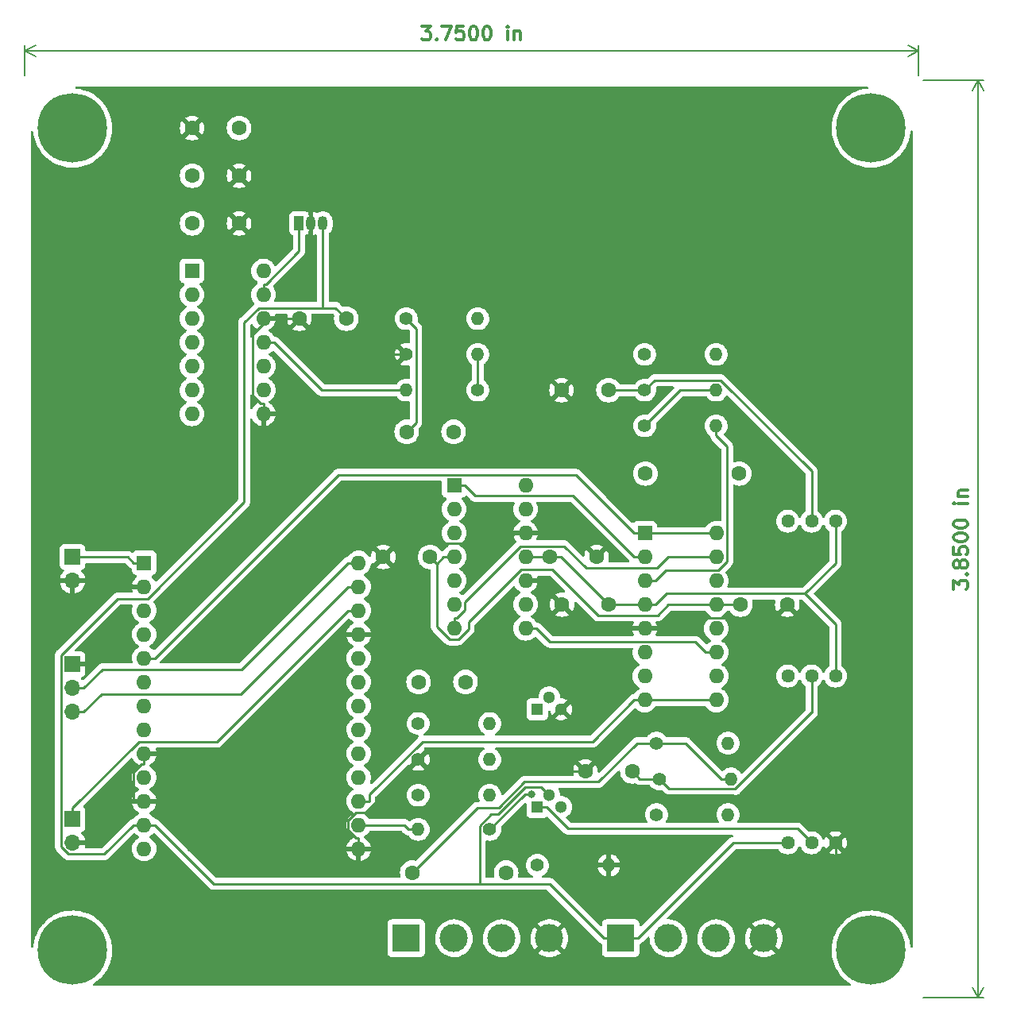
<source format=gbr>
%TF.GenerationSoftware,KiCad,Pcbnew,(6.0.10-0)*%
%TF.CreationDate,2023-05-26T16:06:54-07:00*%
%TF.ProjectId,vectgen_V2,76656374-6765-46e5-9f56-322e6b696361,rev?*%
%TF.SameCoordinates,Original*%
%TF.FileFunction,Copper,L1,Top*%
%TF.FilePolarity,Positive*%
%FSLAX46Y46*%
G04 Gerber Fmt 4.6, Leading zero omitted, Abs format (unit mm)*
G04 Created by KiCad (PCBNEW (6.0.10-0)) date 2023-05-26 16:06:54*
%MOMM*%
%LPD*%
G01*
G04 APERTURE LIST*
%ADD10C,0.300000*%
%TA.AperFunction,NonConductor*%
%ADD11C,0.300000*%
%TD*%
%TA.AperFunction,NonConductor*%
%ADD12C,0.200000*%
%TD*%
%TA.AperFunction,ComponentPad*%
%ADD13R,3.000000X3.000000*%
%TD*%
%TA.AperFunction,ComponentPad*%
%ADD14C,3.000000*%
%TD*%
%TA.AperFunction,ConnectorPad*%
%ADD15C,7.400000*%
%TD*%
%TA.AperFunction,ComponentPad*%
%ADD16C,4.100000*%
%TD*%
%TA.AperFunction,ComponentPad*%
%ADD17R,1.300000X1.300000*%
%TD*%
%TA.AperFunction,ComponentPad*%
%ADD18C,1.300000*%
%TD*%
%TA.AperFunction,ComponentPad*%
%ADD19C,1.400000*%
%TD*%
%TA.AperFunction,ComponentPad*%
%ADD20O,1.400000X1.400000*%
%TD*%
%TA.AperFunction,ComponentPad*%
%ADD21C,1.600000*%
%TD*%
%TA.AperFunction,ComponentPad*%
%ADD22R,1.700000X1.700000*%
%TD*%
%TA.AperFunction,ComponentPad*%
%ADD23O,1.700000X1.700000*%
%TD*%
%TA.AperFunction,ComponentPad*%
%ADD24R,1.050000X1.500000*%
%TD*%
%TA.AperFunction,ComponentPad*%
%ADD25O,1.050000X1.500000*%
%TD*%
%TA.AperFunction,ComponentPad*%
%ADD26R,1.600000X1.600000*%
%TD*%
%TA.AperFunction,ComponentPad*%
%ADD27O,1.600000X1.600000*%
%TD*%
%TA.AperFunction,ComponentPad*%
%ADD28C,1.440000*%
%TD*%
%TA.AperFunction,ViaPad*%
%ADD29C,0.800000*%
%TD*%
%TA.AperFunction,Conductor*%
%ADD30C,0.250000*%
%TD*%
%TA.AperFunction,Conductor*%
%ADD31C,0.304800*%
%TD*%
G04 APERTURE END LIST*
D10*
D11*
X113423571Y-31033571D02*
X114352142Y-31033571D01*
X113852142Y-31605000D01*
X114066428Y-31605000D01*
X114209285Y-31676428D01*
X114280714Y-31747857D01*
X114352142Y-31890714D01*
X114352142Y-32247857D01*
X114280714Y-32390714D01*
X114209285Y-32462142D01*
X114066428Y-32533571D01*
X113637857Y-32533571D01*
X113495000Y-32462142D01*
X113423571Y-32390714D01*
X114995000Y-32390714D02*
X115066428Y-32462142D01*
X114995000Y-32533571D01*
X114923571Y-32462142D01*
X114995000Y-32390714D01*
X114995000Y-32533571D01*
X115566428Y-31033571D02*
X116566428Y-31033571D01*
X115923571Y-32533571D01*
X117852142Y-31033571D02*
X117137857Y-31033571D01*
X117066428Y-31747857D01*
X117137857Y-31676428D01*
X117280714Y-31605000D01*
X117637857Y-31605000D01*
X117780714Y-31676428D01*
X117852142Y-31747857D01*
X117923571Y-31890714D01*
X117923571Y-32247857D01*
X117852142Y-32390714D01*
X117780714Y-32462142D01*
X117637857Y-32533571D01*
X117280714Y-32533571D01*
X117137857Y-32462142D01*
X117066428Y-32390714D01*
X118852142Y-31033571D02*
X118995000Y-31033571D01*
X119137857Y-31105000D01*
X119209285Y-31176428D01*
X119280714Y-31319285D01*
X119352142Y-31605000D01*
X119352142Y-31962142D01*
X119280714Y-32247857D01*
X119209285Y-32390714D01*
X119137857Y-32462142D01*
X118995000Y-32533571D01*
X118852142Y-32533571D01*
X118709285Y-32462142D01*
X118637857Y-32390714D01*
X118566428Y-32247857D01*
X118495000Y-31962142D01*
X118495000Y-31605000D01*
X118566428Y-31319285D01*
X118637857Y-31176428D01*
X118709285Y-31105000D01*
X118852142Y-31033571D01*
X120280714Y-31033571D02*
X120423571Y-31033571D01*
X120566428Y-31105000D01*
X120637857Y-31176428D01*
X120709285Y-31319285D01*
X120780714Y-31605000D01*
X120780714Y-31962142D01*
X120709285Y-32247857D01*
X120637857Y-32390714D01*
X120566428Y-32462142D01*
X120423571Y-32533571D01*
X120280714Y-32533571D01*
X120137857Y-32462142D01*
X120066428Y-32390714D01*
X119995000Y-32247857D01*
X119923571Y-31962142D01*
X119923571Y-31605000D01*
X119995000Y-31319285D01*
X120066428Y-31176428D01*
X120137857Y-31105000D01*
X120280714Y-31033571D01*
X122566428Y-32533571D02*
X122566428Y-31533571D01*
X122566428Y-31033571D02*
X122495000Y-31105000D01*
X122566428Y-31176428D01*
X122637857Y-31105000D01*
X122566428Y-31033571D01*
X122566428Y-31176428D01*
X123280714Y-31533571D02*
X123280714Y-32533571D01*
X123280714Y-31676428D02*
X123352142Y-31605000D01*
X123495000Y-31533571D01*
X123709285Y-31533571D01*
X123852142Y-31605000D01*
X123923571Y-31747857D01*
X123923571Y-32533571D01*
D12*
X71120000Y-36330000D02*
X71120000Y-33068580D01*
X166370000Y-36330000D02*
X166370000Y-33068580D01*
X71120000Y-33655000D02*
X166370000Y-33655000D01*
X71120000Y-33655000D02*
X166370000Y-33655000D01*
X71120000Y-33655000D02*
X72246504Y-34241421D01*
X71120000Y-33655000D02*
X72246504Y-33068579D01*
X166370000Y-33655000D02*
X165243496Y-33068579D01*
X166370000Y-33655000D02*
X165243496Y-34241421D01*
D10*
D11*
X170098571Y-91046428D02*
X170098571Y-90117857D01*
X170670000Y-90617857D01*
X170670000Y-90403571D01*
X170741428Y-90260714D01*
X170812857Y-90189285D01*
X170955714Y-90117857D01*
X171312857Y-90117857D01*
X171455714Y-90189285D01*
X171527142Y-90260714D01*
X171598571Y-90403571D01*
X171598571Y-90832142D01*
X171527142Y-90975000D01*
X171455714Y-91046428D01*
X171455714Y-89475000D02*
X171527142Y-89403571D01*
X171598571Y-89475000D01*
X171527142Y-89546428D01*
X171455714Y-89475000D01*
X171598571Y-89475000D01*
X170741428Y-88546428D02*
X170670000Y-88689285D01*
X170598571Y-88760714D01*
X170455714Y-88832142D01*
X170384285Y-88832142D01*
X170241428Y-88760714D01*
X170170000Y-88689285D01*
X170098571Y-88546428D01*
X170098571Y-88260714D01*
X170170000Y-88117857D01*
X170241428Y-88046428D01*
X170384285Y-87975000D01*
X170455714Y-87975000D01*
X170598571Y-88046428D01*
X170670000Y-88117857D01*
X170741428Y-88260714D01*
X170741428Y-88546428D01*
X170812857Y-88689285D01*
X170884285Y-88760714D01*
X171027142Y-88832142D01*
X171312857Y-88832142D01*
X171455714Y-88760714D01*
X171527142Y-88689285D01*
X171598571Y-88546428D01*
X171598571Y-88260714D01*
X171527142Y-88117857D01*
X171455714Y-88046428D01*
X171312857Y-87975000D01*
X171027142Y-87975000D01*
X170884285Y-88046428D01*
X170812857Y-88117857D01*
X170741428Y-88260714D01*
X170098571Y-86617857D02*
X170098571Y-87332142D01*
X170812857Y-87403571D01*
X170741428Y-87332142D01*
X170670000Y-87189285D01*
X170670000Y-86832142D01*
X170741428Y-86689285D01*
X170812857Y-86617857D01*
X170955714Y-86546428D01*
X171312857Y-86546428D01*
X171455714Y-86617857D01*
X171527142Y-86689285D01*
X171598571Y-86832142D01*
X171598571Y-87189285D01*
X171527142Y-87332142D01*
X171455714Y-87403571D01*
X170098571Y-85617857D02*
X170098571Y-85475000D01*
X170170000Y-85332142D01*
X170241428Y-85260714D01*
X170384285Y-85189285D01*
X170670000Y-85117857D01*
X171027142Y-85117857D01*
X171312857Y-85189285D01*
X171455714Y-85260714D01*
X171527142Y-85332142D01*
X171598571Y-85475000D01*
X171598571Y-85617857D01*
X171527142Y-85760714D01*
X171455714Y-85832142D01*
X171312857Y-85903571D01*
X171027142Y-85975000D01*
X170670000Y-85975000D01*
X170384285Y-85903571D01*
X170241428Y-85832142D01*
X170170000Y-85760714D01*
X170098571Y-85617857D01*
X170098571Y-84189285D02*
X170098571Y-84046428D01*
X170170000Y-83903571D01*
X170241428Y-83832142D01*
X170384285Y-83760714D01*
X170670000Y-83689285D01*
X171027142Y-83689285D01*
X171312857Y-83760714D01*
X171455714Y-83832142D01*
X171527142Y-83903571D01*
X171598571Y-84046428D01*
X171598571Y-84189285D01*
X171527142Y-84332142D01*
X171455714Y-84403571D01*
X171312857Y-84475000D01*
X171027142Y-84546428D01*
X170670000Y-84546428D01*
X170384285Y-84475000D01*
X170241428Y-84403571D01*
X170170000Y-84332142D01*
X170098571Y-84189285D01*
X171598571Y-81903571D02*
X170598571Y-81903571D01*
X170098571Y-81903571D02*
X170170000Y-81975000D01*
X170241428Y-81903571D01*
X170170000Y-81832142D01*
X170098571Y-81903571D01*
X170241428Y-81903571D01*
X170598571Y-81189285D02*
X171598571Y-81189285D01*
X170741428Y-81189285D02*
X170670000Y-81117857D01*
X170598571Y-80975000D01*
X170598571Y-80760714D01*
X170670000Y-80617857D01*
X170812857Y-80546428D01*
X171598571Y-80546428D01*
D12*
X166870000Y-36830000D02*
X173306420Y-36830000D01*
X166870000Y-134620000D02*
X173306420Y-134620000D01*
X172720000Y-36830000D02*
X172720000Y-134620000D01*
X172720000Y-36830000D02*
X172720000Y-134620000D01*
X172720000Y-36830000D02*
X172133579Y-37956504D01*
X172720000Y-36830000D02*
X173306421Y-37956504D01*
X172720000Y-134620000D02*
X173306421Y-133493496D01*
X172720000Y-134620000D02*
X172133579Y-133493496D01*
D13*
%TO.P,J3,1,Pin_1*%
%TO.N,/XAXIS*%
X111760000Y-128270000D03*
D14*
%TO.P,J3,2,Pin_2*%
%TO.N,/YAXIS*%
X116840000Y-128270000D03*
%TO.P,J3,3,Pin_3*%
%TO.N,/ZAXIS*%
X121920000Y-128270000D03*
%TO.P,J3,4,Pin_4*%
%TO.N,GND*%
X127000000Y-128270000D03*
%TD*%
D15*
%TO.P,H1,1*%
%TO.N,N/C*%
X161290000Y-41910000D03*
D16*
X161290000Y-41910000D03*
%TD*%
D17*
%TO.P,Q1,1,B*%
%TO.N,Net-(Q1-Pad1)*%
X125730000Y-103865000D03*
D18*
%TO.P,Q1,2,C*%
%TO.N,Net-(Q1-Pad2)*%
X127000000Y-102595000D03*
%TO.P,Q1,3,E*%
%TO.N,GND*%
X128270000Y-103865000D03*
%TD*%
D17*
%TO.P,Q2,1,B*%
%TO.N,Net-(Q1-Pad2)*%
X125730000Y-114300000D03*
D18*
%TO.P,Q2,2,C*%
%TO.N,+5V*%
X127000000Y-113030000D03*
%TO.P,Q2,3,E*%
%TO.N,/ZAXIS*%
X128270000Y-114300000D03*
%TD*%
D19*
%TO.P,R8,1*%
%TO.N,Net-(C13-Pad1)*%
X137160000Y-73660000D03*
D20*
%TO.P,R8,2*%
%TO.N,Net-(IC1-Pad3)*%
X144780000Y-73660000D03*
%TD*%
D19*
%TO.P,R9,1*%
%TO.N,Net-(C14-Pad1)*%
X138430000Y-107480000D03*
D20*
%TO.P,R9,2*%
%TO.N,Net-(IC1-Pad14)*%
X146050000Y-107480000D03*
%TD*%
D21*
%TO.P,C1,1*%
%TO.N,+15V*%
X147360000Y-92710000D03*
%TO.P,C1,2*%
%TO.N,GND*%
X152360000Y-92710000D03*
%TD*%
%TO.P,C10,1*%
%TO.N,Net-(C10-Pad1)*%
X113070000Y-100965000D03*
%TO.P,C10,2*%
%TO.N,Net-(C10-Pad2)*%
X118070000Y-100965000D03*
%TD*%
D19*
%TO.P,R14,1*%
%TO.N,Net-(IC1-Pad10)*%
X138430000Y-115100000D03*
D20*
%TO.P,R14,2*%
%TO.N,Net-(C14-Pad1)*%
X146050000Y-115100000D03*
%TD*%
D19*
%TO.P,R11,1*%
%TO.N,Net-(C11-Pad1)*%
X137160000Y-69850000D03*
D20*
%TO.P,R11,2*%
%TO.N,Net-(C13-Pad1)*%
X144780000Y-69850000D03*
%TD*%
D21*
%TO.P,C11,1*%
%TO.N,Net-(C11-Pad1)*%
X133310000Y-69850000D03*
%TO.P,C11,2*%
%TO.N,GND*%
X128310000Y-69850000D03*
%TD*%
D19*
%TO.P,R13,1*%
%TO.N,Net-(IC1-Pad7)*%
X137160000Y-66040000D03*
D20*
%TO.P,R13,2*%
%TO.N,Net-(C13-Pad1)*%
X144780000Y-66040000D03*
%TD*%
D21*
%TO.P,C7,1*%
%TO.N,GND*%
X88940000Y-41910000D03*
%TO.P,C7,2*%
%TO.N,Net-(C7-Pad2)*%
X93940000Y-41910000D03*
%TD*%
D19*
%TO.P,R5,1*%
%TO.N,Net-(C9-Pad1)*%
X111760000Y-62230000D03*
D20*
%TO.P,R5,2*%
%TO.N,Net-(C9-Pad2)*%
X119380000Y-62230000D03*
%TD*%
D19*
%TO.P,R4,1*%
%TO.N,GND*%
X113030000Y-109220000D03*
D20*
%TO.P,R4,2*%
%TO.N,Net-(C10-Pad2)*%
X120650000Y-109220000D03*
%TD*%
D22*
%TO.P,JP1,1,A*%
%TO.N,Net-(JP1-Pad1)*%
X76200000Y-115570000D03*
D23*
%TO.P,JP1,2,B*%
%TO.N,GND*%
X76200000Y-118110000D03*
%TD*%
D19*
%TO.P,R7,1*%
%TO.N,Net-(Q1-Pad1)*%
X120650000Y-116675000D03*
D20*
%TO.P,R7,2*%
%TO.N,/BLANK*%
X113030000Y-116675000D03*
%TD*%
D24*
%TO.P,U2,1,VO*%
%TO.N,Net-(C7-Pad2)*%
X100330000Y-52070000D03*
D25*
%TO.P,U2,2,GND*%
%TO.N,GND*%
X101600000Y-52070000D03*
%TO.P,U2,3,VI*%
%TO.N,+5V*%
X102870000Y-52070000D03*
%TD*%
D21*
%TO.P,C8,1*%
%TO.N,GND*%
X100370000Y-62230000D03*
%TO.P,C8,2*%
%TO.N,+5V*%
X105370000Y-62230000D03*
%TD*%
%TO.P,C13,1*%
%TO.N,Net-(C13-Pad1)*%
X137240000Y-78740000D03*
%TO.P,C13,2*%
%TO.N,/XAXIS*%
X147240000Y-78740000D03*
%TD*%
%TO.P,C3,1*%
%TO.N,+15V*%
X114300000Y-87630000D03*
%TO.P,C3,2*%
%TO.N,GND*%
X109300000Y-87630000D03*
%TD*%
D15*
%TO.P,H3,1*%
%TO.N,N/C*%
X76200000Y-129540000D03*
D16*
X76200000Y-129540000D03*
%TD*%
D13*
%TO.P,J2,1,Pin_1*%
%TO.N,+5V*%
X134620000Y-128270000D03*
D14*
%TO.P,J2,2,Pin_2*%
%TO.N,+15V*%
X139700000Y-128270000D03*
%TO.P,J2,3,Pin_3*%
%TO.N,-15V*%
X144780000Y-128270000D03*
%TO.P,J2,4,Pin_4*%
%TO.N,GND*%
X149860000Y-128270000D03*
%TD*%
D21*
%TO.P,C5,1*%
%TO.N,GND*%
X93940000Y-52070000D03*
%TO.P,C5,2*%
%TO.N,Net-(C5-Pad2)*%
X88940000Y-52070000D03*
%TD*%
D26*
%TO.P,U1,1,ESP_EN*%
%TO.N,Net-(SW1-Pad1)*%
X83820000Y-88270000D03*
D27*
%TO.P,U1,2,GND*%
%TO.N,GND*%
X83820000Y-90810000D03*
%TO.P,U1,3,3V3*%
%TO.N,unconnected-(U1-Pad3)*%
X83820000Y-93350000D03*
%TO.P,U1,4,ESP_EN*%
%TO.N,unconnected-(U1-Pad4)*%
X83820000Y-95890000D03*
%TO.P,U1,5,CFG*%
%TO.N,/~{RAMP}*%
X83820000Y-98430000D03*
%TO.P,U1,6,IO33(485_EN)*%
%TO.N,Net-(IC3-Pad5)*%
X83820000Y-100970000D03*
%TO.P,U1,7,RXD2*%
%TO.N,unconnected-(U1-Pad7)*%
X83820000Y-103510000D03*
%TO.P,U1,8,TXD2*%
%TO.N,unconnected-(U1-Pad8)*%
X83820000Y-106050000D03*
%TO.P,U1,9,GND*%
%TO.N,GND*%
X83820000Y-108590000D03*
%TO.P,U1,10,3V3*%
%TO.N,Net-(C5-Pad2)*%
X83820000Y-111130000D03*
%TO.P,U1,11,GND*%
%TO.N,GND*%
X83820000Y-113670000D03*
%TO.P,U1,12,VCC_5V*%
%TO.N,+5V*%
X83820000Y-116210000D03*
%TO.P,U1,13,LINK(ETH_LED)*%
%TO.N,unconnected-(U1-Pad13)*%
X83820000Y-118750000D03*
%TO.P,U1,14,GND*%
%TO.N,GND*%
X106680000Y-118750000D03*
%TO.P,U1,15,IO2*%
%TO.N,/BLANK*%
X106680000Y-116210000D03*
%TO.P,U1,16,IO4*%
%TO.N,/~{ZERO}*%
X106680000Y-113670000D03*
%TO.P,U1,17,IO35*%
%TO.N,unconnected-(U1-Pad17)*%
X106680000Y-111130000D03*
%TO.P,U1,18,1012*%
%TO.N,unconnected-(U1-Pad18)*%
X106680000Y-108590000D03*
%TO.P,U1,19,1014*%
%TO.N,Net-(IC3-Pad4)*%
X106680000Y-106050000D03*
%TO.P,U1,20,IO15*%
%TO.N,Net-(IC3-Pad3)*%
X106680000Y-103510000D03*
%TO.P,U1,21,IO36*%
%TO.N,unconnected-(U1-Pad21)*%
X106680000Y-100970000D03*
%TO.P,U1,22,IO39*%
%TO.N,unconnected-(U1-Pad22)*%
X106680000Y-98430000D03*
%TO.P,U1,23,GND*%
%TO.N,GND*%
X106680000Y-95890000D03*
%TO.P,U1,24,IO0*%
%TO.N,Net-(JP1-Pad1)*%
X106680000Y-93350000D03*
%TO.P,U1,25,RXD*%
%TO.N,Net-(J1-Pad3)*%
X106680000Y-90810000D03*
%TO.P,U1,26,TXD*%
%TO.N,Net-(J1-Pad2)*%
X106680000Y-88270000D03*
%TD*%
D28*
%TO.P,RV1,1,1*%
%TO.N,GND*%
X157490000Y-118110000D03*
%TO.P,RV1,2,2*%
%TO.N,Net-(Q1-Pad2)*%
X154950000Y-118110000D03*
%TO.P,RV1,3,3*%
%TO.N,+5V*%
X152410000Y-118110000D03*
%TD*%
D21*
%TO.P,C9,1*%
%TO.N,Net-(C9-Pad1)*%
X111800000Y-74295000D03*
%TO.P,C9,2*%
%TO.N,Net-(C9-Pad2)*%
X116800000Y-74295000D03*
%TD*%
D28*
%TO.P,RV2,1,1*%
%TO.N,-15V*%
X157490000Y-83820000D03*
%TO.P,RV2,2,2*%
%TO.N,Net-(C11-Pad1)*%
X154950000Y-83820000D03*
%TO.P,RV2,3,3*%
%TO.N,+15V*%
X152410000Y-83820000D03*
%TD*%
D21*
%TO.P,C12,1*%
%TO.N,Net-(C12-Pad1)*%
X135850000Y-110490000D03*
%TO.P,C12,2*%
%TO.N,GND*%
X130850000Y-110490000D03*
%TD*%
D22*
%TO.P,J1,1,Pin_1*%
%TO.N,GND*%
X76200000Y-99075000D03*
D23*
%TO.P,J1,2,Pin_2*%
%TO.N,Net-(J1-Pad2)*%
X76200000Y-101615000D03*
%TO.P,J1,3,Pin_3*%
%TO.N,Net-(J1-Pad3)*%
X76200000Y-104155000D03*
%TD*%
D26*
%TO.P,IC2,1,OUT*%
%TO.N,Net-(C9-Pad1)*%
X116850000Y-80005000D03*
D27*
%TO.P,IC2,2,-IN*%
%TO.N,Net-(C9-Pad2)*%
X116850000Y-82545000D03*
%TO.P,IC2,3,+IN*%
%TO.N,Net-(IC2-Pad3)*%
X116850000Y-85085000D03*
%TO.P,IC2,4,V+*%
%TO.N,+15V*%
X116850000Y-87625000D03*
%TO.P,IC2,5,+IN*%
%TO.N,Net-(IC2-Pad5)*%
X116850000Y-90165000D03*
%TO.P,IC2,6,-IN*%
%TO.N,Net-(C10-Pad2)*%
X116850000Y-92705000D03*
%TO.P,IC2,7,OUT*%
%TO.N,Net-(C10-Pad1)*%
X116850000Y-95245000D03*
%TO.P,IC2,8,OUT*%
%TO.N,/YAXIS*%
X124470000Y-95245000D03*
%TO.P,IC2,9,-IN*%
%TO.N,Net-(C14-Pad1)*%
X124470000Y-92705000D03*
%TO.P,IC2,10,+IN*%
%TO.N,GND*%
X124470000Y-90165000D03*
%TO.P,IC2,11,V-*%
%TO.N,-15V*%
X124470000Y-87625000D03*
%TO.P,IC2,12,+IN*%
%TO.N,GND*%
X124470000Y-85085000D03*
%TO.P,IC2,13,-IN*%
%TO.N,Net-(C13-Pad1)*%
X124470000Y-82545000D03*
%TO.P,IC2,14,OUT*%
%TO.N,/XAXIS*%
X124470000Y-80005000D03*
%TD*%
D21*
%TO.P,C6,1*%
%TO.N,GND*%
X93940000Y-46990000D03*
%TO.P,C6,2*%
%TO.N,Net-(C5-Pad2)*%
X88940000Y-46990000D03*
%TD*%
%TO.P,C4,1*%
%TO.N,-15V*%
X127040000Y-87630000D03*
%TO.P,C4,2*%
%TO.N,GND*%
X132040000Y-87630000D03*
%TD*%
%TO.P,C14,1*%
%TO.N,Net-(C14-Pad1)*%
X112395000Y-121285000D03*
%TO.P,C14,2*%
%TO.N,/YAXIS*%
X122395000Y-121285000D03*
%TD*%
%TO.P,C2,1*%
%TO.N,-15V*%
X133350000Y-92710000D03*
%TO.P,C2,2*%
%TO.N,GND*%
X128350000Y-92710000D03*
%TD*%
D19*
%TO.P,R2,1*%
%TO.N,Net-(C10-Pad2)*%
X113030000Y-105390000D03*
D20*
%TO.P,R2,2*%
%TO.N,Net-(C7-Pad2)*%
X120650000Y-105390000D03*
%TD*%
D19*
%TO.P,R1,1*%
%TO.N,Net-(C9-Pad2)*%
X119380000Y-69850000D03*
D20*
%TO.P,R1,2*%
%TO.N,Net-(C7-Pad2)*%
X111760000Y-69850000D03*
%TD*%
D16*
%TO.P,H4,1*%
%TO.N,N/C*%
X161290000Y-129540000D03*
D15*
X161290000Y-129540000D03*
%TD*%
%TO.P,H2,1*%
%TO.N,N/C*%
X76200000Y-41910000D03*
D16*
X76200000Y-41910000D03*
%TD*%
D19*
%TO.P,R12,1*%
%TO.N,Net-(C12-Pad1)*%
X138750000Y-111290000D03*
D20*
%TO.P,R12,2*%
%TO.N,Net-(C14-Pad1)*%
X146370000Y-111290000D03*
%TD*%
D19*
%TO.P,R10,1*%
%TO.N,/ZAXIS*%
X125730000Y-120510000D03*
D20*
%TO.P,R10,2*%
%TO.N,GND*%
X133350000Y-120510000D03*
%TD*%
D28*
%TO.P,RV3,1,1*%
%TO.N,-15V*%
X157490000Y-100330000D03*
%TO.P,RV3,2,2*%
%TO.N,Net-(C12-Pad1)*%
X154950000Y-100330000D03*
%TO.P,RV3,3,3*%
%TO.N,+15V*%
X152410000Y-100330000D03*
%TD*%
D19*
%TO.P,R6,1*%
%TO.N,Net-(C10-Pad1)*%
X113030000Y-113030000D03*
D20*
%TO.P,R6,2*%
%TO.N,Net-(C10-Pad2)*%
X120650000Y-113030000D03*
%TD*%
D19*
%TO.P,R3,1*%
%TO.N,GND*%
X111760000Y-66040000D03*
D20*
%TO.P,R3,2*%
%TO.N,Net-(C9-Pad2)*%
X119380000Y-66040000D03*
%TD*%
D26*
%TO.P,IC3,1,Vdd*%
%TO.N,Net-(C5-Pad2)*%
X88910000Y-57145000D03*
D27*
%TO.P,IC3,2,NC*%
%TO.N,unconnected-(IC3-Pad2)*%
X88910000Y-59685000D03*
%TO.P,IC3,3,~{CS}*%
%TO.N,Net-(IC3-Pad3)*%
X88910000Y-62225000D03*
%TO.P,IC3,4,SCK*%
%TO.N,Net-(IC3-Pad4)*%
X88910000Y-64765000D03*
%TO.P,IC3,5,SDI*%
%TO.N,Net-(IC3-Pad5)*%
X88910000Y-67305000D03*
%TO.P,IC3,6,NC*%
%TO.N,unconnected-(IC3-Pad6)*%
X88910000Y-69845000D03*
%TO.P,IC3,7,NC*%
%TO.N,unconnected-(IC3-Pad7)*%
X88910000Y-72385000D03*
%TO.P,IC3,8,~{LDAC}*%
%TO.N,GND*%
X96530000Y-72385000D03*
%TO.P,IC3,9,~{SHDN}*%
%TO.N,Net-(C5-Pad2)*%
X96530000Y-69845000D03*
%TO.P,IC3,10,VB*%
%TO.N,Net-(IC2-Pad5)*%
X96530000Y-67305000D03*
%TO.P,IC3,11,VrefB*%
%TO.N,Net-(C7-Pad2)*%
X96530000Y-64765000D03*
%TO.P,IC3,12,Vss*%
%TO.N,GND*%
X96530000Y-62225000D03*
%TO.P,IC3,13,VrefA*%
%TO.N,Net-(C7-Pad2)*%
X96530000Y-59685000D03*
%TO.P,IC3,14,VA*%
%TO.N,Net-(IC2-Pad3)*%
X96530000Y-57145000D03*
%TD*%
D22*
%TO.P,SW1,1,1*%
%TO.N,Net-(SW1-Pad1)*%
X76200000Y-87630000D03*
D23*
%TO.P,SW1,2,2*%
%TO.N,GND*%
X76200000Y-90170000D03*
%TD*%
D26*
%TO.P,IC1,1,IN1*%
%TO.N,/~{RAMP}*%
X137170000Y-85105000D03*
D27*
%TO.P,IC1,2,D1*%
%TO.N,Net-(C9-Pad1)*%
X137170000Y-87645000D03*
%TO.P,IC1,3,S1*%
%TO.N,Net-(IC1-Pad3)*%
X137170000Y-90185000D03*
%TO.P,IC1,4,VDD*%
%TO.N,-15V*%
X137170000Y-92725000D03*
%TO.P,IC1,5,GND*%
%TO.N,GND*%
X137170000Y-95265000D03*
%TO.P,IC1,6,S4*%
%TO.N,/XAXIS*%
X137170000Y-97805000D03*
%TO.P,IC1,7,D4*%
%TO.N,Net-(IC1-Pad7)*%
X137170000Y-100345000D03*
%TO.P,IC1,8,IN4*%
%TO.N,/~{ZERO}*%
X137170000Y-102885000D03*
%TO.P,IC1,9,IN3*%
X144790000Y-102885000D03*
%TO.P,IC1,10,D3*%
%TO.N,Net-(IC1-Pad10)*%
X144790000Y-100345000D03*
%TO.P,IC1,11,S3*%
%TO.N,/YAXIS*%
X144790000Y-97805000D03*
%TO.P,IC1,12*%
%TO.N,N/C*%
X144790000Y-95265000D03*
%TO.P,IC1,13,VDD*%
%TO.N,+15V*%
X144790000Y-92725000D03*
%TO.P,IC1,14,S2*%
%TO.N,Net-(IC1-Pad14)*%
X144790000Y-90185000D03*
%TO.P,IC1,15,D2*%
%TO.N,Net-(C10-Pad1)*%
X144790000Y-87645000D03*
%TO.P,IC1,16,IN2*%
%TO.N,/~{RAMP}*%
X144790000Y-85105000D03*
%TD*%
D29*
%TO.N,Net-(Q1-Pad1)*%
X125109500Y-112920400D03*
%TD*%
D30*
%TO.N,+15V*%
X117277200Y-96424100D02*
X116373000Y-96424100D01*
X132179600Y-93850400D02*
X127319300Y-88990100D01*
X118413800Y-95287500D02*
X117277200Y-96424100D01*
X115009800Y-95060900D02*
X115009800Y-88339900D01*
X147360000Y-92710000D02*
X147345000Y-92725000D01*
X115009900Y-88339800D02*
X115724700Y-87625000D01*
X115009800Y-88339900D02*
X115009900Y-88339800D01*
X118413800Y-94586400D02*
X118413800Y-95287500D01*
X144790000Y-92725000D02*
X139705300Y-92725000D01*
X127319300Y-88990100D02*
X124010100Y-88990100D01*
X114300000Y-87630000D02*
X115009900Y-88339800D01*
X138579900Y-93850400D02*
X132179600Y-93850400D01*
X147345000Y-92725000D02*
X144790000Y-92725000D01*
X124010100Y-88990100D02*
X118413800Y-94586400D01*
X139705300Y-92725000D02*
X138579900Y-93850400D01*
X116373000Y-96424100D02*
X115009800Y-95060900D01*
X116850000Y-87625000D02*
X115724700Y-87625000D01*
%TO.N,GND*%
X105541100Y-115751400D02*
X106426400Y-114866100D01*
X137170000Y-95265000D02*
X138295300Y-95265000D01*
X109300000Y-87630000D02*
X110719700Y-86210300D01*
X95404700Y-70415800D02*
X96248600Y-71259700D01*
X111760000Y-66040000D02*
X104180000Y-66040000D01*
X84945300Y-113670000D02*
X87026700Y-115751400D01*
X128140300Y-92710000D02*
X128350000Y-92710000D01*
X114300000Y-110490000D02*
X113030000Y-109220000D01*
X110719700Y-86210300D02*
X122219400Y-86210300D01*
X106398700Y-117624700D02*
X105541100Y-116767100D01*
X106680000Y-118750000D02*
X106680000Y-117624700D01*
X82677000Y-113670000D02*
X81815300Y-113670000D01*
X122219400Y-86210300D02*
X123344700Y-85085000D01*
X82677000Y-110577000D02*
X82677000Y-113670000D01*
X106680000Y-117624700D02*
X106398700Y-117624700D01*
X130850000Y-110490000D02*
X114300000Y-110490000D01*
X97660300Y-62230000D02*
X97655300Y-62225000D01*
X139420600Y-94139700D02*
X150930300Y-94139700D01*
X150930300Y-94139700D02*
X152360000Y-92710000D01*
X157490000Y-118110000D02*
X157490000Y-120640000D01*
X97092700Y-62225000D02*
X97655300Y-62225000D01*
X96530000Y-62225000D02*
X97092700Y-62225000D01*
X82054700Y-90170000D02*
X82694700Y-90810000D01*
X124470000Y-85085000D02*
X123344700Y-85085000D01*
X97092700Y-62225000D02*
X95404700Y-63913000D01*
X83538700Y-109715300D02*
X82677000Y-110577000D01*
X81815300Y-113670000D02*
X77375300Y-118110000D01*
X87026700Y-115751400D02*
X105541100Y-115751400D01*
X128350000Y-92710000D02*
X130905000Y-95265000D01*
X95404700Y-63913000D02*
X95404700Y-70415800D01*
X107383900Y-114866100D02*
X113030000Y-109220000D01*
X106426400Y-114866100D02*
X107383900Y-114866100D01*
X83820000Y-108590000D02*
X83820000Y-109715300D01*
X104180000Y-66040000D02*
X100370000Y-62230000D01*
X124470000Y-90165000D02*
X125595300Y-90165000D01*
X83820000Y-113670000D02*
X82677000Y-113670000D01*
X138295300Y-95265000D02*
X139420600Y-94139700D01*
X76200000Y-118110000D02*
X77375300Y-118110000D01*
X125595300Y-90165000D02*
X128140300Y-92710000D01*
X83820000Y-90810000D02*
X82694700Y-90810000D01*
X83820000Y-113670000D02*
X84945300Y-113670000D01*
X130905000Y-95265000D02*
X137170000Y-95265000D01*
X157490000Y-120640000D02*
X149860000Y-128270000D01*
X129495000Y-85085000D02*
X124470000Y-85085000D01*
X132040000Y-87630000D02*
X129495000Y-85085000D01*
X96248600Y-71259700D02*
X96530000Y-71259700D01*
X83820000Y-109715300D02*
X83538700Y-109715300D01*
X105541100Y-116767100D02*
X105541100Y-115751400D01*
X96530000Y-72385000D02*
X96530000Y-71259700D01*
X76200000Y-90170000D02*
X82054700Y-90170000D01*
X100370000Y-62230000D02*
X97660300Y-62230000D01*
%TO.N,-15V*%
X157490000Y-88293600D02*
X154235400Y-91548200D01*
X125600300Y-87630000D02*
X125595300Y-87625000D01*
X138295300Y-92725000D02*
X139472100Y-91548200D01*
X128270000Y-87630000D02*
X127040000Y-87630000D01*
X157490000Y-94802800D02*
X157490000Y-100330000D01*
X124470000Y-87625000D02*
X125595300Y-87625000D01*
X137170000Y-92725000D02*
X133365000Y-92725000D01*
X154235400Y-91548200D02*
X157490000Y-94802800D01*
X133365000Y-92725000D02*
X133350000Y-92710000D01*
X137170000Y-92725000D02*
X138295300Y-92725000D01*
X133350000Y-92710000D02*
X128270000Y-87630000D01*
X139472100Y-91548200D02*
X154235400Y-91548200D01*
X127040000Y-87630000D02*
X125600300Y-87630000D01*
X157490000Y-83820000D02*
X157490000Y-88293600D01*
%TO.N,Net-(C7-Pad2)*%
X96530000Y-64765000D02*
X97655300Y-64765000D01*
X96530000Y-58559700D02*
X96811300Y-58559700D01*
X96811300Y-58559700D02*
X100330000Y-55041000D01*
X102740300Y-69850000D02*
X111760000Y-69850000D01*
X100330000Y-55041000D02*
X100330000Y-52070000D01*
X96530000Y-59685000D02*
X96530000Y-58559700D01*
X97655300Y-64765000D02*
X102740300Y-69850000D01*
%TO.N,+5V*%
X134620000Y-128270000D02*
X136445300Y-128270000D01*
X102870000Y-61085900D02*
X104225900Y-61085900D01*
X104225900Y-61085900D02*
X105370000Y-62230000D01*
X80963500Y-92080000D02*
X84198800Y-92080000D01*
X75735900Y-119315400D02*
X74964300Y-118543800D01*
X94470500Y-62636700D02*
X96021300Y-61085900D01*
X83820000Y-116210000D02*
X84945300Y-116210000D01*
X152410000Y-118110000D02*
X146605300Y-118110000D01*
X132794700Y-128270000D02*
X127011100Y-122486400D01*
X119560800Y-122486400D02*
X119560800Y-116311500D01*
X134620000Y-128270000D02*
X132794700Y-128270000D01*
X79589300Y-119315400D02*
X75735900Y-119315400D01*
X102870000Y-61085900D02*
X102870000Y-52070000D01*
X119560800Y-116311500D02*
X120822500Y-115049800D01*
X126156300Y-112186300D02*
X127000000Y-113030000D01*
X83820000Y-116210000D02*
X82694700Y-116210000D01*
X94470500Y-81808300D02*
X94470500Y-62636700D01*
X121568900Y-115049800D02*
X124432400Y-112186300D01*
X119560800Y-122486400D02*
X91221700Y-122486400D01*
X74964300Y-118543800D02*
X74964300Y-98079200D01*
X96021300Y-61085900D02*
X102870000Y-61085900D01*
X146605300Y-118110000D02*
X136445300Y-128270000D01*
X124432400Y-112186300D02*
X126156300Y-112186300D01*
X84198800Y-92080000D02*
X94470500Y-81808300D01*
X120822500Y-115049800D02*
X121568900Y-115049800D01*
X74964300Y-98079200D02*
X80963500Y-92080000D01*
X82694700Y-116210000D02*
X79589300Y-119315400D01*
X91221700Y-122486400D02*
X84945300Y-116210000D01*
X127011100Y-122486400D02*
X119560800Y-122486400D01*
%TO.N,Net-(C9-Pad1)*%
X112815200Y-63285200D02*
X112815200Y-73279800D01*
X112815200Y-73279800D02*
X111800000Y-74295000D01*
X137170000Y-87645000D02*
X136044700Y-87645000D01*
X136044700Y-87645000D02*
X129530000Y-81130300D01*
X119100600Y-81130300D02*
X117975300Y-80005000D01*
X116850000Y-80005000D02*
X117975300Y-80005000D01*
X111760000Y-62230000D02*
X112815200Y-63285200D01*
X129530000Y-81130300D02*
X119100600Y-81130300D01*
%TO.N,Net-(C9-Pad2)*%
X119380000Y-66040000D02*
X119380000Y-69850000D01*
%TO.N,Net-(C10-Pad1)*%
X139705300Y-87645000D02*
X138513800Y-88836500D01*
X116850000Y-95245000D02*
X116850000Y-94119700D01*
X117975300Y-92458000D02*
X117975300Y-93275800D01*
X144790000Y-87645000D02*
X139705300Y-87645000D01*
X130921100Y-88836500D02*
X128573300Y-86488700D01*
X128573300Y-86488700D02*
X123944600Y-86488700D01*
X138513800Y-88836500D02*
X130921100Y-88836500D01*
X117975300Y-93275800D02*
X117131400Y-94119700D01*
X123944600Y-86488700D02*
X117975300Y-92458000D01*
X117131400Y-94119700D02*
X116850000Y-94119700D01*
%TO.N,Net-(C11-Pad1)*%
X137160000Y-69850000D02*
X133310000Y-69850000D01*
X138204200Y-68805800D02*
X137160000Y-69850000D01*
X154950000Y-83820000D02*
X154950000Y-78510900D01*
X154950000Y-78510900D02*
X145244900Y-68805800D01*
X145244900Y-68805800D02*
X138204200Y-68805800D01*
%TO.N,Net-(C12-Pad1)*%
X136650000Y-111290000D02*
X135850000Y-110490000D01*
X146858400Y-112323900D02*
X139783900Y-112323900D01*
X154950000Y-100330000D02*
X154950000Y-104232300D01*
X138750000Y-111290000D02*
X136650000Y-111290000D01*
X139783900Y-112323900D02*
X138750000Y-111290000D01*
D31*
X154950000Y-104232300D02*
X146858400Y-112323900D01*
D30*
%TO.N,Net-(C13-Pad1)*%
X137160000Y-73660000D02*
X140970000Y-69850000D01*
X140970000Y-69850000D02*
X144780000Y-69850000D01*
%TO.N,Net-(C14-Pad1)*%
X145344700Y-111290000D02*
X141534700Y-107480000D01*
X146370000Y-111290000D02*
X145344700Y-111290000D01*
X121607400Y-114374400D02*
X119305600Y-114374400D01*
X132251900Y-111615400D02*
X124366400Y-111615400D01*
X141534700Y-107480000D02*
X138430000Y-107480000D01*
X136387300Y-107480000D02*
X132251900Y-111615400D01*
X124366400Y-111615400D02*
X121607400Y-114374400D01*
X119305600Y-114374400D02*
X112395000Y-121285000D01*
X138430000Y-107480000D02*
X136387300Y-107480000D01*
%TO.N,/YAXIS*%
X144790000Y-97805000D02*
X143664700Y-97805000D01*
X124470000Y-95245000D02*
X125595300Y-95245000D01*
X142539400Y-96679700D02*
X127030000Y-96679700D01*
X143664700Y-97805000D02*
X142539400Y-96679700D01*
X127030000Y-96679700D02*
X125595300Y-95245000D01*
%TO.N,/~{RAMP}*%
X104495700Y-78879600D02*
X84945300Y-98430000D01*
X144790000Y-85105000D02*
X137170000Y-85105000D01*
X83820000Y-98430000D02*
X84945300Y-98430000D01*
X129819300Y-78879600D02*
X104495700Y-78879600D01*
X137170000Y-85105000D02*
X136044700Y-85105000D01*
X136044700Y-85105000D02*
X129819300Y-78879600D01*
%TO.N,Net-(IC1-Pad3)*%
X145936100Y-75841400D02*
X144780000Y-74685300D01*
X145936100Y-88141500D02*
X145936100Y-75841400D01*
X139420600Y-89059700D02*
X145017900Y-89059700D01*
X138295300Y-90185000D02*
X139420600Y-89059700D01*
X145017900Y-89059700D02*
X145936100Y-88141500D01*
X137170000Y-90185000D02*
X138295300Y-90185000D01*
X144780000Y-73660000D02*
X144780000Y-74685300D01*
%TO.N,/~{ZERO}*%
X137170000Y-102885000D02*
X136044700Y-102885000D01*
X107805300Y-112966700D02*
X107805300Y-113670000D01*
X144790000Y-102885000D02*
X137170000Y-102885000D01*
X106680000Y-113670000D02*
X107805300Y-113670000D01*
X136044700Y-102885000D02*
X131624700Y-107305000D01*
X131624700Y-107305000D02*
X113467000Y-107305000D01*
X113467000Y-107305000D02*
X107805300Y-112966700D01*
%TO.N,Net-(JP1-Pad1)*%
X105554700Y-93350000D02*
X91584700Y-107320000D01*
X106680000Y-93350000D02*
X105554700Y-93350000D01*
X76200000Y-115570000D02*
X76200000Y-114394700D01*
X91584700Y-107320000D02*
X83274700Y-107320000D01*
X83274700Y-107320000D02*
X76200000Y-114394700D01*
%TO.N,Net-(Q1-Pad1)*%
X125109500Y-112920500D02*
X125109500Y-112920400D01*
X120650000Y-116675000D02*
X124404500Y-112920500D01*
X124404500Y-112920500D02*
X125109500Y-112920500D01*
%TO.N,Net-(Q1-Pad2)*%
X125730000Y-114300000D02*
X126705300Y-114300000D01*
X129000400Y-116595100D02*
X126705300Y-114300000D01*
X153435100Y-116595100D02*
X129000400Y-116595100D01*
X154950000Y-118110000D02*
X153435100Y-116595100D01*
%TO.N,/BLANK*%
X113030000Y-116675000D02*
X112004700Y-116675000D01*
X111539700Y-116210000D02*
X112004700Y-116675000D01*
X106680000Y-116210000D02*
X111539700Y-116210000D01*
%TO.N,Net-(SW1-Pad1)*%
X82054700Y-87630000D02*
X82694700Y-88270000D01*
X83820000Y-88270000D02*
X82694700Y-88270000D01*
X76200000Y-87630000D02*
X82054700Y-87630000D01*
%TO.N,Net-(J1-Pad2)*%
X77375300Y-101615000D02*
X79364200Y-99626100D01*
X106680000Y-88270000D02*
X105554700Y-88270000D01*
X79364200Y-99626100D02*
X94198600Y-99626100D01*
X76200000Y-101615000D02*
X77375300Y-101615000D01*
X94198600Y-99626100D02*
X105554700Y-88270000D01*
%TO.N,Net-(J1-Pad3)*%
X106680000Y-90810000D02*
X105554700Y-90810000D01*
X79290300Y-102240000D02*
X94124700Y-102240000D01*
X94124700Y-102240000D02*
X105554700Y-90810000D01*
X77375300Y-104155000D02*
X79290300Y-102240000D01*
X76200000Y-104155000D02*
X77375300Y-104155000D01*
%TD*%
%TA.AperFunction,Conductor*%
%TO.N,GND*%
G36*
X160944410Y-37485002D02*
G01*
X160990903Y-37538658D01*
X161001007Y-37608932D01*
X160971513Y-37673512D01*
X160911787Y-37711896D01*
X160893825Y-37715774D01*
X160716738Y-37740662D01*
X160500455Y-37771059D01*
X160100333Y-37867859D01*
X159711567Y-38003241D01*
X159708769Y-38004534D01*
X159340664Y-38174622D01*
X159340654Y-38174627D01*
X159337867Y-38175915D01*
X158982801Y-38384231D01*
X158935448Y-38418635D01*
X158652239Y-38624398D01*
X158652233Y-38624403D01*
X158649758Y-38626201D01*
X158341916Y-38899516D01*
X158339837Y-38901761D01*
X158339830Y-38901768D01*
X158303528Y-38940971D01*
X158062214Y-39201566D01*
X157813322Y-39529469D01*
X157597616Y-39880095D01*
X157417154Y-40250096D01*
X157273660Y-40635942D01*
X157168502Y-41033948D01*
X157102684Y-41440317D01*
X157102491Y-41443390D01*
X157102490Y-41443396D01*
X157087134Y-41687481D01*
X157076836Y-41851169D01*
X157076944Y-41854258D01*
X157090634Y-42246276D01*
X157091203Y-42262583D01*
X157091609Y-42265627D01*
X157091610Y-42265637D01*
X157104100Y-42359243D01*
X157145648Y-42670631D01*
X157146348Y-42673615D01*
X157146349Y-42673621D01*
X157186892Y-42846477D01*
X157239652Y-43071419D01*
X157372317Y-43461120D01*
X157542377Y-43836016D01*
X157748210Y-44192528D01*
X157749999Y-44195026D01*
X157750001Y-44195030D01*
X157852960Y-44338841D01*
X157987849Y-44527253D01*
X158259008Y-44836995D01*
X158559098Y-45118799D01*
X158885256Y-45369974D01*
X158887859Y-45371601D01*
X158887864Y-45371604D01*
X159013522Y-45450124D01*
X159234367Y-45588123D01*
X159603099Y-45771163D01*
X159987934Y-45917348D01*
X160385197Y-46025282D01*
X160388240Y-46025797D01*
X160388246Y-46025798D01*
X160788055Y-46093421D01*
X160788062Y-46093422D01*
X160791096Y-46093935D01*
X160794167Y-46094150D01*
X160794169Y-46094150D01*
X161198692Y-46122437D01*
X161198700Y-46122437D01*
X161201758Y-46122651D01*
X161465974Y-46115271D01*
X161610187Y-46111243D01*
X161610190Y-46111243D01*
X161613261Y-46111157D01*
X161616314Y-46110771D01*
X161616318Y-46110771D01*
X161764984Y-46091990D01*
X162021680Y-46059561D01*
X162024684Y-46058879D01*
X162024687Y-46058878D01*
X162420118Y-45969039D01*
X162420124Y-45969037D01*
X162423114Y-45968358D01*
X162576455Y-45917348D01*
X162810808Y-45839389D01*
X162810814Y-45839387D01*
X162813732Y-45838416D01*
X162816542Y-45837165D01*
X163187006Y-45672224D01*
X163187012Y-45672221D01*
X163189806Y-45670977D01*
X163335656Y-45588123D01*
X163545073Y-45469158D01*
X163545081Y-45469153D01*
X163547746Y-45467639D01*
X163884136Y-45230342D01*
X164195764Y-44961352D01*
X164197885Y-44959125D01*
X164197891Y-44959119D01*
X164477538Y-44665460D01*
X164479655Y-44663237D01*
X164584087Y-44529571D01*
X164731191Y-44341286D01*
X164731193Y-44341283D01*
X164733101Y-44338841D01*
X164734757Y-44336231D01*
X164734763Y-44336223D01*
X164952029Y-43993866D01*
X164952031Y-43993863D01*
X164953682Y-43991261D01*
X165139292Y-43623815D01*
X165140402Y-43620954D01*
X165287045Y-43242887D01*
X165287048Y-43242877D01*
X165288160Y-43240011D01*
X165398865Y-42843511D01*
X165470350Y-42438101D01*
X165483371Y-42268875D01*
X165508541Y-42202489D01*
X165565605Y-42160250D01*
X165636447Y-42155567D01*
X165698575Y-42189927D01*
X165732263Y-42252422D01*
X165735000Y-42278541D01*
X165735000Y-129119461D01*
X165714998Y-129187582D01*
X165661342Y-129234075D01*
X165591068Y-129244179D01*
X165526488Y-129214685D01*
X165488104Y-129154959D01*
X165483611Y-129131811D01*
X165483465Y-129128827D01*
X165423328Y-128721579D01*
X165413571Y-128682443D01*
X165372578Y-128518032D01*
X165323738Y-128322143D01*
X165319303Y-128309686D01*
X165246072Y-128104033D01*
X165185644Y-127934331D01*
X165010366Y-127561846D01*
X164981168Y-127512865D01*
X164813248Y-127231178D01*
X164799576Y-127208243D01*
X164555287Y-126876897D01*
X164553231Y-126874614D01*
X164553224Y-126874605D01*
X164281899Y-126573268D01*
X164281891Y-126573260D01*
X164279830Y-126570971D01*
X163975834Y-126293385D01*
X163646201Y-126046788D01*
X163589870Y-126012673D01*
X163296706Y-125835126D01*
X163296697Y-125835121D01*
X163294078Y-125833535D01*
X162922826Y-125655660D01*
X162919937Y-125654608D01*
X162919931Y-125654606D01*
X162538887Y-125515918D01*
X162538884Y-125515917D01*
X162535988Y-125514863D01*
X162245250Y-125440214D01*
X162140241Y-125413252D01*
X162140238Y-125413251D01*
X162137257Y-125412486D01*
X161730439Y-125349507D01*
X161319416Y-125326528D01*
X161316337Y-125326657D01*
X161316334Y-125326657D01*
X161046857Y-125337951D01*
X160908113Y-125343766D01*
X160905069Y-125344194D01*
X160905067Y-125344194D01*
X160684518Y-125375190D01*
X160500455Y-125401059D01*
X160100333Y-125497859D01*
X159711567Y-125633241D01*
X159708769Y-125634534D01*
X159340664Y-125804622D01*
X159340654Y-125804627D01*
X159337867Y-125805915D01*
X158982801Y-126014231D01*
X158935448Y-126048635D01*
X158652239Y-126254398D01*
X158652233Y-126254403D01*
X158649758Y-126256201D01*
X158647472Y-126258230D01*
X158647469Y-126258233D01*
X158642448Y-126262691D01*
X158341916Y-126529516D01*
X158339837Y-126531761D01*
X158339830Y-126531768D01*
X158099593Y-126791200D01*
X158062214Y-126831566D01*
X158013538Y-126895694D01*
X157941788Y-126990222D01*
X157813322Y-127159469D01*
X157705469Y-127334782D01*
X157631268Y-127455395D01*
X157597616Y-127510095D01*
X157417154Y-127880096D01*
X157416083Y-127882977D01*
X157416080Y-127882983D01*
X157372170Y-128001055D01*
X157273660Y-128265942D01*
X157168502Y-128663948D01*
X157102684Y-129070317D01*
X157102491Y-129073390D01*
X157102490Y-129073396D01*
X157084968Y-129351913D01*
X157076836Y-129481169D01*
X157077023Y-129486520D01*
X157090775Y-129880316D01*
X157091203Y-129892583D01*
X157091609Y-129895627D01*
X157091610Y-129895637D01*
X157097161Y-129937237D01*
X157145648Y-130300631D01*
X157146348Y-130303615D01*
X157146349Y-130303621D01*
X157186892Y-130476477D01*
X157239652Y-130701419D01*
X157372317Y-131091120D01*
X157542377Y-131466016D01*
X157748210Y-131822528D01*
X157749999Y-131825026D01*
X157750001Y-131825030D01*
X157852960Y-131968841D01*
X157987849Y-132157253D01*
X158259008Y-132466995D01*
X158559098Y-132748799D01*
X158885256Y-132999974D01*
X158887859Y-133001601D01*
X158887864Y-133001604D01*
X159072770Y-133117146D01*
X159119940Y-133170207D01*
X159130935Y-133240347D01*
X159102264Y-133305297D01*
X159043030Y-133344436D01*
X159006000Y-133350000D01*
X78490401Y-133350000D01*
X78422280Y-133329998D01*
X78375787Y-133276342D01*
X78365683Y-133206068D01*
X78395177Y-133141488D01*
X78428164Y-133114444D01*
X78455072Y-133099158D01*
X78455071Y-133099158D01*
X78457746Y-133097639D01*
X78794136Y-132860342D01*
X79105764Y-132591352D01*
X79107885Y-132589125D01*
X79107891Y-132589119D01*
X79387538Y-132295460D01*
X79389655Y-132293237D01*
X79494087Y-132159571D01*
X79641191Y-131971286D01*
X79641193Y-131971283D01*
X79643101Y-131968841D01*
X79644757Y-131966231D01*
X79644763Y-131966223D01*
X79862029Y-131623866D01*
X79862031Y-131623863D01*
X79863682Y-131621261D01*
X80049292Y-131253815D01*
X80050402Y-131250954D01*
X80197045Y-130872887D01*
X80197048Y-130872877D01*
X80198160Y-130870011D01*
X80308865Y-130473511D01*
X80367912Y-130138642D01*
X80379818Y-130071119D01*
X80379818Y-130071116D01*
X80380350Y-130068101D01*
X80397416Y-129846300D01*
X80399583Y-129818134D01*
X109751500Y-129818134D01*
X109758255Y-129880316D01*
X109809385Y-130016705D01*
X109896739Y-130133261D01*
X110013295Y-130220615D01*
X110149684Y-130271745D01*
X110211866Y-130278500D01*
X113308134Y-130278500D01*
X113370316Y-130271745D01*
X113506705Y-130220615D01*
X113623261Y-130133261D01*
X113710615Y-130016705D01*
X113761745Y-129880316D01*
X113768500Y-129818134D01*
X113768500Y-128248918D01*
X114826917Y-128248918D01*
X114842682Y-128522320D01*
X114843507Y-128526525D01*
X114843508Y-128526533D01*
X114864698Y-128634539D01*
X114895405Y-128791053D01*
X114896792Y-128795103D01*
X114896793Y-128795108D01*
X114982657Y-129045894D01*
X114984112Y-129050144D01*
X115011112Y-129103827D01*
X115099746Y-129280057D01*
X115107160Y-129294799D01*
X115109586Y-129298328D01*
X115109589Y-129298334D01*
X115238741Y-129486250D01*
X115262274Y-129520490D01*
X115446582Y-129723043D01*
X115656675Y-129898707D01*
X115660316Y-129900991D01*
X115885024Y-130041951D01*
X115885028Y-130041953D01*
X115888664Y-130044234D01*
X115956544Y-130074883D01*
X116134345Y-130155164D01*
X116134349Y-130155166D01*
X116138257Y-130156930D01*
X116142377Y-130158150D01*
X116142376Y-130158150D01*
X116396723Y-130233491D01*
X116396727Y-130233492D01*
X116400836Y-130234709D01*
X116405070Y-130235357D01*
X116405075Y-130235358D01*
X116667298Y-130275483D01*
X116667300Y-130275483D01*
X116671540Y-130276132D01*
X116810912Y-130278322D01*
X116941071Y-130280367D01*
X116941077Y-130280367D01*
X116945362Y-130280434D01*
X117217235Y-130247534D01*
X117482127Y-130178041D01*
X117486087Y-130176401D01*
X117486092Y-130176399D01*
X117608632Y-130125641D01*
X117735136Y-130073241D01*
X117971582Y-129935073D01*
X118187089Y-129766094D01*
X118228809Y-129723043D01*
X118374686Y-129572509D01*
X118377669Y-129569431D01*
X118380202Y-129565983D01*
X118380206Y-129565978D01*
X118537257Y-129352178D01*
X118539795Y-129348723D01*
X118541841Y-129344955D01*
X118668418Y-129111830D01*
X118668419Y-129111828D01*
X118670468Y-129108054D01*
X118760417Y-128870010D01*
X118765751Y-128855895D01*
X118765752Y-128855891D01*
X118767269Y-128851877D01*
X118802780Y-128696827D01*
X118827449Y-128589117D01*
X118827450Y-128589113D01*
X118828407Y-128584933D01*
X118834384Y-128517969D01*
X118852531Y-128314627D01*
X118852532Y-128314616D01*
X118852751Y-128312161D01*
X118853193Y-128270000D01*
X118851756Y-128248918D01*
X119906917Y-128248918D01*
X119922682Y-128522320D01*
X119923507Y-128526525D01*
X119923508Y-128526533D01*
X119944698Y-128634539D01*
X119975405Y-128791053D01*
X119976792Y-128795103D01*
X119976793Y-128795108D01*
X120062657Y-129045894D01*
X120064112Y-129050144D01*
X120091112Y-129103827D01*
X120179746Y-129280057D01*
X120187160Y-129294799D01*
X120189586Y-129298328D01*
X120189589Y-129298334D01*
X120318741Y-129486250D01*
X120342274Y-129520490D01*
X120526582Y-129723043D01*
X120736675Y-129898707D01*
X120740316Y-129900991D01*
X120965024Y-130041951D01*
X120965028Y-130041953D01*
X120968664Y-130044234D01*
X121036544Y-130074883D01*
X121214345Y-130155164D01*
X121214349Y-130155166D01*
X121218257Y-130156930D01*
X121222377Y-130158150D01*
X121222376Y-130158150D01*
X121476723Y-130233491D01*
X121476727Y-130233492D01*
X121480836Y-130234709D01*
X121485070Y-130235357D01*
X121485075Y-130235358D01*
X121747298Y-130275483D01*
X121747300Y-130275483D01*
X121751540Y-130276132D01*
X121890912Y-130278322D01*
X122021071Y-130280367D01*
X122021077Y-130280367D01*
X122025362Y-130280434D01*
X122297235Y-130247534D01*
X122562127Y-130178041D01*
X122566087Y-130176401D01*
X122566092Y-130176399D01*
X122688632Y-130125641D01*
X122815136Y-130073241D01*
X123051582Y-129935073D01*
X123147767Y-129859654D01*
X125775618Y-129859654D01*
X125782673Y-129869627D01*
X125813679Y-129895551D01*
X125820598Y-129900579D01*
X126045272Y-130041515D01*
X126052807Y-130045556D01*
X126294520Y-130154694D01*
X126302551Y-130157680D01*
X126556832Y-130233002D01*
X126565184Y-130234869D01*
X126827340Y-130274984D01*
X126835874Y-130275700D01*
X127101045Y-130279867D01*
X127109596Y-130279418D01*
X127372883Y-130247557D01*
X127381284Y-130245955D01*
X127637824Y-130178653D01*
X127645926Y-130175926D01*
X127890949Y-130074434D01*
X127898617Y-130070628D01*
X128127598Y-129936822D01*
X128134679Y-129932009D01*
X128214655Y-129869301D01*
X128223125Y-129857442D01*
X128216608Y-129845818D01*
X127012812Y-128642022D01*
X126998868Y-128634408D01*
X126997035Y-128634539D01*
X126990420Y-128638790D01*
X125782910Y-129846300D01*
X125775618Y-129859654D01*
X123147767Y-129859654D01*
X123267089Y-129766094D01*
X123308809Y-129723043D01*
X123454686Y-129572509D01*
X123457669Y-129569431D01*
X123460202Y-129565983D01*
X123460206Y-129565978D01*
X123617257Y-129352178D01*
X123619795Y-129348723D01*
X123621841Y-129344955D01*
X123748418Y-129111830D01*
X123748419Y-129111828D01*
X123750468Y-129108054D01*
X123840417Y-128870010D01*
X123845751Y-128855895D01*
X123845752Y-128855891D01*
X123847269Y-128851877D01*
X123882780Y-128696827D01*
X123907449Y-128589117D01*
X123907450Y-128589113D01*
X123908407Y-128584933D01*
X123914384Y-128517969D01*
X123932531Y-128314627D01*
X123932532Y-128314616D01*
X123932751Y-128312161D01*
X123933193Y-128270000D01*
X123932048Y-128253204D01*
X124987665Y-128253204D01*
X125002932Y-128517969D01*
X125004005Y-128526470D01*
X125055065Y-128786722D01*
X125057276Y-128794974D01*
X125143184Y-129045894D01*
X125146499Y-129053779D01*
X125265664Y-129290713D01*
X125270020Y-129298079D01*
X125399347Y-129486250D01*
X125409601Y-129494594D01*
X125423342Y-129487448D01*
X126627978Y-128282812D01*
X126634356Y-128271132D01*
X127364408Y-128271132D01*
X127364539Y-128272965D01*
X127368790Y-128279580D01*
X128575730Y-129486520D01*
X128587939Y-129493187D01*
X128599439Y-129484497D01*
X128696831Y-129351913D01*
X128701418Y-129344685D01*
X128827962Y-129111621D01*
X128831530Y-129103827D01*
X128925271Y-128855750D01*
X128927748Y-128847544D01*
X128986954Y-128589038D01*
X128988294Y-128580577D01*
X129012031Y-128314616D01*
X129012277Y-128309677D01*
X129012666Y-128272485D01*
X129012523Y-128267519D01*
X128994362Y-128001123D01*
X128993201Y-127992649D01*
X128939419Y-127732944D01*
X128937120Y-127724709D01*
X128848588Y-127474705D01*
X128845191Y-127466854D01*
X128723550Y-127231178D01*
X128719122Y-127223866D01*
X128600031Y-127054417D01*
X128589509Y-127046037D01*
X128576121Y-127053089D01*
X127372022Y-128257188D01*
X127364408Y-128271132D01*
X126634356Y-128271132D01*
X126635592Y-128268868D01*
X126635461Y-128267035D01*
X126631210Y-128260420D01*
X125423814Y-127053024D01*
X125411804Y-127046466D01*
X125400064Y-127055434D01*
X125291935Y-127205911D01*
X125287418Y-127213196D01*
X125163325Y-127447567D01*
X125159839Y-127455395D01*
X125068700Y-127704446D01*
X125066311Y-127712670D01*
X125009812Y-127971795D01*
X125008563Y-127980250D01*
X124987754Y-128244653D01*
X124987665Y-128253204D01*
X123932048Y-128253204D01*
X123930946Y-128237042D01*
X123914859Y-128001055D01*
X123914858Y-128001049D01*
X123914567Y-127996778D01*
X123859032Y-127728612D01*
X123767617Y-127470465D01*
X123642013Y-127227112D01*
X123632040Y-127212921D01*
X123487008Y-127006562D01*
X123484545Y-127003057D01*
X123325186Y-126831566D01*
X123301046Y-126805588D01*
X123301043Y-126805585D01*
X123298125Y-126802445D01*
X123294810Y-126799731D01*
X123294806Y-126799728D01*
X123151582Y-126682500D01*
X125776584Y-126682500D01*
X125782980Y-126693770D01*
X126987188Y-127897978D01*
X127001132Y-127905592D01*
X127002965Y-127905461D01*
X127009580Y-127901210D01*
X128216604Y-126694186D01*
X128223795Y-126681017D01*
X128216473Y-126670780D01*
X128169233Y-126632115D01*
X128162261Y-126627160D01*
X127936122Y-126488582D01*
X127928552Y-126484624D01*
X127685704Y-126378022D01*
X127677644Y-126375120D01*
X127422592Y-126302467D01*
X127414214Y-126300685D01*
X127151656Y-126263318D01*
X127143111Y-126262691D01*
X126877908Y-126261302D01*
X126869374Y-126261839D01*
X126606433Y-126296456D01*
X126598035Y-126298149D01*
X126342238Y-126368127D01*
X126334143Y-126370946D01*
X126090199Y-126474997D01*
X126082577Y-126478881D01*
X125855013Y-126615075D01*
X125847981Y-126619962D01*
X125785053Y-126670377D01*
X125776584Y-126682500D01*
X123151582Y-126682500D01*
X123133304Y-126667540D01*
X123086205Y-126628990D01*
X122852704Y-126485901D01*
X122848768Y-126484173D01*
X122605873Y-126377549D01*
X122605869Y-126377548D01*
X122601945Y-126375825D01*
X122338566Y-126300800D01*
X122334324Y-126300196D01*
X122334318Y-126300195D01*
X122129387Y-126271029D01*
X122067443Y-126262213D01*
X121923589Y-126261460D01*
X121797877Y-126260802D01*
X121797871Y-126260802D01*
X121793591Y-126260780D01*
X121789347Y-126261339D01*
X121789343Y-126261339D01*
X121715741Y-126271029D01*
X121522078Y-126296525D01*
X121517938Y-126297658D01*
X121517936Y-126297658D01*
X121450037Y-126316233D01*
X121257928Y-126368788D01*
X121253980Y-126370472D01*
X121009982Y-126474546D01*
X121009978Y-126474548D01*
X121006030Y-126476232D01*
X120913344Y-126531703D01*
X120774725Y-126614664D01*
X120774721Y-126614667D01*
X120771043Y-126616868D01*
X120557318Y-126788094D01*
X120475222Y-126874605D01*
X120379191Y-126975801D01*
X120368808Y-126986742D01*
X120209002Y-127209136D01*
X120080857Y-127451161D01*
X120079385Y-127455184D01*
X120079383Y-127455188D01*
X120039331Y-127564634D01*
X119986743Y-127708337D01*
X119928404Y-127975907D01*
X119906917Y-128248918D01*
X118851756Y-128248918D01*
X118850946Y-128237042D01*
X118834859Y-128001055D01*
X118834858Y-128001049D01*
X118834567Y-127996778D01*
X118779032Y-127728612D01*
X118687617Y-127470465D01*
X118562013Y-127227112D01*
X118552040Y-127212921D01*
X118407008Y-127006562D01*
X118404545Y-127003057D01*
X118245186Y-126831566D01*
X118221046Y-126805588D01*
X118221043Y-126805585D01*
X118218125Y-126802445D01*
X118214810Y-126799731D01*
X118214806Y-126799728D01*
X118053304Y-126667540D01*
X118006205Y-126628990D01*
X117772704Y-126485901D01*
X117768768Y-126484173D01*
X117525873Y-126377549D01*
X117525869Y-126377548D01*
X117521945Y-126375825D01*
X117258566Y-126300800D01*
X117254324Y-126300196D01*
X117254318Y-126300195D01*
X117049387Y-126271029D01*
X116987443Y-126262213D01*
X116843589Y-126261460D01*
X116717877Y-126260802D01*
X116717871Y-126260802D01*
X116713591Y-126260780D01*
X116709347Y-126261339D01*
X116709343Y-126261339D01*
X116635741Y-126271029D01*
X116442078Y-126296525D01*
X116437938Y-126297658D01*
X116437936Y-126297658D01*
X116370037Y-126316233D01*
X116177928Y-126368788D01*
X116173980Y-126370472D01*
X115929982Y-126474546D01*
X115929978Y-126474548D01*
X115926030Y-126476232D01*
X115833344Y-126531703D01*
X115694725Y-126614664D01*
X115694721Y-126614667D01*
X115691043Y-126616868D01*
X115477318Y-126788094D01*
X115395222Y-126874605D01*
X115299191Y-126975801D01*
X115288808Y-126986742D01*
X115129002Y-127209136D01*
X115000857Y-127451161D01*
X114999385Y-127455184D01*
X114999383Y-127455188D01*
X114959331Y-127564634D01*
X114906743Y-127708337D01*
X114848404Y-127975907D01*
X114826917Y-128248918D01*
X113768500Y-128248918D01*
X113768500Y-126721866D01*
X113761745Y-126659684D01*
X113710615Y-126523295D01*
X113623261Y-126406739D01*
X113506705Y-126319385D01*
X113370316Y-126268255D01*
X113308134Y-126261500D01*
X110211866Y-126261500D01*
X110149684Y-126268255D01*
X110013295Y-126319385D01*
X109896739Y-126406739D01*
X109809385Y-126523295D01*
X109758255Y-126659684D01*
X109751500Y-126721866D01*
X109751500Y-129818134D01*
X80399583Y-129818134D01*
X80411782Y-129659603D01*
X80411782Y-129659594D01*
X80411932Y-129657650D01*
X80413575Y-129540000D01*
X80411286Y-129493187D01*
X80401743Y-129298079D01*
X80393465Y-129128827D01*
X80333328Y-128721579D01*
X80323571Y-128682443D01*
X80282578Y-128518032D01*
X80233738Y-128322143D01*
X80229303Y-128309686D01*
X80156072Y-128104033D01*
X80095644Y-127934331D01*
X79920366Y-127561846D01*
X79891168Y-127512865D01*
X79723248Y-127231178D01*
X79709576Y-127208243D01*
X79465287Y-126876897D01*
X79463231Y-126874614D01*
X79463224Y-126874605D01*
X79191899Y-126573268D01*
X79191891Y-126573260D01*
X79189830Y-126570971D01*
X78885834Y-126293385D01*
X78556201Y-126046788D01*
X78499870Y-126012673D01*
X78206706Y-125835126D01*
X78206697Y-125835121D01*
X78204078Y-125833535D01*
X77832826Y-125655660D01*
X77829937Y-125654608D01*
X77829931Y-125654606D01*
X77448887Y-125515918D01*
X77448884Y-125515917D01*
X77445988Y-125514863D01*
X77155250Y-125440214D01*
X77050241Y-125413252D01*
X77050238Y-125413251D01*
X77047257Y-125412486D01*
X76640439Y-125349507D01*
X76229416Y-125326528D01*
X76226337Y-125326657D01*
X76226334Y-125326657D01*
X75956857Y-125337951D01*
X75818113Y-125343766D01*
X75815069Y-125344194D01*
X75815067Y-125344194D01*
X75594518Y-125375190D01*
X75410455Y-125401059D01*
X75010333Y-125497859D01*
X74621567Y-125633241D01*
X74618769Y-125634534D01*
X74250664Y-125804622D01*
X74250654Y-125804627D01*
X74247867Y-125805915D01*
X73892801Y-126014231D01*
X73845448Y-126048635D01*
X73562239Y-126254398D01*
X73562233Y-126254403D01*
X73559758Y-126256201D01*
X73557472Y-126258230D01*
X73557469Y-126258233D01*
X73552448Y-126262691D01*
X73251916Y-126529516D01*
X73249837Y-126531761D01*
X73249830Y-126531768D01*
X73009593Y-126791200D01*
X72972214Y-126831566D01*
X72923538Y-126895694D01*
X72851788Y-126990222D01*
X72723322Y-127159469D01*
X72615469Y-127334782D01*
X72541268Y-127455395D01*
X72507616Y-127510095D01*
X72327154Y-127880096D01*
X72326083Y-127882977D01*
X72326080Y-127882983D01*
X72282170Y-128001055D01*
X72183660Y-128265942D01*
X72078502Y-128663948D01*
X72012684Y-129070317D01*
X72012491Y-129073390D01*
X72012490Y-129073396D01*
X72006751Y-129164622D01*
X71982512Y-129231353D01*
X71926043Y-129274385D01*
X71855273Y-129280057D01*
X71792671Y-129246567D01*
X71758114Y-129184548D01*
X71755000Y-129156711D01*
X71755000Y-98059143D01*
X74326080Y-98059143D01*
X74326826Y-98067035D01*
X74330241Y-98103161D01*
X74330800Y-98115019D01*
X74330800Y-118465033D01*
X74330273Y-118476216D01*
X74328598Y-118483709D01*
X74328847Y-118491635D01*
X74328847Y-118491636D01*
X74330738Y-118551786D01*
X74330800Y-118555745D01*
X74330800Y-118583656D01*
X74331297Y-118587590D01*
X74331297Y-118587591D01*
X74331305Y-118587656D01*
X74332238Y-118599493D01*
X74333627Y-118643689D01*
X74339278Y-118663139D01*
X74343287Y-118682500D01*
X74345826Y-118702597D01*
X74348745Y-118709968D01*
X74348745Y-118709970D01*
X74362104Y-118743712D01*
X74365949Y-118754942D01*
X74369428Y-118766917D01*
X74378282Y-118797393D01*
X74382315Y-118804212D01*
X74382317Y-118804217D01*
X74388593Y-118814828D01*
X74397288Y-118832576D01*
X74404748Y-118851417D01*
X74409410Y-118857833D01*
X74409410Y-118857834D01*
X74430736Y-118887187D01*
X74437252Y-118897107D01*
X74440549Y-118902681D01*
X74459758Y-118935162D01*
X74474079Y-118949483D01*
X74486919Y-118964516D01*
X74498828Y-118980907D01*
X74530219Y-119006876D01*
X74532905Y-119009098D01*
X74541684Y-119017088D01*
X75232243Y-119707647D01*
X75239787Y-119715937D01*
X75243900Y-119722418D01*
X75249677Y-119727843D01*
X75293567Y-119769058D01*
X75296409Y-119771813D01*
X75316130Y-119791534D01*
X75319325Y-119794012D01*
X75328347Y-119801718D01*
X75360579Y-119831986D01*
X75367528Y-119835806D01*
X75378332Y-119841746D01*
X75394856Y-119852599D01*
X75410859Y-119865013D01*
X75451443Y-119882576D01*
X75462073Y-119887783D01*
X75500840Y-119909095D01*
X75508517Y-119911066D01*
X75508522Y-119911068D01*
X75520458Y-119914132D01*
X75539166Y-119920537D01*
X75557755Y-119928581D01*
X75565583Y-119929821D01*
X75565590Y-119929823D01*
X75601424Y-119935499D01*
X75613044Y-119937905D01*
X75644859Y-119946073D01*
X75655870Y-119948900D01*
X75676124Y-119948900D01*
X75695834Y-119950451D01*
X75715843Y-119953620D01*
X75723735Y-119952874D01*
X75742480Y-119951102D01*
X75759862Y-119949459D01*
X75771719Y-119948900D01*
X79510533Y-119948900D01*
X79521716Y-119949427D01*
X79529209Y-119951102D01*
X79537135Y-119950853D01*
X79537136Y-119950853D01*
X79597286Y-119948962D01*
X79601245Y-119948900D01*
X79629156Y-119948900D01*
X79633091Y-119948403D01*
X79633156Y-119948395D01*
X79644993Y-119947462D01*
X79677251Y-119946448D01*
X79681270Y-119946322D01*
X79689189Y-119946073D01*
X79708643Y-119940421D01*
X79728000Y-119936413D01*
X79740230Y-119934868D01*
X79740231Y-119934868D01*
X79748097Y-119933874D01*
X79755468Y-119930955D01*
X79755470Y-119930955D01*
X79789212Y-119917596D01*
X79800442Y-119913751D01*
X79835283Y-119903629D01*
X79835284Y-119903629D01*
X79842893Y-119901418D01*
X79849712Y-119897385D01*
X79849717Y-119897383D01*
X79860328Y-119891107D01*
X79878076Y-119882412D01*
X79896917Y-119874952D01*
X79917287Y-119860153D01*
X79932687Y-119848964D01*
X79942607Y-119842448D01*
X79973835Y-119823980D01*
X79973838Y-119823978D01*
X79980662Y-119819942D01*
X79994983Y-119805621D01*
X80010017Y-119792780D01*
X80011732Y-119791534D01*
X80026407Y-119780872D01*
X80054598Y-119746795D01*
X80062588Y-119738016D01*
X81418642Y-118381962D01*
X82690960Y-117109645D01*
X82753270Y-117075620D01*
X82824085Y-117080685D01*
X82869148Y-117109646D01*
X82975700Y-117216198D01*
X82980208Y-117219355D01*
X82980211Y-117219357D01*
X83045219Y-117264876D01*
X83163251Y-117347523D01*
X83168233Y-117349846D01*
X83168238Y-117349849D01*
X83202457Y-117365805D01*
X83255742Y-117412722D01*
X83275203Y-117480999D01*
X83254661Y-117548959D01*
X83202457Y-117594195D01*
X83168238Y-117610151D01*
X83168233Y-117610154D01*
X83163251Y-117612477D01*
X83072710Y-117675875D01*
X82980211Y-117740643D01*
X82980208Y-117740645D01*
X82975700Y-117743802D01*
X82813802Y-117905700D01*
X82682477Y-118093251D01*
X82680154Y-118098233D01*
X82680151Y-118098238D01*
X82588039Y-118295775D01*
X82585716Y-118300757D01*
X82584294Y-118306065D01*
X82584293Y-118306067D01*
X82539333Y-118473858D01*
X82526457Y-118521913D01*
X82506502Y-118750000D01*
X82526457Y-118978087D01*
X82527881Y-118983400D01*
X82527881Y-118983402D01*
X82537031Y-119017548D01*
X82585716Y-119199243D01*
X82588039Y-119204224D01*
X82588039Y-119204225D01*
X82680151Y-119401762D01*
X82680154Y-119401767D01*
X82682477Y-119406749D01*
X82721561Y-119462566D01*
X82807277Y-119584981D01*
X82813802Y-119594300D01*
X82975700Y-119756198D01*
X82980208Y-119759355D01*
X82980211Y-119759357D01*
X83022163Y-119788732D01*
X83163251Y-119887523D01*
X83168233Y-119889846D01*
X83168238Y-119889849D01*
X83364765Y-119981490D01*
X83370757Y-119984284D01*
X83376065Y-119985706D01*
X83376067Y-119985707D01*
X83586598Y-120042119D01*
X83586600Y-120042119D01*
X83591913Y-120043543D01*
X83820000Y-120063498D01*
X84048087Y-120043543D01*
X84053400Y-120042119D01*
X84053402Y-120042119D01*
X84263933Y-119985707D01*
X84263935Y-119985706D01*
X84269243Y-119984284D01*
X84275235Y-119981490D01*
X84471762Y-119889849D01*
X84471767Y-119889846D01*
X84476749Y-119887523D01*
X84617837Y-119788732D01*
X84659789Y-119759357D01*
X84659792Y-119759355D01*
X84664300Y-119756198D01*
X84826198Y-119594300D01*
X84832724Y-119584981D01*
X84918439Y-119462566D01*
X84957523Y-119406749D01*
X84959846Y-119401767D01*
X84959849Y-119401762D01*
X85051961Y-119204225D01*
X85051961Y-119204224D01*
X85054284Y-119199243D01*
X85102970Y-119017548D01*
X85112119Y-118983402D01*
X85112119Y-118983400D01*
X85113543Y-118978087D01*
X85133498Y-118750000D01*
X85113543Y-118521913D01*
X85100667Y-118473858D01*
X85055707Y-118306067D01*
X85055706Y-118306065D01*
X85054284Y-118300757D01*
X85051961Y-118295775D01*
X84959849Y-118098238D01*
X84959846Y-118098233D01*
X84957523Y-118093251D01*
X84826198Y-117905700D01*
X84664300Y-117743802D01*
X84659792Y-117740645D01*
X84659789Y-117740643D01*
X84567290Y-117675875D01*
X84476749Y-117612477D01*
X84471767Y-117610154D01*
X84471762Y-117610151D01*
X84437543Y-117594195D01*
X84384258Y-117547278D01*
X84364797Y-117479001D01*
X84385339Y-117411041D01*
X84437543Y-117365805D01*
X84471762Y-117349849D01*
X84471767Y-117349846D01*
X84476749Y-117347523D01*
X84594781Y-117264876D01*
X84659789Y-117219357D01*
X84659792Y-117219355D01*
X84664300Y-117216198D01*
X84770852Y-117109646D01*
X84833164Y-117075620D01*
X84903979Y-117080685D01*
X84949042Y-117109646D01*
X87847855Y-120008460D01*
X90718048Y-122878653D01*
X90725588Y-122886939D01*
X90729700Y-122893418D01*
X90735477Y-122898843D01*
X90779351Y-122940043D01*
X90782193Y-122942798D01*
X90801930Y-122962535D01*
X90805127Y-122965015D01*
X90814147Y-122972718D01*
X90846379Y-123002986D01*
X90853325Y-123006805D01*
X90853328Y-123006807D01*
X90864134Y-123012748D01*
X90880653Y-123023599D01*
X90896659Y-123036014D01*
X90903928Y-123039159D01*
X90903932Y-123039162D01*
X90937237Y-123053574D01*
X90947887Y-123058791D01*
X90986640Y-123080095D01*
X90994315Y-123082066D01*
X90994316Y-123082066D01*
X91006262Y-123085133D01*
X91024967Y-123091537D01*
X91043555Y-123099581D01*
X91051378Y-123100820D01*
X91051388Y-123100823D01*
X91087224Y-123106499D01*
X91098844Y-123108905D01*
X91133989Y-123117928D01*
X91141670Y-123119900D01*
X91161924Y-123119900D01*
X91181634Y-123121451D01*
X91201643Y-123124620D01*
X91209535Y-123123874D01*
X91220963Y-123122794D01*
X91245662Y-123120459D01*
X91257519Y-123119900D01*
X119489007Y-123119900D01*
X119512616Y-123122132D01*
X119512919Y-123122190D01*
X119512923Y-123122190D01*
X119520706Y-123123675D01*
X119576751Y-123120149D01*
X119584662Y-123119900D01*
X126696506Y-123119900D01*
X126764627Y-123139902D01*
X126785601Y-123156805D01*
X132291043Y-128662247D01*
X132298587Y-128670537D01*
X132302700Y-128677018D01*
X132308477Y-128682443D01*
X132352367Y-128723658D01*
X132355209Y-128726413D01*
X132374931Y-128746135D01*
X132378055Y-128748558D01*
X132378059Y-128748562D01*
X132378124Y-128748612D01*
X132387145Y-128756317D01*
X132419379Y-128786586D01*
X132426327Y-128790405D01*
X132426329Y-128790407D01*
X132437132Y-128796346D01*
X132453659Y-128807202D01*
X132463398Y-128814757D01*
X132463400Y-128814758D01*
X132469660Y-128819614D01*
X132510240Y-128837174D01*
X132520883Y-128842388D01*
X132538143Y-128851877D01*
X132546203Y-128856308D01*
X132596260Y-128906654D01*
X132611500Y-128966722D01*
X132611500Y-129818134D01*
X132618255Y-129880316D01*
X132669385Y-130016705D01*
X132756739Y-130133261D01*
X132873295Y-130220615D01*
X133009684Y-130271745D01*
X133071866Y-130278500D01*
X136168134Y-130278500D01*
X136230316Y-130271745D01*
X136366705Y-130220615D01*
X136483261Y-130133261D01*
X136570615Y-130016705D01*
X136621745Y-129880316D01*
X136628500Y-129818134D01*
X136628500Y-128968163D01*
X136648502Y-128900042D01*
X136699379Y-128856842D01*
X136698892Y-128856019D01*
X136703692Y-128853180D01*
X136703693Y-128853179D01*
X136712976Y-128847689D01*
X136716328Y-128845707D01*
X136734076Y-128837012D01*
X136752917Y-128829552D01*
X136788687Y-128803564D01*
X136798607Y-128797048D01*
X136829835Y-128778580D01*
X136829838Y-128778578D01*
X136836662Y-128774542D01*
X136850983Y-128760221D01*
X136866017Y-128747380D01*
X136867731Y-128746135D01*
X136882407Y-128735472D01*
X136910598Y-128701395D01*
X136918588Y-128692616D01*
X137473145Y-128138059D01*
X137535457Y-128104033D01*
X137606272Y-128109098D01*
X137663108Y-128151645D01*
X137687919Y-128218165D01*
X137687851Y-128237042D01*
X137687253Y-128244636D01*
X137687253Y-128244648D01*
X137686917Y-128248918D01*
X137702682Y-128522320D01*
X137703507Y-128526525D01*
X137703508Y-128526533D01*
X137724698Y-128634539D01*
X137755405Y-128791053D01*
X137756792Y-128795103D01*
X137756793Y-128795108D01*
X137842657Y-129045894D01*
X137844112Y-129050144D01*
X137871112Y-129103827D01*
X137959746Y-129280057D01*
X137967160Y-129294799D01*
X137969586Y-129298328D01*
X137969589Y-129298334D01*
X138098741Y-129486250D01*
X138122274Y-129520490D01*
X138306582Y-129723043D01*
X138516675Y-129898707D01*
X138520316Y-129900991D01*
X138745024Y-130041951D01*
X138745028Y-130041953D01*
X138748664Y-130044234D01*
X138816544Y-130074883D01*
X138994345Y-130155164D01*
X138994349Y-130155166D01*
X138998257Y-130156930D01*
X139002377Y-130158150D01*
X139002376Y-130158150D01*
X139256723Y-130233491D01*
X139256727Y-130233492D01*
X139260836Y-130234709D01*
X139265070Y-130235357D01*
X139265075Y-130235358D01*
X139527298Y-130275483D01*
X139527300Y-130275483D01*
X139531540Y-130276132D01*
X139670912Y-130278322D01*
X139801071Y-130280367D01*
X139801077Y-130280367D01*
X139805362Y-130280434D01*
X140077235Y-130247534D01*
X140342127Y-130178041D01*
X140346087Y-130176401D01*
X140346092Y-130176399D01*
X140468632Y-130125641D01*
X140595136Y-130073241D01*
X140831582Y-129935073D01*
X141047089Y-129766094D01*
X141088809Y-129723043D01*
X141234686Y-129572509D01*
X141237669Y-129569431D01*
X141240202Y-129565983D01*
X141240206Y-129565978D01*
X141397257Y-129352178D01*
X141399795Y-129348723D01*
X141401841Y-129344955D01*
X141528418Y-129111830D01*
X141528419Y-129111828D01*
X141530468Y-129108054D01*
X141620417Y-128870010D01*
X141625751Y-128855895D01*
X141625752Y-128855891D01*
X141627269Y-128851877D01*
X141662780Y-128696827D01*
X141687449Y-128589117D01*
X141687450Y-128589113D01*
X141688407Y-128584933D01*
X141694384Y-128517969D01*
X141712531Y-128314627D01*
X141712532Y-128314616D01*
X141712751Y-128312161D01*
X141713193Y-128270000D01*
X141711756Y-128248918D01*
X142766917Y-128248918D01*
X142782682Y-128522320D01*
X142783507Y-128526525D01*
X142783508Y-128526533D01*
X142804698Y-128634539D01*
X142835405Y-128791053D01*
X142836792Y-128795103D01*
X142836793Y-128795108D01*
X142922657Y-129045894D01*
X142924112Y-129050144D01*
X142951112Y-129103827D01*
X143039746Y-129280057D01*
X143047160Y-129294799D01*
X143049586Y-129298328D01*
X143049589Y-129298334D01*
X143178741Y-129486250D01*
X143202274Y-129520490D01*
X143386582Y-129723043D01*
X143596675Y-129898707D01*
X143600316Y-129900991D01*
X143825024Y-130041951D01*
X143825028Y-130041953D01*
X143828664Y-130044234D01*
X143896544Y-130074883D01*
X144074345Y-130155164D01*
X144074349Y-130155166D01*
X144078257Y-130156930D01*
X144082377Y-130158150D01*
X144082376Y-130158150D01*
X144336723Y-130233491D01*
X144336727Y-130233492D01*
X144340836Y-130234709D01*
X144345070Y-130235357D01*
X144345075Y-130235358D01*
X144607298Y-130275483D01*
X144607300Y-130275483D01*
X144611540Y-130276132D01*
X144750912Y-130278322D01*
X144881071Y-130280367D01*
X144881077Y-130280367D01*
X144885362Y-130280434D01*
X145157235Y-130247534D01*
X145422127Y-130178041D01*
X145426087Y-130176401D01*
X145426092Y-130176399D01*
X145548632Y-130125641D01*
X145675136Y-130073241D01*
X145911582Y-129935073D01*
X146007767Y-129859654D01*
X148635618Y-129859654D01*
X148642673Y-129869627D01*
X148673679Y-129895551D01*
X148680598Y-129900579D01*
X148905272Y-130041515D01*
X148912807Y-130045556D01*
X149154520Y-130154694D01*
X149162551Y-130157680D01*
X149416832Y-130233002D01*
X149425184Y-130234869D01*
X149687340Y-130274984D01*
X149695874Y-130275700D01*
X149961045Y-130279867D01*
X149969596Y-130279418D01*
X150232883Y-130247557D01*
X150241284Y-130245955D01*
X150497824Y-130178653D01*
X150505926Y-130175926D01*
X150750949Y-130074434D01*
X150758617Y-130070628D01*
X150987598Y-129936822D01*
X150994679Y-129932009D01*
X151074655Y-129869301D01*
X151083125Y-129857442D01*
X151076608Y-129845818D01*
X149872812Y-128642022D01*
X149858868Y-128634408D01*
X149857035Y-128634539D01*
X149850420Y-128638790D01*
X148642910Y-129846300D01*
X148635618Y-129859654D01*
X146007767Y-129859654D01*
X146127089Y-129766094D01*
X146168809Y-129723043D01*
X146314686Y-129572509D01*
X146317669Y-129569431D01*
X146320202Y-129565983D01*
X146320206Y-129565978D01*
X146477257Y-129352178D01*
X146479795Y-129348723D01*
X146481841Y-129344955D01*
X146608418Y-129111830D01*
X146608419Y-129111828D01*
X146610468Y-129108054D01*
X146700417Y-128870010D01*
X146705751Y-128855895D01*
X146705752Y-128855891D01*
X146707269Y-128851877D01*
X146742780Y-128696827D01*
X146767449Y-128589117D01*
X146767450Y-128589113D01*
X146768407Y-128584933D01*
X146774384Y-128517969D01*
X146792531Y-128314627D01*
X146792532Y-128314616D01*
X146792751Y-128312161D01*
X146793193Y-128270000D01*
X146792048Y-128253204D01*
X147847665Y-128253204D01*
X147862932Y-128517969D01*
X147864005Y-128526470D01*
X147915065Y-128786722D01*
X147917276Y-128794974D01*
X148003184Y-129045894D01*
X148006499Y-129053779D01*
X148125664Y-129290713D01*
X148130020Y-129298079D01*
X148259347Y-129486250D01*
X148269601Y-129494594D01*
X148283342Y-129487448D01*
X149487978Y-128282812D01*
X149494356Y-128271132D01*
X150224408Y-128271132D01*
X150224539Y-128272965D01*
X150228790Y-128279580D01*
X151435730Y-129486520D01*
X151447939Y-129493187D01*
X151459439Y-129484497D01*
X151556831Y-129351913D01*
X151561418Y-129344685D01*
X151687962Y-129111621D01*
X151691530Y-129103827D01*
X151785271Y-128855750D01*
X151787748Y-128847544D01*
X151846954Y-128589038D01*
X151848294Y-128580577D01*
X151872031Y-128314616D01*
X151872277Y-128309677D01*
X151872666Y-128272485D01*
X151872523Y-128267519D01*
X151854362Y-128001123D01*
X151853201Y-127992649D01*
X151799419Y-127732944D01*
X151797120Y-127724709D01*
X151708588Y-127474705D01*
X151705191Y-127466854D01*
X151583550Y-127231178D01*
X151579122Y-127223866D01*
X151460031Y-127054417D01*
X151449509Y-127046037D01*
X151436121Y-127053089D01*
X150232022Y-128257188D01*
X150224408Y-128271132D01*
X149494356Y-128271132D01*
X149495592Y-128268868D01*
X149495461Y-128267035D01*
X149491210Y-128260420D01*
X148283814Y-127053024D01*
X148271804Y-127046466D01*
X148260064Y-127055434D01*
X148151935Y-127205911D01*
X148147418Y-127213196D01*
X148023325Y-127447567D01*
X148019839Y-127455395D01*
X147928700Y-127704446D01*
X147926311Y-127712670D01*
X147869812Y-127971795D01*
X147868563Y-127980250D01*
X147847754Y-128244653D01*
X147847665Y-128253204D01*
X146792048Y-128253204D01*
X146790946Y-128237042D01*
X146774859Y-128001055D01*
X146774858Y-128001049D01*
X146774567Y-127996778D01*
X146719032Y-127728612D01*
X146627617Y-127470465D01*
X146502013Y-127227112D01*
X146492040Y-127212921D01*
X146347008Y-127006562D01*
X146344545Y-127003057D01*
X146185186Y-126831566D01*
X146161046Y-126805588D01*
X146161043Y-126805585D01*
X146158125Y-126802445D01*
X146154810Y-126799731D01*
X146154806Y-126799728D01*
X146011582Y-126682500D01*
X148636584Y-126682500D01*
X148642980Y-126693770D01*
X149847188Y-127897978D01*
X149861132Y-127905592D01*
X149862965Y-127905461D01*
X149869580Y-127901210D01*
X151076604Y-126694186D01*
X151083795Y-126681017D01*
X151076473Y-126670780D01*
X151029233Y-126632115D01*
X151022261Y-126627160D01*
X150796122Y-126488582D01*
X150788552Y-126484624D01*
X150545704Y-126378022D01*
X150537644Y-126375120D01*
X150282592Y-126302467D01*
X150274214Y-126300685D01*
X150011656Y-126263318D01*
X150003111Y-126262691D01*
X149737908Y-126261302D01*
X149729374Y-126261839D01*
X149466433Y-126296456D01*
X149458035Y-126298149D01*
X149202238Y-126368127D01*
X149194143Y-126370946D01*
X148950199Y-126474997D01*
X148942577Y-126478881D01*
X148715013Y-126615075D01*
X148707981Y-126619962D01*
X148645053Y-126670377D01*
X148636584Y-126682500D01*
X146011582Y-126682500D01*
X145993304Y-126667540D01*
X145946205Y-126628990D01*
X145712704Y-126485901D01*
X145708768Y-126484173D01*
X145465873Y-126377549D01*
X145465869Y-126377548D01*
X145461945Y-126375825D01*
X145198566Y-126300800D01*
X145194324Y-126300196D01*
X145194318Y-126300195D01*
X144989387Y-126271029D01*
X144927443Y-126262213D01*
X144783589Y-126261460D01*
X144657877Y-126260802D01*
X144657871Y-126260802D01*
X144653591Y-126260780D01*
X144649347Y-126261339D01*
X144649343Y-126261339D01*
X144575741Y-126271029D01*
X144382078Y-126296525D01*
X144377938Y-126297658D01*
X144377936Y-126297658D01*
X144310037Y-126316233D01*
X144117928Y-126368788D01*
X144113980Y-126370472D01*
X143869982Y-126474546D01*
X143869978Y-126474548D01*
X143866030Y-126476232D01*
X143773344Y-126531703D01*
X143634725Y-126614664D01*
X143634721Y-126614667D01*
X143631043Y-126616868D01*
X143417318Y-126788094D01*
X143335222Y-126874605D01*
X143239191Y-126975801D01*
X143228808Y-126986742D01*
X143069002Y-127209136D01*
X142940857Y-127451161D01*
X142939385Y-127455184D01*
X142939383Y-127455188D01*
X142899331Y-127564634D01*
X142846743Y-127708337D01*
X142788404Y-127975907D01*
X142766917Y-128248918D01*
X141711756Y-128248918D01*
X141710946Y-128237042D01*
X141694859Y-128001055D01*
X141694858Y-128001049D01*
X141694567Y-127996778D01*
X141639032Y-127728612D01*
X141547617Y-127470465D01*
X141422013Y-127227112D01*
X141412040Y-127212921D01*
X141267008Y-127006562D01*
X141264545Y-127003057D01*
X141105186Y-126831566D01*
X141081046Y-126805588D01*
X141081043Y-126805585D01*
X141078125Y-126802445D01*
X141074810Y-126799731D01*
X141074806Y-126799728D01*
X140913304Y-126667540D01*
X140866205Y-126628990D01*
X140632704Y-126485901D01*
X140628768Y-126484173D01*
X140385873Y-126377549D01*
X140385869Y-126377548D01*
X140381945Y-126375825D01*
X140118566Y-126300800D01*
X140114324Y-126300196D01*
X140114318Y-126300195D01*
X139909387Y-126271029D01*
X139847443Y-126262213D01*
X139730911Y-126261603D01*
X139653535Y-126261198D01*
X139585520Y-126240840D01*
X139539309Y-126186942D01*
X139529573Y-126116616D01*
X139559404Y-126052190D01*
X139565100Y-126046105D01*
X146830800Y-118780405D01*
X146893112Y-118746379D01*
X146919895Y-118743500D01*
X151288269Y-118743500D01*
X151356390Y-118763502D01*
X151391482Y-118797230D01*
X151465319Y-118902681D01*
X151617319Y-119054681D01*
X151793403Y-119177976D01*
X151798381Y-119180297D01*
X151798384Y-119180299D01*
X151839010Y-119199243D01*
X151988223Y-119268822D01*
X151993531Y-119270244D01*
X151993533Y-119270245D01*
X152190543Y-119323034D01*
X152190545Y-119323034D01*
X152195858Y-119324458D01*
X152410000Y-119343193D01*
X152624142Y-119324458D01*
X152629455Y-119323034D01*
X152629457Y-119323034D01*
X152826467Y-119270245D01*
X152826469Y-119270244D01*
X152831777Y-119268822D01*
X152980990Y-119199243D01*
X153021616Y-119180299D01*
X153021619Y-119180297D01*
X153026597Y-119177976D01*
X153202681Y-119054681D01*
X153354681Y-118902681D01*
X153477976Y-118726596D01*
X153492836Y-118694730D01*
X153565805Y-118538247D01*
X153612723Y-118484962D01*
X153681000Y-118465501D01*
X153748960Y-118486043D01*
X153794195Y-118538247D01*
X153867165Y-118694730D01*
X153882024Y-118726596D01*
X154005319Y-118902681D01*
X154157319Y-119054681D01*
X154333403Y-119177976D01*
X154338381Y-119180297D01*
X154338384Y-119180299D01*
X154379010Y-119199243D01*
X154528223Y-119268822D01*
X154533531Y-119270244D01*
X154533533Y-119270245D01*
X154730543Y-119323034D01*
X154730545Y-119323034D01*
X154735858Y-119324458D01*
X154950000Y-119343193D01*
X155164142Y-119324458D01*
X155169455Y-119323034D01*
X155169457Y-119323034D01*
X155366467Y-119270245D01*
X155366469Y-119270244D01*
X155371777Y-119268822D01*
X155520990Y-119199243D01*
X155561616Y-119180299D01*
X155561619Y-119180297D01*
X155566597Y-119177976D01*
X155622802Y-119138621D01*
X156825933Y-119138621D01*
X156835227Y-119150635D01*
X156869146Y-119174385D01*
X156878641Y-119179868D01*
X157063413Y-119266028D01*
X157073705Y-119269774D01*
X157270632Y-119322540D01*
X157281425Y-119324443D01*
X157484525Y-119342212D01*
X157495475Y-119342212D01*
X157698575Y-119324443D01*
X157709368Y-119322540D01*
X157906295Y-119269774D01*
X157916587Y-119266028D01*
X158101359Y-119179868D01*
X158110854Y-119174385D01*
X158145607Y-119150051D01*
X158153983Y-119139572D01*
X158146916Y-119126127D01*
X157502811Y-118482021D01*
X157488868Y-118474408D01*
X157487034Y-118474539D01*
X157480420Y-118478790D01*
X156832360Y-119126851D01*
X156825933Y-119138621D01*
X155622802Y-119138621D01*
X155742681Y-119054681D01*
X155894681Y-118902681D01*
X156017976Y-118726596D01*
X156029167Y-118702597D01*
X156106081Y-118537656D01*
X156152999Y-118484371D01*
X156221276Y-118464910D01*
X156289236Y-118485452D01*
X156334471Y-118537656D01*
X156420135Y-118721364D01*
X156425613Y-118730850D01*
X156449949Y-118765607D01*
X156460428Y-118773983D01*
X156473872Y-118766917D01*
X157117979Y-118122811D01*
X157124356Y-118111132D01*
X157854408Y-118111132D01*
X157854539Y-118112966D01*
X157858790Y-118119580D01*
X158506851Y-118767640D01*
X158518621Y-118774067D01*
X158530635Y-118764772D01*
X158554387Y-118730850D01*
X158559865Y-118721364D01*
X158646028Y-118536587D01*
X158649774Y-118526295D01*
X158702540Y-118329368D01*
X158704443Y-118318575D01*
X158722212Y-118115475D01*
X158722212Y-118104525D01*
X158704443Y-117901425D01*
X158702540Y-117890632D01*
X158649774Y-117693705D01*
X158646028Y-117683413D01*
X158559865Y-117498636D01*
X158554387Y-117489150D01*
X158530051Y-117454393D01*
X158519572Y-117446017D01*
X158506128Y-117453083D01*
X157862021Y-118097189D01*
X157854408Y-118111132D01*
X157124356Y-118111132D01*
X157125592Y-118108868D01*
X157125461Y-118107034D01*
X157121210Y-118100420D01*
X156473149Y-117452360D01*
X156461379Y-117445933D01*
X156449365Y-117455228D01*
X156425613Y-117489150D01*
X156420135Y-117498636D01*
X156334471Y-117682344D01*
X156287554Y-117735629D01*
X156219276Y-117755090D01*
X156151317Y-117734548D01*
X156106081Y-117682344D01*
X156020299Y-117498385D01*
X156020297Y-117498382D01*
X156017976Y-117493404D01*
X155894681Y-117317319D01*
X155742681Y-117165319D01*
X155621444Y-117080428D01*
X156826017Y-117080428D01*
X156833083Y-117093872D01*
X157477189Y-117737979D01*
X157491132Y-117745592D01*
X157492966Y-117745461D01*
X157499580Y-117741210D01*
X158147640Y-117093149D01*
X158154067Y-117081379D01*
X158144773Y-117069365D01*
X158110854Y-117045615D01*
X158101359Y-117040132D01*
X157916587Y-116953972D01*
X157906295Y-116950226D01*
X157709368Y-116897460D01*
X157698575Y-116895557D01*
X157495475Y-116877788D01*
X157484525Y-116877788D01*
X157281425Y-116895557D01*
X157270632Y-116897460D01*
X157073705Y-116950226D01*
X157063413Y-116953972D01*
X156878636Y-117040135D01*
X156869150Y-117045613D01*
X156834393Y-117069949D01*
X156826017Y-117080428D01*
X155621444Y-117080428D01*
X155566597Y-117042024D01*
X155561619Y-117039703D01*
X155561616Y-117039701D01*
X155376759Y-116953501D01*
X155376758Y-116953500D01*
X155371777Y-116951178D01*
X155366469Y-116949756D01*
X155366467Y-116949755D01*
X155169457Y-116896966D01*
X155169455Y-116896966D01*
X155164142Y-116895542D01*
X154950000Y-116876807D01*
X154735858Y-116895542D01*
X154730542Y-116896967D01*
X154730539Y-116896967D01*
X154723780Y-116898778D01*
X154652803Y-116897090D01*
X154602071Y-116866167D01*
X154273620Y-116537715D01*
X153938747Y-116202842D01*
X153931213Y-116194563D01*
X153927100Y-116188082D01*
X153877448Y-116141456D01*
X153874607Y-116138702D01*
X153854870Y-116118965D01*
X153851673Y-116116485D01*
X153842651Y-116108780D01*
X153829108Y-116096062D01*
X153810421Y-116078514D01*
X153803475Y-116074695D01*
X153803472Y-116074693D01*
X153792666Y-116068752D01*
X153776147Y-116057901D01*
X153775683Y-116057541D01*
X153760141Y-116045486D01*
X153752872Y-116042341D01*
X153752868Y-116042338D01*
X153719563Y-116027926D01*
X153708913Y-116022709D01*
X153670160Y-116001405D01*
X153650537Y-115996367D01*
X153631834Y-115989963D01*
X153620520Y-115985067D01*
X153620519Y-115985067D01*
X153613245Y-115981919D01*
X153605422Y-115980680D01*
X153605412Y-115980677D01*
X153569576Y-115975001D01*
X153557956Y-115972595D01*
X153522811Y-115963572D01*
X153522810Y-115963572D01*
X153515130Y-115961600D01*
X153494876Y-115961600D01*
X153475165Y-115960049D01*
X153462986Y-115958120D01*
X153455157Y-115956880D01*
X153447265Y-115957626D01*
X153411139Y-115961041D01*
X153399281Y-115961600D01*
X147164050Y-115961600D01*
X147095929Y-115941598D01*
X147049436Y-115887942D01*
X147039332Y-115817668D01*
X147060837Y-115763330D01*
X147065719Y-115756358D01*
X147100589Y-115706558D01*
X147104188Y-115698841D01*
X147187633Y-115519892D01*
X147187634Y-115519891D01*
X147189956Y-115514910D01*
X147191544Y-115508986D01*
X147243262Y-115315970D01*
X147243262Y-115315968D01*
X147244686Y-115310655D01*
X147263116Y-115100000D01*
X147244686Y-114889345D01*
X147240158Y-114872446D01*
X147191379Y-114690400D01*
X147191378Y-114690398D01*
X147189956Y-114685090D01*
X147185383Y-114675283D01*
X147102912Y-114498423D01*
X147102910Y-114498420D01*
X147100589Y-114493442D01*
X146979301Y-114320224D01*
X146829776Y-114170699D01*
X146656558Y-114049411D01*
X146651580Y-114047090D01*
X146651577Y-114047088D01*
X146469892Y-113962367D01*
X146469891Y-113962366D01*
X146464910Y-113960044D01*
X146459602Y-113958622D01*
X146459600Y-113958621D01*
X146265970Y-113906738D01*
X146265968Y-113906738D01*
X146260655Y-113905314D01*
X146050000Y-113886884D01*
X145839345Y-113905314D01*
X145834032Y-113906738D01*
X145834030Y-113906738D01*
X145640400Y-113958621D01*
X145640398Y-113958622D01*
X145635090Y-113960044D01*
X145630109Y-113962366D01*
X145630108Y-113962367D01*
X145448423Y-114047088D01*
X145448420Y-114047090D01*
X145443442Y-114049411D01*
X145270224Y-114170699D01*
X145120699Y-114320224D01*
X144999411Y-114493442D01*
X144997090Y-114498420D01*
X144997088Y-114498423D01*
X144914617Y-114675283D01*
X144910044Y-114685090D01*
X144908622Y-114690398D01*
X144908621Y-114690400D01*
X144859842Y-114872446D01*
X144855314Y-114889345D01*
X144836884Y-115100000D01*
X144855314Y-115310655D01*
X144856738Y-115315968D01*
X144856738Y-115315970D01*
X144908457Y-115508986D01*
X144910044Y-115514910D01*
X144912366Y-115519891D01*
X144912367Y-115519892D01*
X144995813Y-115698841D01*
X144999411Y-115706558D01*
X145034281Y-115756358D01*
X145039163Y-115763330D01*
X145061851Y-115830604D01*
X145044566Y-115899464D01*
X144992796Y-115948048D01*
X144935950Y-115961600D01*
X139544050Y-115961600D01*
X139475929Y-115941598D01*
X139429436Y-115887942D01*
X139419332Y-115817668D01*
X139440837Y-115763330D01*
X139445719Y-115756358D01*
X139480589Y-115706558D01*
X139484188Y-115698841D01*
X139567633Y-115519892D01*
X139567634Y-115519891D01*
X139569956Y-115514910D01*
X139571544Y-115508986D01*
X139623262Y-115315970D01*
X139623262Y-115315968D01*
X139624686Y-115310655D01*
X139643116Y-115100000D01*
X139624686Y-114889345D01*
X139620158Y-114872446D01*
X139571379Y-114690400D01*
X139571378Y-114690398D01*
X139569956Y-114685090D01*
X139565383Y-114675283D01*
X139482912Y-114498423D01*
X139482910Y-114498420D01*
X139480589Y-114493442D01*
X139359301Y-114320224D01*
X139209776Y-114170699D01*
X139036558Y-114049411D01*
X139031580Y-114047090D01*
X139031577Y-114047088D01*
X138849892Y-113962367D01*
X138849891Y-113962366D01*
X138844910Y-113960044D01*
X138839602Y-113958622D01*
X138839600Y-113958621D01*
X138645970Y-113906738D01*
X138645968Y-113906738D01*
X138640655Y-113905314D01*
X138430000Y-113886884D01*
X138219345Y-113905314D01*
X138214032Y-113906738D01*
X138214030Y-113906738D01*
X138020400Y-113958621D01*
X138020398Y-113958622D01*
X138015090Y-113960044D01*
X138010109Y-113962366D01*
X138010108Y-113962367D01*
X137828423Y-114047088D01*
X137828420Y-114047090D01*
X137823442Y-114049411D01*
X137650224Y-114170699D01*
X137500699Y-114320224D01*
X137379411Y-114493442D01*
X137377090Y-114498420D01*
X137377088Y-114498423D01*
X137294617Y-114675283D01*
X137290044Y-114685090D01*
X137288622Y-114690398D01*
X137288621Y-114690400D01*
X137239842Y-114872446D01*
X137235314Y-114889345D01*
X137216884Y-115100000D01*
X137235314Y-115310655D01*
X137236738Y-115315968D01*
X137236738Y-115315970D01*
X137288457Y-115508986D01*
X137290044Y-115514910D01*
X137292366Y-115519891D01*
X137292367Y-115519892D01*
X137375813Y-115698841D01*
X137379411Y-115706558D01*
X137414281Y-115756358D01*
X137419163Y-115763330D01*
X137441851Y-115830604D01*
X137424566Y-115899464D01*
X137372796Y-115948048D01*
X137315950Y-115961600D01*
X129314994Y-115961600D01*
X129246873Y-115941598D01*
X129225899Y-115924695D01*
X128810190Y-115508986D01*
X128776164Y-115446674D01*
X128781229Y-115375859D01*
X128823776Y-115319023D01*
X128837719Y-115309957D01*
X128923951Y-115261664D01*
X128923954Y-115261662D01*
X128928993Y-115258840D01*
X129092693Y-115122693D01*
X129228840Y-114958993D01*
X129332876Y-114773223D01*
X129401316Y-114571605D01*
X129412650Y-114493442D01*
X129431337Y-114364561D01*
X129431337Y-114364559D01*
X129431869Y-114360891D01*
X129433463Y-114300000D01*
X129416854Y-114119243D01*
X129414510Y-114093730D01*
X129414509Y-114093727D01*
X129413981Y-114087976D01*
X129403581Y-114051102D01*
X129357754Y-113888611D01*
X129357753Y-113888609D01*
X129356186Y-113883052D01*
X129352445Y-113875464D01*
X129264570Y-113697273D01*
X129262015Y-113692092D01*
X129232442Y-113652488D01*
X129138074Y-113526114D01*
X129134622Y-113521491D01*
X128978271Y-113376963D01*
X128798201Y-113263347D01*
X128600441Y-113184449D01*
X128594781Y-113183323D01*
X128594777Y-113183322D01*
X128397282Y-113144038D01*
X128397280Y-113144038D01*
X128391615Y-113142911D01*
X128385840Y-113142835D01*
X128385836Y-113142835D01*
X128329458Y-113142097D01*
X128287016Y-113141542D01*
X128219164Y-113120650D01*
X128173377Y-113066391D01*
X128163195Y-113027082D01*
X128144510Y-112823730D01*
X128144509Y-112823727D01*
X128143981Y-112817976D01*
X128141793Y-112810218D01*
X128087754Y-112618611D01*
X128087753Y-112618609D01*
X128086186Y-112613052D01*
X127996223Y-112430626D01*
X127984034Y-112360686D01*
X128011593Y-112295257D01*
X128070151Y-112255113D01*
X128109230Y-112248900D01*
X132173133Y-112248900D01*
X132184316Y-112249427D01*
X132191809Y-112251102D01*
X132199735Y-112250853D01*
X132199736Y-112250853D01*
X132259886Y-112248962D01*
X132263845Y-112248900D01*
X132291756Y-112248900D01*
X132295691Y-112248403D01*
X132295756Y-112248395D01*
X132307593Y-112247462D01*
X132339851Y-112246448D01*
X132343870Y-112246322D01*
X132351789Y-112246073D01*
X132371243Y-112240421D01*
X132390600Y-112236413D01*
X132402830Y-112234868D01*
X132402831Y-112234868D01*
X132410697Y-112233874D01*
X132418068Y-112230955D01*
X132418070Y-112230955D01*
X132451812Y-112217596D01*
X132463042Y-112213751D01*
X132497883Y-112203629D01*
X132497884Y-112203629D01*
X132505493Y-112201418D01*
X132512312Y-112197385D01*
X132512317Y-112197383D01*
X132522928Y-112191107D01*
X132540676Y-112182412D01*
X132559517Y-112174952D01*
X132595287Y-112148964D01*
X132605207Y-112142448D01*
X132636435Y-112123980D01*
X132636438Y-112123978D01*
X132643262Y-112119942D01*
X132657583Y-112105621D01*
X132672617Y-112092780D01*
X132682594Y-112085531D01*
X132689007Y-112080872D01*
X132717198Y-112046795D01*
X132725188Y-112038016D01*
X134324254Y-110438950D01*
X134386566Y-110404924D01*
X134457381Y-110409989D01*
X134514217Y-110452536D01*
X134538870Y-110517063D01*
X134544112Y-110576985D01*
X134555970Y-110712519D01*
X134556457Y-110718087D01*
X134557881Y-110723400D01*
X134557881Y-110723402D01*
X134575479Y-110789076D01*
X134615716Y-110939243D01*
X134618039Y-110944224D01*
X134618039Y-110944225D01*
X134710151Y-111141762D01*
X134710154Y-111141767D01*
X134712477Y-111146749D01*
X134843802Y-111334300D01*
X135005700Y-111496198D01*
X135010208Y-111499355D01*
X135010211Y-111499357D01*
X135012065Y-111500655D01*
X135193251Y-111627523D01*
X135198233Y-111629846D01*
X135198238Y-111629849D01*
X135395775Y-111721961D01*
X135400757Y-111724284D01*
X135406065Y-111725706D01*
X135406067Y-111725707D01*
X135616598Y-111782119D01*
X135616600Y-111782119D01*
X135621913Y-111783543D01*
X135850000Y-111803498D01*
X136078087Y-111783543D01*
X136144206Y-111765826D01*
X136215180Y-111767516D01*
X136263067Y-111795681D01*
X136274679Y-111806586D01*
X136281625Y-111810405D01*
X136281628Y-111810407D01*
X136292434Y-111816348D01*
X136308953Y-111827199D01*
X136324959Y-111839614D01*
X136332228Y-111842759D01*
X136332232Y-111842762D01*
X136365537Y-111857174D01*
X136376187Y-111862391D01*
X136414940Y-111883695D01*
X136434126Y-111888621D01*
X136434562Y-111888733D01*
X136453267Y-111895137D01*
X136471855Y-111903181D01*
X136479678Y-111904420D01*
X136479688Y-111904423D01*
X136515524Y-111910099D01*
X136527144Y-111912505D01*
X136562289Y-111921528D01*
X136569970Y-111923500D01*
X136590224Y-111923500D01*
X136609934Y-111925051D01*
X136629943Y-111928220D01*
X136637835Y-111927474D01*
X136673961Y-111924059D01*
X136685819Y-111923500D01*
X137652685Y-111923500D01*
X137720806Y-111943502D01*
X137755898Y-111977230D01*
X137820699Y-112069776D01*
X137970224Y-112219301D01*
X138143442Y-112340589D01*
X138148420Y-112342910D01*
X138148423Y-112342912D01*
X138321337Y-112423543D01*
X138335090Y-112429956D01*
X138340398Y-112431378D01*
X138340400Y-112431379D01*
X138534030Y-112483262D01*
X138534032Y-112483262D01*
X138539345Y-112484686D01*
X138750000Y-112503116D01*
X138960655Y-112484686D01*
X138965971Y-112483262D01*
X138970563Y-112482452D01*
X139041123Y-112490321D01*
X139081539Y-112517443D01*
X139280243Y-112716147D01*
X139287787Y-112724437D01*
X139291900Y-112730918D01*
X139297677Y-112736343D01*
X139341567Y-112777558D01*
X139344409Y-112780313D01*
X139364130Y-112800034D01*
X139367325Y-112802512D01*
X139376347Y-112810218D01*
X139408579Y-112840486D01*
X139415528Y-112844306D01*
X139426332Y-112850246D01*
X139442856Y-112861099D01*
X139458859Y-112873513D01*
X139499443Y-112891076D01*
X139510073Y-112896283D01*
X139548840Y-112917595D01*
X139556517Y-112919566D01*
X139556522Y-112919568D01*
X139568458Y-112922632D01*
X139587166Y-112929037D01*
X139605755Y-112937081D01*
X139613580Y-112938320D01*
X139613582Y-112938321D01*
X139649419Y-112943997D01*
X139661040Y-112946404D01*
X139696189Y-112955428D01*
X139703870Y-112957400D01*
X139724131Y-112957400D01*
X139743840Y-112958951D01*
X139763843Y-112962119D01*
X139771735Y-112961373D01*
X139776962Y-112960879D01*
X139807854Y-112957959D01*
X139819711Y-112957400D01*
X146649920Y-112957400D01*
X146688228Y-112963365D01*
X146733650Y-112977861D01*
X146741230Y-112978378D01*
X146741231Y-112978378D01*
X146772456Y-112980507D01*
X146893243Y-112988742D01*
X146900720Y-112987437D01*
X146900721Y-112987437D01*
X146972033Y-112974991D01*
X147050824Y-112961239D01*
X147057774Y-112958188D01*
X147057778Y-112958187D01*
X147190339Y-112899996D01*
X147190340Y-112899996D01*
X147197296Y-112896942D01*
X147294925Y-112822029D01*
X155445690Y-104671264D01*
X155448033Y-104668276D01*
X155514775Y-104583157D01*
X155514776Y-104583155D01*
X155519462Y-104577179D01*
X155522586Y-104570261D01*
X155522588Y-104570257D01*
X155566957Y-104471988D01*
X155585289Y-104431388D01*
X155599577Y-104354300D01*
X155613056Y-104281570D01*
X155614440Y-104274103D01*
X155605232Y-104114406D01*
X155589070Y-104061870D01*
X155583500Y-104024822D01*
X155583500Y-101451731D01*
X155603502Y-101383610D01*
X155637230Y-101348518D01*
X155738169Y-101277840D01*
X155742681Y-101274681D01*
X155894681Y-101122681D01*
X156017976Y-100946596D01*
X156105805Y-100758247D01*
X156152723Y-100704962D01*
X156221000Y-100685501D01*
X156288960Y-100706043D01*
X156334195Y-100758247D01*
X156422024Y-100946596D01*
X156545319Y-101122681D01*
X156697319Y-101274681D01*
X156873403Y-101397976D01*
X156878381Y-101400297D01*
X156878384Y-101400299D01*
X157059703Y-101484849D01*
X157068223Y-101488822D01*
X157073531Y-101490244D01*
X157073533Y-101490245D01*
X157270543Y-101543034D01*
X157270545Y-101543034D01*
X157275858Y-101544458D01*
X157490000Y-101563193D01*
X157704142Y-101544458D01*
X157709455Y-101543034D01*
X157709457Y-101543034D01*
X157906467Y-101490245D01*
X157906469Y-101490244D01*
X157911777Y-101488822D01*
X157920297Y-101484849D01*
X158101616Y-101400299D01*
X158101619Y-101400297D01*
X158106597Y-101397976D01*
X158282681Y-101274681D01*
X158434681Y-101122681D01*
X158557976Y-100946596D01*
X158648822Y-100751777D01*
X158651337Y-100742393D01*
X158703034Y-100549457D01*
X158703034Y-100549455D01*
X158704458Y-100544142D01*
X158723193Y-100330000D01*
X158704458Y-100115858D01*
X158697951Y-100091572D01*
X158650245Y-99913533D01*
X158650244Y-99913531D01*
X158648822Y-99908223D01*
X158613501Y-99832477D01*
X158560299Y-99718385D01*
X158560297Y-99718382D01*
X158557976Y-99713404D01*
X158434681Y-99537319D01*
X158282681Y-99385319D01*
X158177230Y-99311482D01*
X158132901Y-99256025D01*
X158123500Y-99208269D01*
X158123500Y-94881563D01*
X158124027Y-94870379D01*
X158125701Y-94862891D01*
X158123562Y-94794832D01*
X158123500Y-94790875D01*
X158123500Y-94762944D01*
X158122994Y-94758938D01*
X158122061Y-94747092D01*
X158121732Y-94736603D01*
X158120673Y-94702910D01*
X158115022Y-94683458D01*
X158111014Y-94664106D01*
X158109468Y-94651868D01*
X158109467Y-94651866D01*
X158108474Y-94644003D01*
X158092194Y-94602886D01*
X158088359Y-94591685D01*
X158076018Y-94549206D01*
X158071985Y-94542387D01*
X158071983Y-94542382D01*
X158065707Y-94531771D01*
X158057010Y-94514021D01*
X158049552Y-94495183D01*
X158042774Y-94485853D01*
X158026592Y-94463581D01*
X158023571Y-94459423D01*
X158017053Y-94449501D01*
X157998578Y-94418260D01*
X157998574Y-94418255D01*
X157994542Y-94411437D01*
X157980218Y-94397113D01*
X157967376Y-94382078D01*
X157966210Y-94380473D01*
X157955472Y-94365693D01*
X157921406Y-94337511D01*
X157912627Y-94329522D01*
X155220400Y-91637295D01*
X155186374Y-91574983D01*
X155191439Y-91504168D01*
X155220400Y-91459105D01*
X157882247Y-88797257D01*
X157890537Y-88789713D01*
X157897018Y-88785600D01*
X157943659Y-88735932D01*
X157946413Y-88733091D01*
X157966134Y-88713370D01*
X157968612Y-88710175D01*
X157976318Y-88701153D01*
X158001158Y-88674701D01*
X158006586Y-88668921D01*
X158016346Y-88651168D01*
X158027199Y-88634645D01*
X158032571Y-88627719D01*
X158039613Y-88618641D01*
X158057176Y-88578057D01*
X158062383Y-88567427D01*
X158083695Y-88528660D01*
X158085666Y-88520983D01*
X158085668Y-88520978D01*
X158088732Y-88509042D01*
X158095138Y-88490330D01*
X158100034Y-88479017D01*
X158103181Y-88471745D01*
X158110097Y-88428081D01*
X158112504Y-88416460D01*
X158121528Y-88381311D01*
X158121528Y-88381310D01*
X158123500Y-88373630D01*
X158123500Y-88353369D01*
X158125051Y-88333658D01*
X158125225Y-88332563D01*
X158128219Y-88313657D01*
X158124059Y-88269646D01*
X158123500Y-88257789D01*
X158123500Y-84941731D01*
X158143502Y-84873610D01*
X158177230Y-84838518D01*
X158278169Y-84767840D01*
X158282681Y-84764681D01*
X158434681Y-84612681D01*
X158557976Y-84436596D01*
X158561868Y-84428251D01*
X158646499Y-84246759D01*
X158646500Y-84246757D01*
X158648822Y-84241777D01*
X158661077Y-84196043D01*
X158703034Y-84039457D01*
X158703034Y-84039455D01*
X158704458Y-84034142D01*
X158723193Y-83820000D01*
X158704458Y-83605858D01*
X158661366Y-83445038D01*
X158650245Y-83403533D01*
X158650244Y-83403531D01*
X158648822Y-83398223D01*
X158557976Y-83203404D01*
X158434681Y-83027319D01*
X158282681Y-82875319D01*
X158106597Y-82752024D01*
X158101619Y-82749703D01*
X158101616Y-82749701D01*
X157916759Y-82663501D01*
X157916758Y-82663500D01*
X157911777Y-82661178D01*
X157906469Y-82659756D01*
X157906467Y-82659755D01*
X157709457Y-82606966D01*
X157709455Y-82606966D01*
X157704142Y-82605542D01*
X157490000Y-82586807D01*
X157275858Y-82605542D01*
X157270545Y-82606966D01*
X157270543Y-82606966D01*
X157073533Y-82659755D01*
X157073531Y-82659756D01*
X157068223Y-82661178D01*
X157063243Y-82663500D01*
X157063241Y-82663501D01*
X156878385Y-82749701D01*
X156878382Y-82749703D01*
X156873404Y-82752024D01*
X156697319Y-82875319D01*
X156545319Y-83027319D01*
X156422024Y-83203404D01*
X156419703Y-83208382D01*
X156419701Y-83208385D01*
X156334195Y-83391753D01*
X156287277Y-83445038D01*
X156219000Y-83464499D01*
X156151040Y-83443957D01*
X156105805Y-83391753D01*
X156020299Y-83208385D01*
X156020297Y-83208382D01*
X156017976Y-83203404D01*
X155894681Y-83027319D01*
X155742681Y-82875319D01*
X155637230Y-82801482D01*
X155592901Y-82746025D01*
X155583500Y-82698269D01*
X155583500Y-78589667D01*
X155584027Y-78578484D01*
X155585702Y-78570991D01*
X155583562Y-78502914D01*
X155583500Y-78498955D01*
X155583500Y-78471044D01*
X155582995Y-78467044D01*
X155582062Y-78455201D01*
X155580922Y-78418930D01*
X155580673Y-78411011D01*
X155575021Y-78391557D01*
X155571013Y-78372200D01*
X155569468Y-78359970D01*
X155569468Y-78359969D01*
X155568474Y-78352103D01*
X155561640Y-78334842D01*
X155552196Y-78310988D01*
X155548351Y-78299758D01*
X155538229Y-78264917D01*
X155538229Y-78264916D01*
X155536018Y-78257307D01*
X155531985Y-78250488D01*
X155531983Y-78250483D01*
X155525707Y-78239872D01*
X155517012Y-78222124D01*
X155509552Y-78203283D01*
X155483564Y-78167513D01*
X155477048Y-78157593D01*
X155458580Y-78126365D01*
X155458578Y-78126362D01*
X155454542Y-78119538D01*
X155440221Y-78105217D01*
X155427380Y-78090183D01*
X155425967Y-78088238D01*
X155415472Y-78073793D01*
X155381395Y-78045602D01*
X155372616Y-78037612D01*
X145748552Y-68413547D01*
X145741012Y-68405261D01*
X145736900Y-68398782D01*
X145710934Y-68374398D01*
X145687249Y-68352157D01*
X145684407Y-68349402D01*
X145664670Y-68329665D01*
X145661473Y-68327185D01*
X145652451Y-68319480D01*
X145639022Y-68306869D01*
X145620221Y-68289214D01*
X145613275Y-68285395D01*
X145613272Y-68285393D01*
X145602466Y-68279452D01*
X145585947Y-68268601D01*
X145585483Y-68268241D01*
X145569941Y-68256186D01*
X145562672Y-68253041D01*
X145562668Y-68253038D01*
X145529363Y-68238626D01*
X145518713Y-68233409D01*
X145479960Y-68212105D01*
X145460337Y-68207067D01*
X145441634Y-68200663D01*
X145430320Y-68195767D01*
X145430319Y-68195767D01*
X145423045Y-68192619D01*
X145415222Y-68191380D01*
X145415212Y-68191377D01*
X145379376Y-68185701D01*
X145367756Y-68183295D01*
X145332611Y-68174272D01*
X145332610Y-68174272D01*
X145324930Y-68172300D01*
X145304676Y-68172300D01*
X145284965Y-68170749D01*
X145272786Y-68168820D01*
X145264957Y-68167580D01*
X145235686Y-68170347D01*
X145220939Y-68171741D01*
X145209081Y-68172300D01*
X138282967Y-68172300D01*
X138271784Y-68171773D01*
X138264291Y-68170098D01*
X138256365Y-68170347D01*
X138256364Y-68170347D01*
X138196201Y-68172238D01*
X138192243Y-68172300D01*
X138164344Y-68172300D01*
X138160354Y-68172804D01*
X138148520Y-68173736D01*
X138104311Y-68175126D01*
X138096697Y-68177338D01*
X138096692Y-68177339D01*
X138084859Y-68180777D01*
X138065496Y-68184788D01*
X138045403Y-68187326D01*
X138038036Y-68190243D01*
X138038031Y-68190244D01*
X138004292Y-68203602D01*
X137993065Y-68207446D01*
X137950607Y-68219782D01*
X137943781Y-68223819D01*
X137933172Y-68230093D01*
X137915424Y-68238788D01*
X137896583Y-68246248D01*
X137890167Y-68250910D01*
X137890166Y-68250910D01*
X137860813Y-68272236D01*
X137850893Y-68278752D01*
X137819665Y-68297220D01*
X137819662Y-68297222D01*
X137812838Y-68301258D01*
X137798517Y-68315579D01*
X137783484Y-68328419D01*
X137767093Y-68340328D01*
X137762043Y-68346432D01*
X137762038Y-68346437D01*
X137738907Y-68374398D01*
X137730917Y-68383179D01*
X137491537Y-68622558D01*
X137429225Y-68656583D01*
X137380559Y-68657547D01*
X137375965Y-68656737D01*
X137370655Y-68655314D01*
X137365182Y-68654835D01*
X137365181Y-68654835D01*
X137165475Y-68637363D01*
X137160000Y-68636884D01*
X136949345Y-68655314D01*
X136944032Y-68656738D01*
X136944030Y-68656738D01*
X136750400Y-68708621D01*
X136750398Y-68708622D01*
X136745090Y-68710044D01*
X136740109Y-68712366D01*
X136740108Y-68712367D01*
X136558423Y-68797088D01*
X136558420Y-68797090D01*
X136553442Y-68799411D01*
X136380224Y-68920699D01*
X136230699Y-69070224D01*
X136227540Y-69074736D01*
X136165898Y-69162770D01*
X136110441Y-69207099D01*
X136062685Y-69216500D01*
X134529394Y-69216500D01*
X134461273Y-69196498D01*
X134426181Y-69162771D01*
X134319357Y-69010211D01*
X134319355Y-69010208D01*
X134316198Y-69005700D01*
X134154300Y-68843802D01*
X134149792Y-68840645D01*
X134149789Y-68840643D01*
X134023920Y-68752509D01*
X133966749Y-68712477D01*
X133961767Y-68710154D01*
X133961762Y-68710151D01*
X133764225Y-68618039D01*
X133764224Y-68618039D01*
X133759243Y-68615716D01*
X133753935Y-68614294D01*
X133753933Y-68614293D01*
X133543402Y-68557881D01*
X133543400Y-68557881D01*
X133538087Y-68556457D01*
X133310000Y-68536502D01*
X133081913Y-68556457D01*
X133076600Y-68557881D01*
X133076598Y-68557881D01*
X132866067Y-68614293D01*
X132866065Y-68614294D01*
X132860757Y-68615716D01*
X132855776Y-68618039D01*
X132855775Y-68618039D01*
X132658238Y-68710151D01*
X132658233Y-68710154D01*
X132653251Y-68712477D01*
X132596080Y-68752509D01*
X132470211Y-68840643D01*
X132470208Y-68840645D01*
X132465700Y-68843802D01*
X132303802Y-69005700D01*
X132172477Y-69193251D01*
X132170154Y-69198233D01*
X132170151Y-69198238D01*
X132078039Y-69395775D01*
X132075716Y-69400757D01*
X132074294Y-69406065D01*
X132074293Y-69406067D01*
X132019221Y-69611598D01*
X132016457Y-69621913D01*
X131996502Y-69850000D01*
X132016457Y-70078087D01*
X132017881Y-70083400D01*
X132017881Y-70083402D01*
X132065094Y-70259600D01*
X132075716Y-70299243D01*
X132078039Y-70304224D01*
X132078039Y-70304225D01*
X132170151Y-70501762D01*
X132170154Y-70501767D01*
X132172477Y-70506749D01*
X132303802Y-70694300D01*
X132465700Y-70856198D01*
X132470208Y-70859355D01*
X132470211Y-70859357D01*
X132524591Y-70897434D01*
X132653251Y-70987523D01*
X132658233Y-70989846D01*
X132658238Y-70989849D01*
X132834669Y-71072119D01*
X132860757Y-71084284D01*
X132866065Y-71085706D01*
X132866067Y-71085707D01*
X133076598Y-71142119D01*
X133076600Y-71142119D01*
X133081913Y-71143543D01*
X133310000Y-71163498D01*
X133538087Y-71143543D01*
X133543400Y-71142119D01*
X133543402Y-71142119D01*
X133753933Y-71085707D01*
X133753935Y-71085706D01*
X133759243Y-71084284D01*
X133785331Y-71072119D01*
X133961762Y-70989849D01*
X133961767Y-70989846D01*
X133966749Y-70987523D01*
X134095409Y-70897434D01*
X134149789Y-70859357D01*
X134149792Y-70859355D01*
X134154300Y-70856198D01*
X134316198Y-70694300D01*
X134358651Y-70633671D01*
X134426181Y-70537229D01*
X134481638Y-70492901D01*
X134529394Y-70483500D01*
X136062685Y-70483500D01*
X136130806Y-70503502D01*
X136165897Y-70537229D01*
X136230699Y-70629776D01*
X136380224Y-70779301D01*
X136553442Y-70900589D01*
X136558420Y-70902910D01*
X136558423Y-70902912D01*
X136729150Y-70982523D01*
X136745090Y-70989956D01*
X136750398Y-70991378D01*
X136750400Y-70991379D01*
X136944030Y-71043262D01*
X136944032Y-71043262D01*
X136949345Y-71044686D01*
X137160000Y-71063116D01*
X137370655Y-71044686D01*
X137375968Y-71043262D01*
X137375970Y-71043262D01*
X137569600Y-70991379D01*
X137569602Y-70991378D01*
X137574910Y-70989956D01*
X137590850Y-70982523D01*
X137761577Y-70902912D01*
X137761580Y-70902910D01*
X137766558Y-70900589D01*
X137939776Y-70779301D01*
X138089301Y-70629776D01*
X138210589Y-70456558D01*
X138223707Y-70428428D01*
X138297633Y-70269892D01*
X138297634Y-70269891D01*
X138299956Y-70264910D01*
X138351484Y-70072607D01*
X138353262Y-70065970D01*
X138353262Y-70065968D01*
X138354686Y-70060655D01*
X138373116Y-69850000D01*
X138355427Y-69647812D01*
X138355165Y-69644816D01*
X138355164Y-69644812D01*
X138354686Y-69639345D01*
X138353264Y-69634039D01*
X138352453Y-69629439D01*
X138360321Y-69558879D01*
X138387443Y-69518462D01*
X138429700Y-69476205D01*
X138492012Y-69442179D01*
X138518795Y-69439300D01*
X140180606Y-69439300D01*
X140248727Y-69459302D01*
X140295220Y-69512958D01*
X140305324Y-69583232D01*
X140275830Y-69647812D01*
X140269702Y-69654394D01*
X138879409Y-71044686D01*
X137491538Y-72432557D01*
X137429226Y-72466583D01*
X137380561Y-72467547D01*
X137375961Y-72466736D01*
X137370655Y-72465314D01*
X137365188Y-72464836D01*
X137365184Y-72464835D01*
X137165475Y-72447363D01*
X137160000Y-72446884D01*
X136949345Y-72465314D01*
X136944032Y-72466738D01*
X136944030Y-72466738D01*
X136750400Y-72518621D01*
X136750398Y-72518622D01*
X136745090Y-72520044D01*
X136740109Y-72522366D01*
X136740108Y-72522367D01*
X136558423Y-72607088D01*
X136558420Y-72607090D01*
X136553442Y-72609411D01*
X136380224Y-72730699D01*
X136230699Y-72880224D01*
X136109411Y-73053442D01*
X136107090Y-73058420D01*
X136107088Y-73058423D01*
X136027407Y-73229300D01*
X136020044Y-73245090D01*
X136018622Y-73250398D01*
X136018621Y-73250400D01*
X135980894Y-73391198D01*
X135965314Y-73449345D01*
X135946884Y-73660000D01*
X135965314Y-73870655D01*
X136020044Y-74074910D01*
X136109411Y-74266558D01*
X136230699Y-74439776D01*
X136380224Y-74589301D01*
X136553442Y-74710589D01*
X136558420Y-74712910D01*
X136558423Y-74712912D01*
X136713422Y-74785189D01*
X136745090Y-74799956D01*
X136750398Y-74801378D01*
X136750400Y-74801379D01*
X136944030Y-74853262D01*
X136944032Y-74853262D01*
X136949345Y-74854686D01*
X137160000Y-74873116D01*
X137370655Y-74854686D01*
X137375968Y-74853262D01*
X137375970Y-74853262D01*
X137569600Y-74801379D01*
X137569602Y-74801378D01*
X137574910Y-74799956D01*
X137606578Y-74785189D01*
X137761577Y-74712912D01*
X137761580Y-74712910D01*
X137766558Y-74710589D01*
X137939776Y-74589301D01*
X138089301Y-74439776D01*
X138210589Y-74266558D01*
X138299956Y-74074910D01*
X138354686Y-73870655D01*
X138373116Y-73660000D01*
X138354686Y-73449345D01*
X138353262Y-73444029D01*
X138352452Y-73439437D01*
X138360321Y-73368877D01*
X138387443Y-73328461D01*
X141195499Y-70520405D01*
X141257811Y-70486379D01*
X141284594Y-70483500D01*
X143682685Y-70483500D01*
X143750806Y-70503502D01*
X143785897Y-70537229D01*
X143850699Y-70629776D01*
X144000224Y-70779301D01*
X144173442Y-70900589D01*
X144178420Y-70902910D01*
X144178423Y-70902912D01*
X144349150Y-70982523D01*
X144365090Y-70989956D01*
X144370398Y-70991378D01*
X144370400Y-70991379D01*
X144564030Y-71043262D01*
X144564032Y-71043262D01*
X144569345Y-71044686D01*
X144780000Y-71063116D01*
X144990655Y-71044686D01*
X144995968Y-71043262D01*
X144995970Y-71043262D01*
X145189600Y-70991379D01*
X145189602Y-70991378D01*
X145194910Y-70989956D01*
X145210850Y-70982523D01*
X145381577Y-70902912D01*
X145381580Y-70902910D01*
X145386558Y-70900589D01*
X145559776Y-70779301D01*
X145709301Y-70629776D01*
X145814130Y-70480064D01*
X145869586Y-70435737D01*
X145940205Y-70428428D01*
X146006437Y-70463241D01*
X150149214Y-74606019D01*
X154279595Y-78736400D01*
X154313621Y-78798712D01*
X154316500Y-78825495D01*
X154316500Y-82698269D01*
X154296498Y-82766390D01*
X154262770Y-82801482D01*
X154157319Y-82875319D01*
X154005319Y-83027319D01*
X153882024Y-83203404D01*
X153879703Y-83208382D01*
X153879701Y-83208385D01*
X153794195Y-83391753D01*
X153747277Y-83445038D01*
X153679000Y-83464499D01*
X153611040Y-83443957D01*
X153565805Y-83391753D01*
X153480299Y-83208385D01*
X153480297Y-83208382D01*
X153477976Y-83203404D01*
X153354681Y-83027319D01*
X153202681Y-82875319D01*
X153026597Y-82752024D01*
X153021619Y-82749703D01*
X153021616Y-82749701D01*
X152836759Y-82663501D01*
X152836758Y-82663500D01*
X152831777Y-82661178D01*
X152826469Y-82659756D01*
X152826467Y-82659755D01*
X152629457Y-82606966D01*
X152629455Y-82606966D01*
X152624142Y-82605542D01*
X152410000Y-82586807D01*
X152195858Y-82605542D01*
X152190545Y-82606966D01*
X152190543Y-82606966D01*
X151993533Y-82659755D01*
X151993531Y-82659756D01*
X151988223Y-82661178D01*
X151983243Y-82663500D01*
X151983241Y-82663501D01*
X151798385Y-82749701D01*
X151798382Y-82749703D01*
X151793404Y-82752024D01*
X151617319Y-82875319D01*
X151465319Y-83027319D01*
X151342024Y-83203404D01*
X151251178Y-83398223D01*
X151249756Y-83403531D01*
X151249755Y-83403533D01*
X151238634Y-83445038D01*
X151195542Y-83605858D01*
X151176807Y-83820000D01*
X151195542Y-84034142D01*
X151196966Y-84039455D01*
X151196966Y-84039457D01*
X151238924Y-84196043D01*
X151251178Y-84241777D01*
X151253500Y-84246757D01*
X151253501Y-84246759D01*
X151338133Y-84428251D01*
X151342024Y-84436596D01*
X151465319Y-84612681D01*
X151617319Y-84764681D01*
X151793403Y-84887976D01*
X151798381Y-84890297D01*
X151798384Y-84890299D01*
X151908681Y-84941731D01*
X151988223Y-84978822D01*
X151993531Y-84980244D01*
X151993533Y-84980245D01*
X152190543Y-85033034D01*
X152190545Y-85033034D01*
X152195858Y-85034458D01*
X152410000Y-85053193D01*
X152624142Y-85034458D01*
X152629455Y-85033034D01*
X152629457Y-85033034D01*
X152826467Y-84980245D01*
X152826469Y-84980244D01*
X152831777Y-84978822D01*
X152911319Y-84941731D01*
X153021616Y-84890299D01*
X153021619Y-84890297D01*
X153026597Y-84887976D01*
X153202681Y-84764681D01*
X153354681Y-84612681D01*
X153477976Y-84436596D01*
X153481868Y-84428251D01*
X153565805Y-84248247D01*
X153612723Y-84194962D01*
X153681000Y-84175501D01*
X153748960Y-84196043D01*
X153794195Y-84248247D01*
X153878133Y-84428251D01*
X153882024Y-84436596D01*
X154005319Y-84612681D01*
X154157319Y-84764681D01*
X154333403Y-84887976D01*
X154338381Y-84890297D01*
X154338384Y-84890299D01*
X154448681Y-84941731D01*
X154528223Y-84978822D01*
X154533531Y-84980244D01*
X154533533Y-84980245D01*
X154730543Y-85033034D01*
X154730545Y-85033034D01*
X154735858Y-85034458D01*
X154950000Y-85053193D01*
X155164142Y-85034458D01*
X155169455Y-85033034D01*
X155169457Y-85033034D01*
X155366467Y-84980245D01*
X155366469Y-84980244D01*
X155371777Y-84978822D01*
X155451319Y-84941731D01*
X155561616Y-84890299D01*
X155561619Y-84890297D01*
X155566597Y-84887976D01*
X155742681Y-84764681D01*
X155894681Y-84612681D01*
X156017976Y-84436596D01*
X156021868Y-84428251D01*
X156105805Y-84248247D01*
X156152723Y-84194962D01*
X156221000Y-84175501D01*
X156288960Y-84196043D01*
X156334195Y-84248247D01*
X156418133Y-84428251D01*
X156422024Y-84436596D01*
X156545319Y-84612681D01*
X156697319Y-84764681D01*
X156701831Y-84767840D01*
X156802770Y-84838518D01*
X156847099Y-84893975D01*
X156856500Y-84941731D01*
X156856500Y-87979005D01*
X156836498Y-88047126D01*
X156819595Y-88068100D01*
X154009900Y-90877795D01*
X153947588Y-90911821D01*
X153920805Y-90914700D01*
X146091286Y-90914700D01*
X146023165Y-90894698D01*
X145976672Y-90841042D01*
X145966568Y-90770768D01*
X145977091Y-90735451D01*
X146021959Y-90639230D01*
X146021961Y-90639225D01*
X146024284Y-90634243D01*
X146029067Y-90616395D01*
X146082119Y-90418402D01*
X146082119Y-90418400D01*
X146083543Y-90413087D01*
X146103498Y-90185000D01*
X146083543Y-89956913D01*
X146082119Y-89951598D01*
X146025707Y-89741067D01*
X146025706Y-89741065D01*
X146024284Y-89735757D01*
X146021961Y-89730775D01*
X145929849Y-89533238D01*
X145929846Y-89533233D01*
X145927523Y-89528251D01*
X145796198Y-89340700D01*
X145795044Y-89339546D01*
X145767059Y-89275605D01*
X145778275Y-89205500D01*
X145802950Y-89170556D01*
X146328358Y-88645148D01*
X146336638Y-88637613D01*
X146343118Y-88633500D01*
X146389744Y-88583848D01*
X146392498Y-88581007D01*
X146412235Y-88561270D01*
X146414715Y-88558073D01*
X146422420Y-88549051D01*
X146447259Y-88522600D01*
X146452686Y-88516821D01*
X146456505Y-88509875D01*
X146456507Y-88509872D01*
X146462448Y-88499066D01*
X146473299Y-88482547D01*
X146477372Y-88477296D01*
X146485714Y-88466541D01*
X146488859Y-88459272D01*
X146488862Y-88459268D01*
X146503274Y-88425963D01*
X146508491Y-88415313D01*
X146529795Y-88376560D01*
X146534833Y-88356937D01*
X146541237Y-88338234D01*
X146546133Y-88326920D01*
X146546133Y-88326919D01*
X146549281Y-88319645D01*
X146550520Y-88311822D01*
X146550523Y-88311812D01*
X146556199Y-88275976D01*
X146558605Y-88264356D01*
X146567628Y-88229211D01*
X146567628Y-88229210D01*
X146569600Y-88221530D01*
X146569600Y-88201276D01*
X146571151Y-88181565D01*
X146573080Y-88169386D01*
X146574320Y-88161557D01*
X146570159Y-88117538D01*
X146569600Y-88105681D01*
X146569600Y-80068938D01*
X146589602Y-80000817D01*
X146643258Y-79954324D01*
X146713532Y-79944220D01*
X146748849Y-79954743D01*
X146785769Y-79971959D01*
X146785778Y-79971962D01*
X146790757Y-79974284D01*
X146796065Y-79975706D01*
X146796067Y-79975707D01*
X147006598Y-80032119D01*
X147006600Y-80032119D01*
X147011913Y-80033543D01*
X147240000Y-80053498D01*
X147468087Y-80033543D01*
X147473400Y-80032119D01*
X147473402Y-80032119D01*
X147683933Y-79975707D01*
X147683935Y-79975706D01*
X147689243Y-79974284D01*
X147694229Y-79971959D01*
X147891762Y-79879849D01*
X147891767Y-79879846D01*
X147896749Y-79877523D01*
X148001611Y-79804098D01*
X148079789Y-79749357D01*
X148079792Y-79749355D01*
X148084300Y-79746198D01*
X148246198Y-79584300D01*
X148377523Y-79396749D01*
X148379846Y-79391767D01*
X148379849Y-79391762D01*
X148471961Y-79194225D01*
X148471961Y-79194224D01*
X148474284Y-79189243D01*
X148533543Y-78968087D01*
X148553498Y-78740000D01*
X148533543Y-78511913D01*
X148518347Y-78455201D01*
X148475707Y-78296067D01*
X148475706Y-78296065D01*
X148474284Y-78290757D01*
X148471961Y-78285775D01*
X148379849Y-78088238D01*
X148379846Y-78088233D01*
X148377523Y-78083251D01*
X148246198Y-77895700D01*
X148084300Y-77733802D01*
X148079792Y-77730645D01*
X148079789Y-77730643D01*
X148001611Y-77675902D01*
X147896749Y-77602477D01*
X147891767Y-77600154D01*
X147891762Y-77600151D01*
X147694225Y-77508039D01*
X147694224Y-77508039D01*
X147689243Y-77505716D01*
X147683935Y-77504294D01*
X147683933Y-77504293D01*
X147473402Y-77447881D01*
X147473400Y-77447881D01*
X147468087Y-77446457D01*
X147240000Y-77426502D01*
X147011913Y-77446457D01*
X147006600Y-77447881D01*
X147006598Y-77447881D01*
X146796067Y-77504293D01*
X146796065Y-77504294D01*
X146790757Y-77505716D01*
X146785778Y-77508038D01*
X146785769Y-77508041D01*
X146748849Y-77525257D01*
X146678657Y-77535918D01*
X146613845Y-77506937D01*
X146574989Y-77447517D01*
X146569600Y-77411062D01*
X146569600Y-75920167D01*
X146570127Y-75908984D01*
X146571802Y-75901491D01*
X146569662Y-75833414D01*
X146569600Y-75829455D01*
X146569600Y-75801544D01*
X146569095Y-75797544D01*
X146568162Y-75785701D01*
X146567022Y-75749429D01*
X146566773Y-75741510D01*
X146561122Y-75722058D01*
X146557114Y-75702706D01*
X146555567Y-75690463D01*
X146554574Y-75682603D01*
X146551656Y-75675232D01*
X146538300Y-75641497D01*
X146534455Y-75630270D01*
X146527990Y-75608019D01*
X146522118Y-75587807D01*
X146518084Y-75580985D01*
X146518081Y-75580979D01*
X146511806Y-75570368D01*
X146503110Y-75552618D01*
X146498572Y-75541156D01*
X146498569Y-75541151D01*
X146495652Y-75533783D01*
X146469673Y-75498025D01*
X146463157Y-75488107D01*
X146444675Y-75456857D01*
X146440642Y-75450037D01*
X146426318Y-75435713D01*
X146413476Y-75420678D01*
X146401572Y-75404293D01*
X146367506Y-75376111D01*
X146358727Y-75368122D01*
X145658936Y-74668331D01*
X145624910Y-74606019D01*
X145629975Y-74535204D01*
X145658936Y-74490141D01*
X145709301Y-74439776D01*
X145830589Y-74266558D01*
X145919956Y-74074910D01*
X145974686Y-73870655D01*
X145993116Y-73660000D01*
X145974686Y-73449345D01*
X145959106Y-73391198D01*
X145921379Y-73250400D01*
X145921378Y-73250398D01*
X145919956Y-73245090D01*
X145912593Y-73229300D01*
X145832912Y-73058423D01*
X145832910Y-73058420D01*
X145830589Y-73053442D01*
X145709301Y-72880224D01*
X145559776Y-72730699D01*
X145386558Y-72609411D01*
X145381580Y-72607090D01*
X145381577Y-72607088D01*
X145199892Y-72522367D01*
X145199891Y-72522366D01*
X145194910Y-72520044D01*
X145189602Y-72518622D01*
X145189600Y-72518621D01*
X144995970Y-72466738D01*
X144995968Y-72466738D01*
X144990655Y-72465314D01*
X144780000Y-72446884D01*
X144569345Y-72465314D01*
X144564032Y-72466738D01*
X144564030Y-72466738D01*
X144370400Y-72518621D01*
X144370398Y-72518622D01*
X144365090Y-72520044D01*
X144360109Y-72522366D01*
X144360108Y-72522367D01*
X144178423Y-72607088D01*
X144178420Y-72607090D01*
X144173442Y-72609411D01*
X144000224Y-72730699D01*
X143850699Y-72880224D01*
X143729411Y-73053442D01*
X143727090Y-73058420D01*
X143727088Y-73058423D01*
X143647407Y-73229300D01*
X143640044Y-73245090D01*
X143638622Y-73250398D01*
X143638621Y-73250400D01*
X143600894Y-73391198D01*
X143585314Y-73449345D01*
X143566884Y-73660000D01*
X143585314Y-73870655D01*
X143640044Y-74074910D01*
X143729411Y-74266558D01*
X143850699Y-74439776D01*
X144000224Y-74589301D01*
X144004734Y-74592459D01*
X144004740Y-74592464D01*
X144094701Y-74655455D01*
X144139030Y-74710912D01*
X144148369Y-74754709D01*
X144149327Y-74785189D01*
X144154031Y-74801379D01*
X144154978Y-74804639D01*
X144158987Y-74824000D01*
X144161526Y-74844097D01*
X144164445Y-74851468D01*
X144164445Y-74851470D01*
X144177804Y-74885212D01*
X144181649Y-74896442D01*
X144193982Y-74938893D01*
X144198015Y-74945712D01*
X144198017Y-74945717D01*
X144204293Y-74956328D01*
X144212988Y-74974076D01*
X144220448Y-74992917D01*
X144225110Y-74999333D01*
X144225110Y-74999334D01*
X144246436Y-75028687D01*
X144252952Y-75038607D01*
X144275458Y-75076662D01*
X144289779Y-75090983D01*
X144302619Y-75106016D01*
X144314528Y-75122407D01*
X144334948Y-75139300D01*
X144348605Y-75150598D01*
X144357384Y-75158588D01*
X145265695Y-76066899D01*
X145299721Y-76129211D01*
X145302600Y-76155994D01*
X145302600Y-83723486D01*
X145282598Y-83791607D01*
X145228942Y-83838100D01*
X145158668Y-83848204D01*
X145143988Y-83845192D01*
X145023410Y-83812882D01*
X145023396Y-83812879D01*
X145018087Y-83811457D01*
X144790000Y-83791502D01*
X144561913Y-83811457D01*
X144556600Y-83812881D01*
X144556598Y-83812881D01*
X144346067Y-83869293D01*
X144346065Y-83869294D01*
X144340757Y-83870716D01*
X144335776Y-83873039D01*
X144335775Y-83873039D01*
X144138238Y-83965151D01*
X144138233Y-83965154D01*
X144133251Y-83967477D01*
X144045870Y-84028662D01*
X143950211Y-84095643D01*
X143950208Y-84095645D01*
X143945700Y-84098802D01*
X143783802Y-84260700D01*
X143780645Y-84265208D01*
X143780643Y-84265211D01*
X143673819Y-84417771D01*
X143618362Y-84462099D01*
X143570606Y-84471500D01*
X138604500Y-84471500D01*
X138536379Y-84451498D01*
X138489886Y-84397842D01*
X138478500Y-84345500D01*
X138478500Y-84256866D01*
X138471745Y-84194684D01*
X138420615Y-84058295D01*
X138333261Y-83941739D01*
X138216705Y-83854385D01*
X138080316Y-83803255D01*
X138018134Y-83796500D01*
X136321866Y-83796500D01*
X136259684Y-83803255D01*
X136123295Y-83854385D01*
X136006739Y-83941739D01*
X136001358Y-83948919D01*
X136001355Y-83948922D01*
X135995622Y-83956571D01*
X135938762Y-83999085D01*
X135867944Y-84004109D01*
X135805703Y-83970099D01*
X133094372Y-81258767D01*
X130575605Y-78740000D01*
X135926502Y-78740000D01*
X135946457Y-78968087D01*
X136005716Y-79189243D01*
X136008039Y-79194224D01*
X136008039Y-79194225D01*
X136100151Y-79391762D01*
X136100154Y-79391767D01*
X136102477Y-79396749D01*
X136233802Y-79584300D01*
X136395700Y-79746198D01*
X136400208Y-79749355D01*
X136400211Y-79749357D01*
X136478389Y-79804098D01*
X136583251Y-79877523D01*
X136588233Y-79879846D01*
X136588238Y-79879849D01*
X136785771Y-79971959D01*
X136790757Y-79974284D01*
X136796065Y-79975706D01*
X136796067Y-79975707D01*
X137006598Y-80032119D01*
X137006600Y-80032119D01*
X137011913Y-80033543D01*
X137240000Y-80053498D01*
X137468087Y-80033543D01*
X137473400Y-80032119D01*
X137473402Y-80032119D01*
X137683933Y-79975707D01*
X137683935Y-79975706D01*
X137689243Y-79974284D01*
X137694229Y-79971959D01*
X137891762Y-79879849D01*
X137891767Y-79879846D01*
X137896749Y-79877523D01*
X138001611Y-79804098D01*
X138079789Y-79749357D01*
X138079792Y-79749355D01*
X138084300Y-79746198D01*
X138246198Y-79584300D01*
X138377523Y-79396749D01*
X138379846Y-79391767D01*
X138379849Y-79391762D01*
X138471961Y-79194225D01*
X138471961Y-79194224D01*
X138474284Y-79189243D01*
X138533543Y-78968087D01*
X138553498Y-78740000D01*
X138533543Y-78511913D01*
X138518347Y-78455201D01*
X138475707Y-78296067D01*
X138475706Y-78296065D01*
X138474284Y-78290757D01*
X138471961Y-78285775D01*
X138379849Y-78088238D01*
X138379846Y-78088233D01*
X138377523Y-78083251D01*
X138246198Y-77895700D01*
X138084300Y-77733802D01*
X138079792Y-77730645D01*
X138079789Y-77730643D01*
X138001611Y-77675902D01*
X137896749Y-77602477D01*
X137891767Y-77600154D01*
X137891762Y-77600151D01*
X137694225Y-77508039D01*
X137694224Y-77508039D01*
X137689243Y-77505716D01*
X137683935Y-77504294D01*
X137683933Y-77504293D01*
X137473402Y-77447881D01*
X137473400Y-77447881D01*
X137468087Y-77446457D01*
X137240000Y-77426502D01*
X137011913Y-77446457D01*
X137006600Y-77447881D01*
X137006598Y-77447881D01*
X136796067Y-77504293D01*
X136796065Y-77504294D01*
X136790757Y-77505716D01*
X136785776Y-77508039D01*
X136785775Y-77508039D01*
X136588238Y-77600151D01*
X136588233Y-77600154D01*
X136583251Y-77602477D01*
X136478389Y-77675902D01*
X136400211Y-77730643D01*
X136400208Y-77730645D01*
X136395700Y-77733802D01*
X136233802Y-77895700D01*
X136102477Y-78083251D01*
X136100154Y-78088233D01*
X136100151Y-78088238D01*
X136008039Y-78285775D01*
X136005716Y-78290757D01*
X136004294Y-78296065D01*
X136004293Y-78296067D01*
X135961653Y-78455201D01*
X135946457Y-78511913D01*
X135926502Y-78740000D01*
X130575605Y-78740000D01*
X130322952Y-78487347D01*
X130315412Y-78479061D01*
X130311300Y-78472582D01*
X130261648Y-78425956D01*
X130258807Y-78423202D01*
X130239070Y-78403465D01*
X130235873Y-78400985D01*
X130226851Y-78393280D01*
X130194621Y-78363014D01*
X130187675Y-78359195D01*
X130187672Y-78359193D01*
X130176866Y-78353252D01*
X130160347Y-78342401D01*
X130159883Y-78342041D01*
X130144341Y-78329986D01*
X130137072Y-78326841D01*
X130137068Y-78326838D01*
X130103763Y-78312426D01*
X130093113Y-78307209D01*
X130054360Y-78285905D01*
X130034737Y-78280867D01*
X130016034Y-78274463D01*
X130004720Y-78269567D01*
X130004719Y-78269567D01*
X129997445Y-78266419D01*
X129989622Y-78265180D01*
X129989612Y-78265177D01*
X129953776Y-78259501D01*
X129942156Y-78257095D01*
X129907011Y-78248072D01*
X129907010Y-78248072D01*
X129899330Y-78246100D01*
X129879076Y-78246100D01*
X129859365Y-78244549D01*
X129847186Y-78242620D01*
X129839357Y-78241380D01*
X129810086Y-78244147D01*
X129795339Y-78245541D01*
X129783481Y-78246100D01*
X104574467Y-78246100D01*
X104563284Y-78245573D01*
X104555791Y-78243898D01*
X104547865Y-78244147D01*
X104547864Y-78244147D01*
X104487701Y-78246038D01*
X104483743Y-78246100D01*
X104455844Y-78246100D01*
X104451854Y-78246604D01*
X104440020Y-78247536D01*
X104395811Y-78248926D01*
X104388197Y-78251138D01*
X104388192Y-78251139D01*
X104376359Y-78254577D01*
X104356996Y-78258588D01*
X104336903Y-78261126D01*
X104329536Y-78264043D01*
X104329531Y-78264044D01*
X104295792Y-78277402D01*
X104284565Y-78281246D01*
X104242107Y-78293582D01*
X104235281Y-78297619D01*
X104224672Y-78303893D01*
X104206924Y-78312588D01*
X104188083Y-78320048D01*
X104181667Y-78324710D01*
X104181666Y-78324710D01*
X104152313Y-78346036D01*
X104142393Y-78352552D01*
X104111165Y-78371020D01*
X104111162Y-78371022D01*
X104104338Y-78375058D01*
X104090017Y-78389379D01*
X104074984Y-78402219D01*
X104058593Y-78414128D01*
X104049917Y-78424616D01*
X104030402Y-78448205D01*
X104022412Y-78456984D01*
X84949040Y-97530355D01*
X84886730Y-97564380D01*
X84815915Y-97559315D01*
X84770852Y-97530354D01*
X84664300Y-97423802D01*
X84659792Y-97420645D01*
X84659789Y-97420643D01*
X84559050Y-97350105D01*
X84476749Y-97292477D01*
X84471767Y-97290154D01*
X84471762Y-97290151D01*
X84437543Y-97274195D01*
X84384258Y-97227278D01*
X84364797Y-97159001D01*
X84385339Y-97091041D01*
X84437543Y-97045805D01*
X84471762Y-97029849D01*
X84471767Y-97029846D01*
X84476749Y-97027523D01*
X84581611Y-96954098D01*
X84659789Y-96899357D01*
X84659792Y-96899355D01*
X84664300Y-96896198D01*
X84826198Y-96734300D01*
X84957523Y-96546749D01*
X84959846Y-96541767D01*
X84959849Y-96541762D01*
X85051961Y-96344225D01*
X85051961Y-96344224D01*
X85054284Y-96339243D01*
X85106427Y-96144646D01*
X85112119Y-96123402D01*
X85112119Y-96123400D01*
X85113543Y-96118087D01*
X85133498Y-95890000D01*
X85113543Y-95661913D01*
X85111924Y-95655872D01*
X85055707Y-95446067D01*
X85055706Y-95446065D01*
X85054284Y-95440757D01*
X85045526Y-95421976D01*
X84959849Y-95238238D01*
X84959846Y-95238233D01*
X84957523Y-95233251D01*
X84826198Y-95045700D01*
X84664300Y-94883802D01*
X84659792Y-94880645D01*
X84659789Y-94880643D01*
X84561612Y-94811899D01*
X84476749Y-94752477D01*
X84471767Y-94750154D01*
X84471762Y-94750151D01*
X84437543Y-94734195D01*
X84384258Y-94687278D01*
X84364797Y-94619001D01*
X84385339Y-94551041D01*
X84437543Y-94505805D01*
X84471762Y-94489849D01*
X84471767Y-94489846D01*
X84476749Y-94487523D01*
X84601726Y-94400013D01*
X84659789Y-94359357D01*
X84659792Y-94359355D01*
X84664300Y-94356198D01*
X84826198Y-94194300D01*
X84853997Y-94154600D01*
X84888648Y-94105113D01*
X84957523Y-94006749D01*
X84959846Y-94001767D01*
X84959849Y-94001762D01*
X85051961Y-93804225D01*
X85051961Y-93804224D01*
X85054284Y-93799243D01*
X85058292Y-93784287D01*
X85112119Y-93583402D01*
X85112119Y-93583400D01*
X85113543Y-93578087D01*
X85133498Y-93350000D01*
X85113543Y-93121913D01*
X85062795Y-92932519D01*
X85055707Y-92906067D01*
X85055706Y-92906065D01*
X85054284Y-92900757D01*
X85044544Y-92879870D01*
X84959849Y-92698238D01*
X84959846Y-92698233D01*
X84957523Y-92693251D01*
X84846056Y-92534060D01*
X84829353Y-92510205D01*
X84829350Y-92510201D01*
X84826198Y-92505700D01*
X84826737Y-92505322D01*
X84799887Y-92443974D01*
X84811103Y-92373869D01*
X84835778Y-92338926D01*
X94862747Y-82311957D01*
X94871037Y-82304413D01*
X94877518Y-82300300D01*
X94924159Y-82250632D01*
X94926913Y-82247791D01*
X94946634Y-82228070D01*
X94949112Y-82224875D01*
X94956818Y-82215853D01*
X94981658Y-82189401D01*
X94987086Y-82183621D01*
X94996846Y-82165868D01*
X95007699Y-82149345D01*
X95015253Y-82139606D01*
X95020113Y-82133341D01*
X95037676Y-82092757D01*
X95042883Y-82082127D01*
X95064195Y-82043360D01*
X95066166Y-82035683D01*
X95066168Y-82035678D01*
X95069232Y-82023742D01*
X95075638Y-82005030D01*
X95080534Y-81993717D01*
X95083681Y-81986445D01*
X95090597Y-81942781D01*
X95093004Y-81931160D01*
X95102028Y-81896011D01*
X95102028Y-81896010D01*
X95104000Y-81888330D01*
X95104000Y-81868069D01*
X95105551Y-81848358D01*
X95107278Y-81837458D01*
X95108719Y-81828357D01*
X95104559Y-81784346D01*
X95104000Y-81772489D01*
X95104000Y-72990274D01*
X95124002Y-72922153D01*
X95177658Y-72875660D01*
X95247932Y-72865556D01*
X95312512Y-72895050D01*
X95344195Y-72937024D01*
X95390586Y-73036511D01*
X95396069Y-73046007D01*
X95521028Y-73224467D01*
X95528084Y-73232875D01*
X95682125Y-73386916D01*
X95690533Y-73393972D01*
X95868993Y-73518931D01*
X95878489Y-73524414D01*
X96075947Y-73616490D01*
X96086239Y-73620236D01*
X96258503Y-73666394D01*
X96272599Y-73666058D01*
X96276000Y-73658116D01*
X96276000Y-73652967D01*
X96784000Y-73652967D01*
X96787973Y-73666498D01*
X96796522Y-73667727D01*
X96973761Y-73620236D01*
X96984053Y-73616490D01*
X97181511Y-73524414D01*
X97191007Y-73518931D01*
X97369467Y-73393972D01*
X97377875Y-73386916D01*
X97531916Y-73232875D01*
X97538972Y-73224467D01*
X97663931Y-73046007D01*
X97669414Y-73036511D01*
X97761490Y-72839053D01*
X97765236Y-72828761D01*
X97811394Y-72656497D01*
X97811058Y-72642401D01*
X97803116Y-72639000D01*
X96802115Y-72639000D01*
X96786876Y-72643475D01*
X96785671Y-72644865D01*
X96784000Y-72652548D01*
X96784000Y-73652967D01*
X96276000Y-73652967D01*
X96276000Y-72257000D01*
X96296002Y-72188879D01*
X96349658Y-72142386D01*
X96402000Y-72131000D01*
X97797967Y-72131000D01*
X97811498Y-72127027D01*
X97812727Y-72118478D01*
X97765236Y-71941239D01*
X97761490Y-71930947D01*
X97669414Y-71733489D01*
X97663931Y-71723993D01*
X97538972Y-71545533D01*
X97531916Y-71537125D01*
X97377875Y-71383084D01*
X97369467Y-71376028D01*
X97191007Y-71251069D01*
X97181511Y-71245586D01*
X97146951Y-71229471D01*
X97093666Y-71182554D01*
X97074205Y-71114277D01*
X97094747Y-71046317D01*
X97146951Y-71001081D01*
X97181762Y-70984849D01*
X97181767Y-70984846D01*
X97186749Y-70982523D01*
X97362648Y-70859357D01*
X97369789Y-70854357D01*
X97369792Y-70854355D01*
X97374300Y-70851198D01*
X97536198Y-70689300D01*
X97667523Y-70501749D01*
X97669846Y-70496767D01*
X97669849Y-70496762D01*
X97761961Y-70299225D01*
X97761961Y-70299224D01*
X97764284Y-70294243D01*
X97774259Y-70257018D01*
X97822119Y-70078402D01*
X97822119Y-70078400D01*
X97823543Y-70073087D01*
X97843498Y-69845000D01*
X97823543Y-69616913D01*
X97795688Y-69512958D01*
X97765707Y-69401067D01*
X97765706Y-69401065D01*
X97764284Y-69395757D01*
X97714957Y-69289975D01*
X97669849Y-69193238D01*
X97669846Y-69193233D01*
X97667523Y-69188251D01*
X97536198Y-69000700D01*
X97374300Y-68838802D01*
X97369792Y-68835645D01*
X97369789Y-68835643D01*
X97291611Y-68780902D01*
X97186749Y-68707477D01*
X97181767Y-68705154D01*
X97181762Y-68705151D01*
X97147543Y-68689195D01*
X97094258Y-68642278D01*
X97074797Y-68574001D01*
X97095339Y-68506041D01*
X97147543Y-68460805D01*
X97181762Y-68444849D01*
X97181767Y-68444846D01*
X97186749Y-68442523D01*
X97343922Y-68332469D01*
X97369789Y-68314357D01*
X97369792Y-68314355D01*
X97374300Y-68311198D01*
X97536198Y-68149300D01*
X97667523Y-67961749D01*
X97669846Y-67956767D01*
X97669849Y-67956762D01*
X97761961Y-67759225D01*
X97761961Y-67759224D01*
X97764284Y-67754243D01*
X97823543Y-67533087D01*
X97843498Y-67305000D01*
X97823543Y-67076913D01*
X97820693Y-67066276D01*
X97765707Y-66861067D01*
X97765706Y-66861065D01*
X97764284Y-66855757D01*
X97715805Y-66751793D01*
X97669849Y-66653238D01*
X97669846Y-66653233D01*
X97667523Y-66648251D01*
X97536198Y-66460700D01*
X97374300Y-66298802D01*
X97369792Y-66295645D01*
X97369789Y-66295643D01*
X97291611Y-66240902D01*
X97186749Y-66167477D01*
X97181767Y-66165154D01*
X97181762Y-66165151D01*
X97147543Y-66149195D01*
X97094258Y-66102278D01*
X97074797Y-66034001D01*
X97095339Y-65966041D01*
X97147543Y-65920805D01*
X97181762Y-65904849D01*
X97181767Y-65904846D01*
X97186749Y-65902523D01*
X97298848Y-65824030D01*
X97369789Y-65774357D01*
X97369792Y-65774355D01*
X97374300Y-65771198D01*
X97480852Y-65664646D01*
X97543164Y-65630620D01*
X97613979Y-65635685D01*
X97659042Y-65664646D01*
X99951157Y-67956762D01*
X102236648Y-70242253D01*
X102244188Y-70250539D01*
X102248300Y-70257018D01*
X102254077Y-70262443D01*
X102297951Y-70303643D01*
X102300793Y-70306398D01*
X102320530Y-70326135D01*
X102323727Y-70328615D01*
X102332747Y-70336318D01*
X102364979Y-70366586D01*
X102371925Y-70370405D01*
X102371928Y-70370407D01*
X102382734Y-70376348D01*
X102399253Y-70387199D01*
X102415259Y-70399614D01*
X102422528Y-70402759D01*
X102422532Y-70402762D01*
X102455837Y-70417174D01*
X102466487Y-70422391D01*
X102505240Y-70443695D01*
X102512915Y-70445666D01*
X102512916Y-70445666D01*
X102524862Y-70448733D01*
X102543567Y-70455137D01*
X102562155Y-70463181D01*
X102569978Y-70464420D01*
X102569988Y-70464423D01*
X102605824Y-70470099D01*
X102617444Y-70472505D01*
X102646891Y-70480065D01*
X102660270Y-70483500D01*
X102680524Y-70483500D01*
X102700234Y-70485051D01*
X102720243Y-70488220D01*
X102728135Y-70487474D01*
X102764261Y-70484059D01*
X102776119Y-70483500D01*
X110662685Y-70483500D01*
X110730806Y-70503502D01*
X110765897Y-70537229D01*
X110830699Y-70629776D01*
X110980224Y-70779301D01*
X111153442Y-70900589D01*
X111158420Y-70902910D01*
X111158423Y-70902912D01*
X111329150Y-70982523D01*
X111345090Y-70989956D01*
X111350398Y-70991378D01*
X111350400Y-70991379D01*
X111544030Y-71043262D01*
X111544032Y-71043262D01*
X111549345Y-71044686D01*
X111760000Y-71063116D01*
X111970655Y-71044686D01*
X111975966Y-71043263D01*
X111975977Y-71043261D01*
X112023088Y-71030637D01*
X112094065Y-71032326D01*
X112152861Y-71072119D01*
X112180809Y-71137384D01*
X112181700Y-71152343D01*
X112181700Y-72878869D01*
X112161698Y-72946990D01*
X112108042Y-72993483D01*
X112033817Y-73002954D01*
X112033398Y-73002880D01*
X112028087Y-73001457D01*
X112022614Y-73000978D01*
X112022613Y-73000978D01*
X111805475Y-72981981D01*
X111800000Y-72981502D01*
X111571913Y-73001457D01*
X111566600Y-73002881D01*
X111566598Y-73002881D01*
X111356067Y-73059293D01*
X111356065Y-73059294D01*
X111350757Y-73060716D01*
X111345776Y-73063039D01*
X111345775Y-73063039D01*
X111148238Y-73155151D01*
X111148233Y-73155154D01*
X111143251Y-73157477D01*
X111047580Y-73224467D01*
X110960211Y-73285643D01*
X110960208Y-73285645D01*
X110955700Y-73288802D01*
X110793802Y-73450700D01*
X110790645Y-73455208D01*
X110790643Y-73455211D01*
X110746026Y-73518931D01*
X110662477Y-73638251D01*
X110660154Y-73643233D01*
X110660151Y-73643238D01*
X110624028Y-73720705D01*
X110565716Y-73845757D01*
X110564294Y-73851065D01*
X110564293Y-73851067D01*
X110507883Y-74061591D01*
X110506457Y-74066913D01*
X110486502Y-74295000D01*
X110506457Y-74523087D01*
X110507881Y-74528400D01*
X110507881Y-74528402D01*
X110560602Y-74725156D01*
X110565716Y-74744243D01*
X110568039Y-74749224D01*
X110568039Y-74749225D01*
X110660151Y-74946762D01*
X110660154Y-74946767D01*
X110662477Y-74951749D01*
X110793802Y-75139300D01*
X110955700Y-75301198D01*
X110960208Y-75304355D01*
X110960211Y-75304357D01*
X111038389Y-75359098D01*
X111143251Y-75432523D01*
X111148233Y-75434846D01*
X111148238Y-75434849D01*
X111283721Y-75498025D01*
X111350757Y-75529284D01*
X111356065Y-75530706D01*
X111356067Y-75530707D01*
X111566598Y-75587119D01*
X111566600Y-75587119D01*
X111571913Y-75588543D01*
X111800000Y-75608498D01*
X112028087Y-75588543D01*
X112033400Y-75587119D01*
X112033402Y-75587119D01*
X112243933Y-75530707D01*
X112243935Y-75530706D01*
X112249243Y-75529284D01*
X112316279Y-75498025D01*
X112451762Y-75434849D01*
X112451767Y-75434846D01*
X112456749Y-75432523D01*
X112561611Y-75359098D01*
X112639789Y-75304357D01*
X112639792Y-75304355D01*
X112644300Y-75301198D01*
X112806198Y-75139300D01*
X112937523Y-74951749D01*
X112939846Y-74946767D01*
X112939849Y-74946762D01*
X113031961Y-74749225D01*
X113031961Y-74749224D01*
X113034284Y-74744243D01*
X113039399Y-74725156D01*
X113092119Y-74528402D01*
X113092119Y-74528400D01*
X113093543Y-74523087D01*
X113113498Y-74295000D01*
X115486502Y-74295000D01*
X115506457Y-74523087D01*
X115507881Y-74528400D01*
X115507881Y-74528402D01*
X115560602Y-74725156D01*
X115565716Y-74744243D01*
X115568039Y-74749224D01*
X115568039Y-74749225D01*
X115660151Y-74946762D01*
X115660154Y-74946767D01*
X115662477Y-74951749D01*
X115793802Y-75139300D01*
X115955700Y-75301198D01*
X115960208Y-75304355D01*
X115960211Y-75304357D01*
X116038389Y-75359098D01*
X116143251Y-75432523D01*
X116148233Y-75434846D01*
X116148238Y-75434849D01*
X116283721Y-75498025D01*
X116350757Y-75529284D01*
X116356065Y-75530706D01*
X116356067Y-75530707D01*
X116566598Y-75587119D01*
X116566600Y-75587119D01*
X116571913Y-75588543D01*
X116800000Y-75608498D01*
X117028087Y-75588543D01*
X117033400Y-75587119D01*
X117033402Y-75587119D01*
X117243933Y-75530707D01*
X117243935Y-75530706D01*
X117249243Y-75529284D01*
X117316279Y-75498025D01*
X117451762Y-75434849D01*
X117451767Y-75434846D01*
X117456749Y-75432523D01*
X117561611Y-75359098D01*
X117639789Y-75304357D01*
X117639792Y-75304355D01*
X117644300Y-75301198D01*
X117806198Y-75139300D01*
X117937523Y-74951749D01*
X117939846Y-74946767D01*
X117939849Y-74946762D01*
X118031961Y-74749225D01*
X118031961Y-74749224D01*
X118034284Y-74744243D01*
X118039399Y-74725156D01*
X118092119Y-74528402D01*
X118092119Y-74528400D01*
X118093543Y-74523087D01*
X118113498Y-74295000D01*
X118093543Y-74066913D01*
X118092117Y-74061591D01*
X118035707Y-73851067D01*
X118035706Y-73851065D01*
X118034284Y-73845757D01*
X117975972Y-73720705D01*
X117939849Y-73643238D01*
X117939846Y-73643233D01*
X117937523Y-73638251D01*
X117853974Y-73518931D01*
X117809357Y-73455211D01*
X117809355Y-73455208D01*
X117806198Y-73450700D01*
X117644300Y-73288802D01*
X117639792Y-73285645D01*
X117639789Y-73285643D01*
X117552420Y-73224467D01*
X117456749Y-73157477D01*
X117451767Y-73155154D01*
X117451762Y-73155151D01*
X117254225Y-73063039D01*
X117254224Y-73063039D01*
X117249243Y-73060716D01*
X117243935Y-73059294D01*
X117243933Y-73059293D01*
X117033402Y-73002881D01*
X117033400Y-73002881D01*
X117028087Y-73001457D01*
X116800000Y-72981502D01*
X116571913Y-73001457D01*
X116566600Y-73002881D01*
X116566598Y-73002881D01*
X116356067Y-73059293D01*
X116356065Y-73059294D01*
X116350757Y-73060716D01*
X116345776Y-73063039D01*
X116345775Y-73063039D01*
X116148238Y-73155151D01*
X116148233Y-73155154D01*
X116143251Y-73157477D01*
X116047580Y-73224467D01*
X115960211Y-73285643D01*
X115960208Y-73285645D01*
X115955700Y-73288802D01*
X115793802Y-73450700D01*
X115790645Y-73455208D01*
X115790643Y-73455211D01*
X115746026Y-73518931D01*
X115662477Y-73638251D01*
X115660154Y-73643233D01*
X115660151Y-73643238D01*
X115624028Y-73720705D01*
X115565716Y-73845757D01*
X115564294Y-73851065D01*
X115564293Y-73851067D01*
X115507883Y-74061591D01*
X115506457Y-74066913D01*
X115486502Y-74295000D01*
X113113498Y-74295000D01*
X113093543Y-74066913D01*
X113092119Y-74061598D01*
X113092118Y-74061591D01*
X113076541Y-74003459D01*
X113078230Y-73932483D01*
X113109152Y-73881752D01*
X113207447Y-73783457D01*
X113215737Y-73775913D01*
X113222218Y-73771800D01*
X113268859Y-73722132D01*
X113271613Y-73719291D01*
X113291335Y-73699569D01*
X113293812Y-73696376D01*
X113301517Y-73687355D01*
X113319948Y-73667727D01*
X113331786Y-73655121D01*
X113335607Y-73648171D01*
X113341546Y-73637368D01*
X113352402Y-73620841D01*
X113359957Y-73611102D01*
X113359958Y-73611100D01*
X113364814Y-73604840D01*
X113382374Y-73564260D01*
X113387591Y-73553612D01*
X113405075Y-73521809D01*
X113405076Y-73521807D01*
X113408895Y-73514860D01*
X113413933Y-73495237D01*
X113420337Y-73476534D01*
X113425233Y-73465220D01*
X113425233Y-73465219D01*
X113428381Y-73457945D01*
X113429620Y-73450122D01*
X113429623Y-73450112D01*
X113435299Y-73414276D01*
X113437705Y-73402656D01*
X113446728Y-73367511D01*
X113446728Y-73367510D01*
X113448700Y-73359830D01*
X113448700Y-73339576D01*
X113450251Y-73319865D01*
X113452180Y-73307686D01*
X113453420Y-73299857D01*
X113449259Y-73255838D01*
X113448700Y-73243981D01*
X113448700Y-69850000D01*
X118166884Y-69850000D01*
X118185314Y-70060655D01*
X118186738Y-70065968D01*
X118186738Y-70065970D01*
X118188517Y-70072607D01*
X118240044Y-70264910D01*
X118242366Y-70269891D01*
X118242367Y-70269892D01*
X118316294Y-70428428D01*
X118329411Y-70456558D01*
X118450699Y-70629776D01*
X118600224Y-70779301D01*
X118773442Y-70900589D01*
X118778420Y-70902910D01*
X118778423Y-70902912D01*
X118949150Y-70982523D01*
X118965090Y-70989956D01*
X118970398Y-70991378D01*
X118970400Y-70991379D01*
X119164030Y-71043262D01*
X119164032Y-71043262D01*
X119169345Y-71044686D01*
X119380000Y-71063116D01*
X119590655Y-71044686D01*
X119595968Y-71043262D01*
X119595970Y-71043262D01*
X119789600Y-70991379D01*
X119789602Y-70991378D01*
X119794910Y-70989956D01*
X119810850Y-70982523D01*
X119910486Y-70936062D01*
X127588493Y-70936062D01*
X127597789Y-70948077D01*
X127648994Y-70983931D01*
X127658489Y-70989414D01*
X127855947Y-71081490D01*
X127866239Y-71085236D01*
X128076688Y-71141625D01*
X128087481Y-71143528D01*
X128304525Y-71162517D01*
X128315475Y-71162517D01*
X128532519Y-71143528D01*
X128543312Y-71141625D01*
X128753761Y-71085236D01*
X128764053Y-71081490D01*
X128961511Y-70989414D01*
X128971006Y-70983931D01*
X129023048Y-70947491D01*
X129031424Y-70937012D01*
X129024356Y-70923566D01*
X128322812Y-70222022D01*
X128308868Y-70214408D01*
X128307035Y-70214539D01*
X128300420Y-70218790D01*
X127594923Y-70924287D01*
X127588493Y-70936062D01*
X119910486Y-70936062D01*
X119981577Y-70902912D01*
X119981580Y-70902910D01*
X119986558Y-70900589D01*
X120159776Y-70779301D01*
X120309301Y-70629776D01*
X120430589Y-70456558D01*
X120443707Y-70428428D01*
X120517633Y-70269892D01*
X120517634Y-70269891D01*
X120519956Y-70264910D01*
X120571484Y-70072607D01*
X120573262Y-70065970D01*
X120573262Y-70065968D01*
X120574686Y-70060655D01*
X120592637Y-69855475D01*
X126997483Y-69855475D01*
X127016472Y-70072519D01*
X127018375Y-70083312D01*
X127074764Y-70293761D01*
X127078510Y-70304053D01*
X127170586Y-70501511D01*
X127176069Y-70511006D01*
X127212509Y-70563048D01*
X127222988Y-70571424D01*
X127236434Y-70564356D01*
X127937978Y-69862812D01*
X127944356Y-69851132D01*
X128674408Y-69851132D01*
X128674539Y-69852965D01*
X128678790Y-69859580D01*
X129384287Y-70565077D01*
X129396062Y-70571507D01*
X129408077Y-70562211D01*
X129443931Y-70511006D01*
X129449414Y-70501511D01*
X129541490Y-70304053D01*
X129545236Y-70293761D01*
X129601625Y-70083312D01*
X129603528Y-70072519D01*
X129622517Y-69855475D01*
X129622517Y-69844525D01*
X129603528Y-69627481D01*
X129601625Y-69616688D01*
X129545236Y-69406239D01*
X129541490Y-69395947D01*
X129449414Y-69198489D01*
X129443931Y-69188994D01*
X129407491Y-69136952D01*
X129397012Y-69128576D01*
X129383566Y-69135644D01*
X128682022Y-69837188D01*
X128674408Y-69851132D01*
X127944356Y-69851132D01*
X127945592Y-69848868D01*
X127945461Y-69847035D01*
X127941210Y-69840420D01*
X127235713Y-69134923D01*
X127223938Y-69128493D01*
X127211923Y-69137789D01*
X127176069Y-69188994D01*
X127170586Y-69198489D01*
X127078510Y-69395947D01*
X127074764Y-69406239D01*
X127018375Y-69616688D01*
X127016472Y-69627481D01*
X126997483Y-69844525D01*
X126997483Y-69855475D01*
X120592637Y-69855475D01*
X120593116Y-69850000D01*
X120574686Y-69639345D01*
X120571507Y-69627481D01*
X120521379Y-69440400D01*
X120521378Y-69440398D01*
X120519956Y-69435090D01*
X120506503Y-69406239D01*
X120432912Y-69248423D01*
X120432910Y-69248420D01*
X120430589Y-69243442D01*
X120309301Y-69070224D01*
X120159776Y-68920699D01*
X120067230Y-68855898D01*
X120022901Y-68800441D01*
X120015528Y-68762988D01*
X127588576Y-68762988D01*
X127595644Y-68776434D01*
X128297188Y-69477978D01*
X128311132Y-69485592D01*
X128312965Y-69485461D01*
X128319580Y-69481210D01*
X129025077Y-68775713D01*
X129031507Y-68763938D01*
X129022211Y-68751923D01*
X128971006Y-68716069D01*
X128961511Y-68710586D01*
X128764053Y-68618510D01*
X128753761Y-68614764D01*
X128543312Y-68558375D01*
X128532519Y-68556472D01*
X128315475Y-68537483D01*
X128304525Y-68537483D01*
X128087481Y-68556472D01*
X128076688Y-68558375D01*
X127866239Y-68614764D01*
X127855947Y-68618510D01*
X127658489Y-68710586D01*
X127648994Y-68716069D01*
X127596952Y-68752509D01*
X127588576Y-68762988D01*
X120015528Y-68762988D01*
X120013500Y-68752685D01*
X120013500Y-67137315D01*
X120033502Y-67069194D01*
X120067230Y-67034102D01*
X120155264Y-66972460D01*
X120159776Y-66969301D01*
X120309301Y-66819776D01*
X120430589Y-66646558D01*
X120519956Y-66454910D01*
X120562632Y-66295643D01*
X120573262Y-66255970D01*
X120573262Y-66255968D01*
X120574686Y-66250655D01*
X120593116Y-66040000D01*
X135946884Y-66040000D01*
X135965314Y-66250655D01*
X135966738Y-66255968D01*
X135966738Y-66255970D01*
X135977369Y-66295643D01*
X136020044Y-66454910D01*
X136109411Y-66646558D01*
X136230699Y-66819776D01*
X136380224Y-66969301D01*
X136553442Y-67090589D01*
X136558420Y-67092910D01*
X136558423Y-67092912D01*
X136653646Y-67137315D01*
X136745090Y-67179956D01*
X136750398Y-67181378D01*
X136750400Y-67181379D01*
X136944030Y-67233262D01*
X136944032Y-67233262D01*
X136949345Y-67234686D01*
X137160000Y-67253116D01*
X137370655Y-67234686D01*
X137375968Y-67233262D01*
X137375970Y-67233262D01*
X137569600Y-67181379D01*
X137569602Y-67181378D01*
X137574910Y-67179956D01*
X137666354Y-67137315D01*
X137761577Y-67092912D01*
X137761580Y-67092910D01*
X137766558Y-67090589D01*
X137939776Y-66969301D01*
X138089301Y-66819776D01*
X138210589Y-66646558D01*
X138299956Y-66454910D01*
X138342632Y-66295643D01*
X138353262Y-66255970D01*
X138353262Y-66255968D01*
X138354686Y-66250655D01*
X138373116Y-66040000D01*
X143566884Y-66040000D01*
X143585314Y-66250655D01*
X143586738Y-66255968D01*
X143586738Y-66255970D01*
X143597369Y-66295643D01*
X143640044Y-66454910D01*
X143729411Y-66646558D01*
X143850699Y-66819776D01*
X144000224Y-66969301D01*
X144173442Y-67090589D01*
X144178420Y-67092910D01*
X144178423Y-67092912D01*
X144273646Y-67137315D01*
X144365090Y-67179956D01*
X144370398Y-67181378D01*
X144370400Y-67181379D01*
X144564030Y-67233262D01*
X144564032Y-67233262D01*
X144569345Y-67234686D01*
X144780000Y-67253116D01*
X144990655Y-67234686D01*
X144995968Y-67233262D01*
X144995970Y-67233262D01*
X145189600Y-67181379D01*
X145189602Y-67181378D01*
X145194910Y-67179956D01*
X145286354Y-67137315D01*
X145381577Y-67092912D01*
X145381580Y-67092910D01*
X145386558Y-67090589D01*
X145559776Y-66969301D01*
X145709301Y-66819776D01*
X145830589Y-66646558D01*
X145919956Y-66454910D01*
X145962632Y-66295643D01*
X145973262Y-66255970D01*
X145973262Y-66255968D01*
X145974686Y-66250655D01*
X145993116Y-66040000D01*
X145974686Y-65829345D01*
X145959106Y-65771198D01*
X145921379Y-65630400D01*
X145921378Y-65630398D01*
X145919956Y-65625090D01*
X145912593Y-65609300D01*
X145832912Y-65438423D01*
X145832910Y-65438420D01*
X145830589Y-65433442D01*
X145709301Y-65260224D01*
X145559776Y-65110699D01*
X145386558Y-64989411D01*
X145381580Y-64987090D01*
X145381577Y-64987088D01*
X145199892Y-64902367D01*
X145199891Y-64902366D01*
X145194910Y-64900044D01*
X145189602Y-64898622D01*
X145189600Y-64898621D01*
X144995970Y-64846738D01*
X144995968Y-64846738D01*
X144990655Y-64845314D01*
X144780000Y-64826884D01*
X144569345Y-64845314D01*
X144564032Y-64846738D01*
X144564030Y-64846738D01*
X144370400Y-64898621D01*
X144370398Y-64898622D01*
X144365090Y-64900044D01*
X144360109Y-64902366D01*
X144360108Y-64902367D01*
X144178423Y-64987088D01*
X144178420Y-64987090D01*
X144173442Y-64989411D01*
X144000224Y-65110699D01*
X143850699Y-65260224D01*
X143729411Y-65433442D01*
X143727090Y-65438420D01*
X143727088Y-65438423D01*
X143647407Y-65609300D01*
X143640044Y-65625090D01*
X143638622Y-65630398D01*
X143638621Y-65630400D01*
X143600894Y-65771198D01*
X143585314Y-65829345D01*
X143566884Y-66040000D01*
X138373116Y-66040000D01*
X138354686Y-65829345D01*
X138339106Y-65771198D01*
X138301379Y-65630400D01*
X138301378Y-65630398D01*
X138299956Y-65625090D01*
X138292593Y-65609300D01*
X138212912Y-65438423D01*
X138212910Y-65438420D01*
X138210589Y-65433442D01*
X138089301Y-65260224D01*
X137939776Y-65110699D01*
X137766558Y-64989411D01*
X137761580Y-64987090D01*
X137761577Y-64987088D01*
X137579892Y-64902367D01*
X137579891Y-64902366D01*
X137574910Y-64900044D01*
X137569602Y-64898622D01*
X137569600Y-64898621D01*
X137375970Y-64846738D01*
X137375968Y-64846738D01*
X137370655Y-64845314D01*
X137160000Y-64826884D01*
X136949345Y-64845314D01*
X136944032Y-64846738D01*
X136944030Y-64846738D01*
X136750400Y-64898621D01*
X136750398Y-64898622D01*
X136745090Y-64900044D01*
X136740109Y-64902366D01*
X136740108Y-64902367D01*
X136558423Y-64987088D01*
X136558420Y-64987090D01*
X136553442Y-64989411D01*
X136380224Y-65110699D01*
X136230699Y-65260224D01*
X136109411Y-65433442D01*
X136107090Y-65438420D01*
X136107088Y-65438423D01*
X136027407Y-65609300D01*
X136020044Y-65625090D01*
X136018622Y-65630398D01*
X136018621Y-65630400D01*
X135980894Y-65771198D01*
X135965314Y-65829345D01*
X135946884Y-66040000D01*
X120593116Y-66040000D01*
X120574686Y-65829345D01*
X120559106Y-65771198D01*
X120521379Y-65630400D01*
X120521378Y-65630398D01*
X120519956Y-65625090D01*
X120512593Y-65609300D01*
X120432912Y-65438423D01*
X120432910Y-65438420D01*
X120430589Y-65433442D01*
X120309301Y-65260224D01*
X120159776Y-65110699D01*
X119986558Y-64989411D01*
X119981580Y-64987090D01*
X119981577Y-64987088D01*
X119799892Y-64902367D01*
X119799891Y-64902366D01*
X119794910Y-64900044D01*
X119789602Y-64898622D01*
X119789600Y-64898621D01*
X119595970Y-64846738D01*
X119595968Y-64846738D01*
X119590655Y-64845314D01*
X119380000Y-64826884D01*
X119169345Y-64845314D01*
X119164032Y-64846738D01*
X119164030Y-64846738D01*
X118970400Y-64898621D01*
X118970398Y-64898622D01*
X118965090Y-64900044D01*
X118960109Y-64902366D01*
X118960108Y-64902367D01*
X118778423Y-64987088D01*
X118778420Y-64987090D01*
X118773442Y-64989411D01*
X118600224Y-65110699D01*
X118450699Y-65260224D01*
X118329411Y-65433442D01*
X118327090Y-65438420D01*
X118327088Y-65438423D01*
X118247407Y-65609300D01*
X118240044Y-65625090D01*
X118238622Y-65630398D01*
X118238621Y-65630400D01*
X118200894Y-65771198D01*
X118185314Y-65829345D01*
X118166884Y-66040000D01*
X118185314Y-66250655D01*
X118186738Y-66255968D01*
X118186738Y-66255970D01*
X118197369Y-66295643D01*
X118240044Y-66454910D01*
X118329411Y-66646558D01*
X118450699Y-66819776D01*
X118600224Y-66969301D01*
X118604736Y-66972460D01*
X118692770Y-67034102D01*
X118737099Y-67089559D01*
X118746500Y-67137315D01*
X118746500Y-68752685D01*
X118726498Y-68820806D01*
X118692770Y-68855898D01*
X118600224Y-68920699D01*
X118450699Y-69070224D01*
X118329411Y-69243442D01*
X118327090Y-69248420D01*
X118327088Y-69248423D01*
X118253497Y-69406239D01*
X118240044Y-69435090D01*
X118238622Y-69440398D01*
X118238621Y-69440400D01*
X118188493Y-69627481D01*
X118185314Y-69639345D01*
X118166884Y-69850000D01*
X113448700Y-69850000D01*
X113448700Y-63363967D01*
X113449227Y-63352784D01*
X113450902Y-63345291D01*
X113450343Y-63327491D01*
X113448762Y-63277214D01*
X113448700Y-63273255D01*
X113448700Y-63245344D01*
X113448195Y-63241344D01*
X113447262Y-63229501D01*
X113446122Y-63193229D01*
X113445873Y-63185310D01*
X113440222Y-63165858D01*
X113436214Y-63146506D01*
X113434667Y-63134263D01*
X113433674Y-63126403D01*
X113430756Y-63119032D01*
X113417400Y-63085297D01*
X113413555Y-63074070D01*
X113412169Y-63069300D01*
X113401218Y-63031607D01*
X113390907Y-63014172D01*
X113382212Y-62996424D01*
X113374752Y-62977583D01*
X113348764Y-62941813D01*
X113342248Y-62931893D01*
X113323780Y-62900665D01*
X113323778Y-62900662D01*
X113319742Y-62893838D01*
X113305421Y-62879517D01*
X113292580Y-62864483D01*
X113285331Y-62854506D01*
X113280672Y-62848093D01*
X113274568Y-62843043D01*
X113274563Y-62843038D01*
X113246602Y-62819907D01*
X113237821Y-62811917D01*
X112987442Y-62561537D01*
X112953417Y-62499225D01*
X112952453Y-62450559D01*
X112953263Y-62445965D01*
X112954686Y-62440655D01*
X112955166Y-62435175D01*
X112972637Y-62235475D01*
X112973116Y-62230000D01*
X118166884Y-62230000D01*
X118185314Y-62440655D01*
X118186738Y-62445968D01*
X118186738Y-62445970D01*
X118234585Y-62624535D01*
X118240044Y-62644910D01*
X118242366Y-62649891D01*
X118242367Y-62649892D01*
X118321647Y-62819907D01*
X118329411Y-62836558D01*
X118450699Y-63009776D01*
X118600224Y-63159301D01*
X118773442Y-63280589D01*
X118778420Y-63282910D01*
X118778423Y-63282912D01*
X118953102Y-63364366D01*
X118965090Y-63369956D01*
X118970398Y-63371378D01*
X118970400Y-63371379D01*
X119164030Y-63423262D01*
X119164032Y-63423262D01*
X119169345Y-63424686D01*
X119380000Y-63443116D01*
X119590655Y-63424686D01*
X119595968Y-63423262D01*
X119595970Y-63423262D01*
X119789600Y-63371379D01*
X119789602Y-63371378D01*
X119794910Y-63369956D01*
X119806898Y-63364366D01*
X119981577Y-63282912D01*
X119981580Y-63282910D01*
X119986558Y-63280589D01*
X120159776Y-63159301D01*
X120309301Y-63009776D01*
X120430589Y-62836558D01*
X120438354Y-62819907D01*
X120517633Y-62649892D01*
X120517634Y-62649891D01*
X120519956Y-62644910D01*
X120525416Y-62624535D01*
X120573262Y-62445970D01*
X120573262Y-62445968D01*
X120574686Y-62440655D01*
X120593116Y-62230000D01*
X120574686Y-62019345D01*
X120571507Y-62007481D01*
X120521379Y-61820400D01*
X120521378Y-61820398D01*
X120519956Y-61815090D01*
X120516200Y-61807035D01*
X120432912Y-61628423D01*
X120432910Y-61628420D01*
X120430589Y-61623442D01*
X120309301Y-61450224D01*
X120159776Y-61300699D01*
X119986558Y-61179411D01*
X119981580Y-61177090D01*
X119981577Y-61177088D01*
X119799892Y-61092367D01*
X119799891Y-61092366D01*
X119794910Y-61090044D01*
X119789602Y-61088622D01*
X119789600Y-61088621D01*
X119595970Y-61036738D01*
X119595968Y-61036738D01*
X119590655Y-61035314D01*
X119380000Y-61016884D01*
X119169345Y-61035314D01*
X119164032Y-61036738D01*
X119164030Y-61036738D01*
X118970400Y-61088621D01*
X118970398Y-61088622D01*
X118965090Y-61090044D01*
X118960109Y-61092366D01*
X118960108Y-61092367D01*
X118778423Y-61177088D01*
X118778420Y-61177090D01*
X118773442Y-61179411D01*
X118600224Y-61300699D01*
X118450699Y-61450224D01*
X118329411Y-61623442D01*
X118327090Y-61628420D01*
X118327088Y-61628423D01*
X118243800Y-61807035D01*
X118240044Y-61815090D01*
X118238622Y-61820398D01*
X118238621Y-61820400D01*
X118188493Y-62007481D01*
X118185314Y-62019345D01*
X118166884Y-62230000D01*
X112973116Y-62230000D01*
X112954686Y-62019345D01*
X112951507Y-62007481D01*
X112901379Y-61820400D01*
X112901378Y-61820398D01*
X112899956Y-61815090D01*
X112896200Y-61807035D01*
X112812912Y-61628423D01*
X112812910Y-61628420D01*
X112810589Y-61623442D01*
X112689301Y-61450224D01*
X112539776Y-61300699D01*
X112366558Y-61179411D01*
X112361580Y-61177090D01*
X112361577Y-61177088D01*
X112179892Y-61092367D01*
X112179891Y-61092366D01*
X112174910Y-61090044D01*
X112169602Y-61088622D01*
X112169600Y-61088621D01*
X111975970Y-61036738D01*
X111975968Y-61036738D01*
X111970655Y-61035314D01*
X111760000Y-61016884D01*
X111549345Y-61035314D01*
X111544032Y-61036738D01*
X111544030Y-61036738D01*
X111350400Y-61088621D01*
X111350398Y-61088622D01*
X111345090Y-61090044D01*
X111340109Y-61092366D01*
X111340108Y-61092367D01*
X111158423Y-61177088D01*
X111158420Y-61177090D01*
X111153442Y-61179411D01*
X110980224Y-61300699D01*
X110830699Y-61450224D01*
X110709411Y-61623442D01*
X110707090Y-61628420D01*
X110707088Y-61628423D01*
X110623800Y-61807035D01*
X110620044Y-61815090D01*
X110618622Y-61820398D01*
X110618621Y-61820400D01*
X110568493Y-62007481D01*
X110565314Y-62019345D01*
X110546884Y-62230000D01*
X110565314Y-62440655D01*
X110566738Y-62445968D01*
X110566738Y-62445970D01*
X110614585Y-62624535D01*
X110620044Y-62644910D01*
X110622366Y-62649891D01*
X110622367Y-62649892D01*
X110701647Y-62819907D01*
X110709411Y-62836558D01*
X110830699Y-63009776D01*
X110980224Y-63159301D01*
X111153442Y-63280589D01*
X111158420Y-63282910D01*
X111158423Y-63282912D01*
X111333102Y-63364366D01*
X111345090Y-63369956D01*
X111350398Y-63371378D01*
X111350400Y-63371379D01*
X111544030Y-63423262D01*
X111544032Y-63423262D01*
X111549345Y-63424686D01*
X111760000Y-63443116D01*
X111970655Y-63424686D01*
X111975971Y-63423262D01*
X111980563Y-63422452D01*
X112051123Y-63430321D01*
X112091539Y-63457443D01*
X112144795Y-63510699D01*
X112178821Y-63573011D01*
X112181700Y-63599794D01*
X112181700Y-64738174D01*
X112161698Y-64806295D01*
X112108042Y-64852788D01*
X112037768Y-64862892D01*
X112023088Y-64859880D01*
X111975889Y-64847233D01*
X111965091Y-64845329D01*
X111765475Y-64827865D01*
X111754525Y-64827865D01*
X111554909Y-64845329D01*
X111544122Y-64847231D01*
X111350571Y-64899093D01*
X111340277Y-64902841D01*
X111158677Y-64987521D01*
X111149189Y-64992999D01*
X111118752Y-65014311D01*
X111110377Y-65024788D01*
X111117446Y-65038236D01*
X112030115Y-65950905D01*
X112064141Y-66013217D01*
X112059076Y-66084032D01*
X112030115Y-66129095D01*
X111116724Y-67042486D01*
X111110294Y-67054261D01*
X111119590Y-67066276D01*
X111149189Y-67087001D01*
X111158677Y-67092479D01*
X111340277Y-67177159D01*
X111350571Y-67180907D01*
X111544122Y-67232769D01*
X111554909Y-67234671D01*
X111754525Y-67252135D01*
X111765475Y-67252135D01*
X111965091Y-67234671D01*
X111975889Y-67232767D01*
X112023088Y-67220120D01*
X112094065Y-67221809D01*
X112152861Y-67261603D01*
X112180809Y-67326867D01*
X112181700Y-67341826D01*
X112181700Y-68547657D01*
X112161698Y-68615778D01*
X112108042Y-68662271D01*
X112037768Y-68672375D01*
X112023088Y-68669363D01*
X111975977Y-68656739D01*
X111975966Y-68656737D01*
X111970655Y-68655314D01*
X111760000Y-68636884D01*
X111549345Y-68655314D01*
X111544032Y-68656738D01*
X111544030Y-68656738D01*
X111350400Y-68708621D01*
X111350398Y-68708622D01*
X111345090Y-68710044D01*
X111340109Y-68712366D01*
X111340108Y-68712367D01*
X111158423Y-68797088D01*
X111158420Y-68797090D01*
X111153442Y-68799411D01*
X110980224Y-68920699D01*
X110830699Y-69070224D01*
X110827540Y-69074736D01*
X110765898Y-69162770D01*
X110710441Y-69207099D01*
X110662685Y-69216500D01*
X103054894Y-69216500D01*
X102986773Y-69196498D01*
X102965799Y-69179595D01*
X99831680Y-66045475D01*
X110547865Y-66045475D01*
X110565329Y-66245091D01*
X110567231Y-66255878D01*
X110619093Y-66449429D01*
X110622841Y-66459723D01*
X110707521Y-66641323D01*
X110712999Y-66650811D01*
X110734311Y-66681248D01*
X110744788Y-66689623D01*
X110758236Y-66682554D01*
X111387978Y-66052812D01*
X111395592Y-66038868D01*
X111395461Y-66037035D01*
X111391210Y-66030420D01*
X110757514Y-65396724D01*
X110745739Y-65390294D01*
X110733724Y-65399590D01*
X110712999Y-65429189D01*
X110707521Y-65438677D01*
X110622841Y-65620277D01*
X110619093Y-65630571D01*
X110567231Y-65824122D01*
X110565329Y-65834909D01*
X110547865Y-66034525D01*
X110547865Y-66045475D01*
X99831680Y-66045475D01*
X98158952Y-64372747D01*
X98151412Y-64364461D01*
X98147300Y-64357982D01*
X98097648Y-64311356D01*
X98094807Y-64308602D01*
X98075070Y-64288865D01*
X98071873Y-64286385D01*
X98062851Y-64278680D01*
X98036400Y-64253841D01*
X98030621Y-64248414D01*
X98023675Y-64244595D01*
X98023672Y-64244593D01*
X98012866Y-64238652D01*
X97996347Y-64227801D01*
X97995883Y-64227441D01*
X97980341Y-64215386D01*
X97973072Y-64212241D01*
X97973068Y-64212238D01*
X97939763Y-64197826D01*
X97929113Y-64192609D01*
X97890360Y-64171305D01*
X97870737Y-64166267D01*
X97852034Y-64159863D01*
X97840720Y-64154967D01*
X97840719Y-64154967D01*
X97833445Y-64151819D01*
X97825622Y-64150580D01*
X97825612Y-64150577D01*
X97789776Y-64144901D01*
X97778156Y-64142495D01*
X97743011Y-64133472D01*
X97743010Y-64133472D01*
X97735330Y-64131500D01*
X97732777Y-64131500D01*
X97669892Y-64104075D01*
X97647545Y-64079720D01*
X97539357Y-63925211D01*
X97539355Y-63925208D01*
X97536198Y-63920700D01*
X97374300Y-63758802D01*
X97369792Y-63755645D01*
X97369789Y-63755643D01*
X97291611Y-63700902D01*
X97186749Y-63627477D01*
X97181767Y-63625154D01*
X97181762Y-63625151D01*
X97146951Y-63608919D01*
X97093666Y-63562002D01*
X97074205Y-63493725D01*
X97094747Y-63425765D01*
X97146951Y-63380529D01*
X97181511Y-63364414D01*
X97191007Y-63358931D01*
X97252230Y-63316062D01*
X99648493Y-63316062D01*
X99657789Y-63328077D01*
X99708994Y-63363931D01*
X99718489Y-63369414D01*
X99915947Y-63461490D01*
X99926239Y-63465236D01*
X100136688Y-63521625D01*
X100147481Y-63523528D01*
X100364525Y-63542517D01*
X100375475Y-63542517D01*
X100592519Y-63523528D01*
X100603312Y-63521625D01*
X100813761Y-63465236D01*
X100824053Y-63461490D01*
X101021511Y-63369414D01*
X101031006Y-63363931D01*
X101083048Y-63327491D01*
X101091424Y-63317012D01*
X101084356Y-63303566D01*
X100382812Y-62602022D01*
X100368868Y-62594408D01*
X100367035Y-62594539D01*
X100360420Y-62598790D01*
X99654923Y-63304287D01*
X99648493Y-63316062D01*
X97252230Y-63316062D01*
X97369467Y-63233972D01*
X97377875Y-63226916D01*
X97531916Y-63072875D01*
X97538972Y-63064467D01*
X97663931Y-62886007D01*
X97669414Y-62876511D01*
X97761490Y-62679053D01*
X97765236Y-62668761D01*
X97811394Y-62496497D01*
X97811058Y-62482401D01*
X97803116Y-62479000D01*
X96402000Y-62479000D01*
X96333879Y-62458998D01*
X96287386Y-62405342D01*
X96276000Y-62353000D01*
X96276000Y-62097000D01*
X96296002Y-62028879D01*
X96349658Y-61982386D01*
X96402000Y-61971000D01*
X97797967Y-61971000D01*
X97811498Y-61967027D01*
X97812727Y-61958478D01*
X97791166Y-61878011D01*
X97792856Y-61807034D01*
X97832650Y-61748239D01*
X97897915Y-61720291D01*
X97912873Y-61719400D01*
X98988467Y-61719400D01*
X99056588Y-61739402D01*
X99103081Y-61793058D01*
X99113185Y-61863332D01*
X99110174Y-61878011D01*
X99078375Y-61996688D01*
X99076472Y-62007481D01*
X99057483Y-62224525D01*
X99057483Y-62235475D01*
X99076472Y-62452519D01*
X99078375Y-62463312D01*
X99134764Y-62673761D01*
X99138510Y-62684053D01*
X99230586Y-62881511D01*
X99236069Y-62891006D01*
X99272509Y-62943048D01*
X99282988Y-62951424D01*
X99296434Y-62944356D01*
X100280905Y-61959885D01*
X100343217Y-61925859D01*
X100414032Y-61930924D01*
X100459095Y-61959885D01*
X101444287Y-62945077D01*
X101456062Y-62951507D01*
X101468077Y-62942211D01*
X101503931Y-62891006D01*
X101509414Y-62881511D01*
X101601490Y-62684053D01*
X101605236Y-62673761D01*
X101661625Y-62463312D01*
X101663528Y-62452519D01*
X101682517Y-62235475D01*
X101682517Y-62224525D01*
X101663528Y-62007481D01*
X101661625Y-61996688D01*
X101629826Y-61878011D01*
X101631516Y-61807035D01*
X101671310Y-61748239D01*
X101736574Y-61720291D01*
X101751533Y-61719400D01*
X102798207Y-61719400D01*
X102821816Y-61721632D01*
X102822119Y-61721690D01*
X102822123Y-61721690D01*
X102829906Y-61723175D01*
X102885951Y-61719649D01*
X102893862Y-61719400D01*
X103911306Y-61719400D01*
X103979427Y-61739402D01*
X104000401Y-61756305D01*
X104060848Y-61816752D01*
X104094874Y-61879064D01*
X104093459Y-61938459D01*
X104077882Y-61996591D01*
X104077881Y-61996598D01*
X104076457Y-62001913D01*
X104056502Y-62230000D01*
X104076457Y-62458087D01*
X104077881Y-62463400D01*
X104077881Y-62463402D01*
X104132322Y-62666575D01*
X104135716Y-62679243D01*
X104138039Y-62684224D01*
X104138039Y-62684225D01*
X104230151Y-62881762D01*
X104230154Y-62881767D01*
X104232477Y-62886749D01*
X104271312Y-62942211D01*
X104315724Y-63005637D01*
X104363802Y-63074300D01*
X104525700Y-63236198D01*
X104530208Y-63239355D01*
X104530211Y-63239357D01*
X104544423Y-63249308D01*
X104713251Y-63367523D01*
X104718233Y-63369846D01*
X104718238Y-63369849D01*
X104906086Y-63457443D01*
X104920757Y-63464284D01*
X104926065Y-63465706D01*
X104926067Y-63465707D01*
X105136598Y-63522119D01*
X105136600Y-63522119D01*
X105141913Y-63523543D01*
X105370000Y-63543498D01*
X105598087Y-63523543D01*
X105603400Y-63522119D01*
X105603402Y-63522119D01*
X105813933Y-63465707D01*
X105813935Y-63465706D01*
X105819243Y-63464284D01*
X105833914Y-63457443D01*
X106021762Y-63369849D01*
X106021767Y-63369846D01*
X106026749Y-63367523D01*
X106195577Y-63249308D01*
X106209789Y-63239357D01*
X106209792Y-63239355D01*
X106214300Y-63236198D01*
X106376198Y-63074300D01*
X106424277Y-63005637D01*
X106468688Y-62942211D01*
X106507523Y-62886749D01*
X106509846Y-62881767D01*
X106509849Y-62881762D01*
X106601961Y-62684225D01*
X106601961Y-62684224D01*
X106604284Y-62679243D01*
X106607679Y-62666575D01*
X106662119Y-62463402D01*
X106662119Y-62463400D01*
X106663543Y-62458087D01*
X106683498Y-62230000D01*
X106663543Y-62001913D01*
X106651905Y-61958478D01*
X106605707Y-61786067D01*
X106605706Y-61786065D01*
X106604284Y-61780757D01*
X106601961Y-61775775D01*
X106509849Y-61578238D01*
X106509846Y-61578233D01*
X106507523Y-61573251D01*
X106376198Y-61385700D01*
X106214300Y-61223802D01*
X106209792Y-61220645D01*
X106209789Y-61220643D01*
X106131611Y-61165902D01*
X106026749Y-61092477D01*
X106021767Y-61090154D01*
X106021762Y-61090151D01*
X105824225Y-60998039D01*
X105824224Y-60998039D01*
X105819243Y-60995716D01*
X105813935Y-60994294D01*
X105813933Y-60994293D01*
X105603402Y-60937881D01*
X105603400Y-60937881D01*
X105598087Y-60936457D01*
X105370000Y-60916502D01*
X105141913Y-60936457D01*
X105136608Y-60937879D01*
X105136594Y-60937881D01*
X105078461Y-60953459D01*
X105007484Y-60951771D01*
X104956752Y-60920848D01*
X104860754Y-60824849D01*
X104729547Y-60693642D01*
X104722013Y-60685363D01*
X104717900Y-60678882D01*
X104668248Y-60632256D01*
X104665407Y-60629502D01*
X104645670Y-60609765D01*
X104642473Y-60607285D01*
X104633451Y-60599580D01*
X104607000Y-60574741D01*
X104601221Y-60569314D01*
X104594275Y-60565495D01*
X104594272Y-60565493D01*
X104583466Y-60559552D01*
X104566947Y-60548701D01*
X104566483Y-60548341D01*
X104550941Y-60536286D01*
X104543672Y-60533141D01*
X104543668Y-60533138D01*
X104510363Y-60518726D01*
X104499713Y-60513509D01*
X104460960Y-60492205D01*
X104441337Y-60487167D01*
X104422634Y-60480763D01*
X104411320Y-60475867D01*
X104411319Y-60475867D01*
X104404045Y-60472719D01*
X104396222Y-60471480D01*
X104396212Y-60471477D01*
X104360376Y-60465801D01*
X104348756Y-60463395D01*
X104313611Y-60454372D01*
X104313610Y-60454372D01*
X104305930Y-60452400D01*
X104285676Y-60452400D01*
X104265965Y-60450849D01*
X104253786Y-60448920D01*
X104245957Y-60447680D01*
X104238065Y-60448426D01*
X104201939Y-60451841D01*
X104190081Y-60452400D01*
X103629500Y-60452400D01*
X103561379Y-60432398D01*
X103514886Y-60378742D01*
X103503500Y-60326400D01*
X103503500Y-53172206D01*
X103523502Y-53104085D01*
X103550547Y-53074010D01*
X103591800Y-53040842D01*
X103591805Y-53040837D01*
X103596601Y-53036981D01*
X103726881Y-52881719D01*
X103729845Y-52876327D01*
X103729848Y-52876323D01*
X103821556Y-52709506D01*
X103824523Y-52704109D01*
X103885807Y-52510916D01*
X103887401Y-52496713D01*
X103903107Y-52356683D01*
X103903500Y-52353183D01*
X103903500Y-51793996D01*
X103888723Y-51643287D01*
X103830142Y-51449258D01*
X103734990Y-51270302D01*
X103606890Y-51113237D01*
X103568772Y-51081703D01*
X103455472Y-50987973D01*
X103455469Y-50987971D01*
X103450722Y-50984044D01*
X103272435Y-50887644D01*
X103139078Y-50846363D01*
X103084707Y-50829532D01*
X103084704Y-50829531D01*
X103078820Y-50827710D01*
X103072695Y-50827066D01*
X103072694Y-50827066D01*
X102883378Y-50807168D01*
X102883377Y-50807168D01*
X102877250Y-50806524D01*
X102793986Y-50814102D01*
X102681543Y-50824335D01*
X102681540Y-50824336D01*
X102675404Y-50824894D01*
X102669498Y-50826632D01*
X102669494Y-50826633D01*
X102576079Y-50854127D01*
X102480971Y-50882119D01*
X102475514Y-50884972D01*
X102475511Y-50884973D01*
X102306819Y-50973162D01*
X102306815Y-50973165D01*
X102301355Y-50976019D01*
X102301103Y-50976221D01*
X102235088Y-50996201D01*
X102174115Y-50981041D01*
X102007658Y-50891038D01*
X101996353Y-50886286D01*
X101871308Y-50847578D01*
X101857205Y-50847372D01*
X101854000Y-50854127D01*
X101854000Y-51623758D01*
X101853215Y-51637803D01*
X101836500Y-51786817D01*
X101836500Y-52346004D01*
X101851277Y-52496713D01*
X101851968Y-52499002D01*
X101854000Y-52519724D01*
X101854000Y-53278986D01*
X101857973Y-53292517D01*
X101865768Y-53293637D01*
X101982932Y-53259154D01*
X101994300Y-53254561D01*
X102052125Y-53224331D01*
X102121761Y-53210497D01*
X102187821Y-53236507D01*
X102229333Y-53294103D01*
X102236500Y-53335993D01*
X102236500Y-60326400D01*
X102216498Y-60394521D01*
X102162842Y-60441014D01*
X102110500Y-60452400D01*
X97813706Y-60452400D01*
X97745585Y-60432398D01*
X97699092Y-60378742D01*
X97688988Y-60308468D01*
X97699511Y-60273150D01*
X97761961Y-60139225D01*
X97761961Y-60139224D01*
X97764284Y-60134243D01*
X97823543Y-59913087D01*
X97843498Y-59685000D01*
X97823543Y-59456913D01*
X97764284Y-59235757D01*
X97761961Y-59230775D01*
X97669849Y-59033238D01*
X97669846Y-59033233D01*
X97667523Y-59028251D01*
X97664367Y-59023743D01*
X97664363Y-59023737D01*
X97551541Y-58862610D01*
X97528853Y-58795336D01*
X97546138Y-58726476D01*
X97565659Y-58701245D01*
X100722247Y-55544657D01*
X100730537Y-55537113D01*
X100737018Y-55533000D01*
X100783659Y-55483332D01*
X100786413Y-55480491D01*
X100806134Y-55460770D01*
X100808612Y-55457575D01*
X100816318Y-55448553D01*
X100841158Y-55422101D01*
X100846586Y-55416321D01*
X100856346Y-55398568D01*
X100867199Y-55382045D01*
X100874753Y-55372306D01*
X100879613Y-55366041D01*
X100897176Y-55325457D01*
X100902383Y-55314827D01*
X100923695Y-55276060D01*
X100925666Y-55268383D01*
X100925668Y-55268378D01*
X100928732Y-55256442D01*
X100935138Y-55237730D01*
X100940033Y-55226419D01*
X100943181Y-55219145D01*
X100944421Y-55211317D01*
X100944423Y-55211310D01*
X100950099Y-55175476D01*
X100952505Y-55163856D01*
X100961528Y-55128711D01*
X100961528Y-55128710D01*
X100963500Y-55121030D01*
X100963500Y-55100776D01*
X100965051Y-55081065D01*
X100966980Y-55068886D01*
X100968220Y-55061057D01*
X100964059Y-55017038D01*
X100963500Y-55005181D01*
X100963500Y-53409754D01*
X100983502Y-53341633D01*
X101037158Y-53295140D01*
X101045270Y-53291772D01*
X101093300Y-53273766D01*
X101093301Y-53273766D01*
X101101705Y-53270615D01*
X101108888Y-53265231D01*
X101109753Y-53264758D01*
X101179110Y-53249589D01*
X101207522Y-53254913D01*
X101328693Y-53292422D01*
X101342795Y-53292628D01*
X101346000Y-53285873D01*
X101346000Y-52981820D01*
X101352584Y-52945505D01*
X101352144Y-52945400D01*
X101353971Y-52937715D01*
X101356745Y-52930316D01*
X101363500Y-52868134D01*
X101363500Y-51271866D01*
X101356745Y-51209684D01*
X101353971Y-51202284D01*
X101352144Y-51194600D01*
X101352584Y-51194495D01*
X101346000Y-51158180D01*
X101346000Y-50861014D01*
X101342027Y-50847483D01*
X101334232Y-50846363D01*
X101217067Y-50880846D01*
X101216560Y-50881051D01*
X101216276Y-50881079D01*
X101211159Y-50882585D01*
X101210873Y-50881612D01*
X101145906Y-50888025D01*
X101108869Y-50874754D01*
X101101705Y-50869385D01*
X100965316Y-50818255D01*
X100903134Y-50811500D01*
X99756866Y-50811500D01*
X99694684Y-50818255D01*
X99558295Y-50869385D01*
X99441739Y-50956739D01*
X99354385Y-51073295D01*
X99303255Y-51209684D01*
X99296500Y-51271866D01*
X99296500Y-52868134D01*
X99303255Y-52930316D01*
X99354385Y-53066705D01*
X99441739Y-53183261D01*
X99558295Y-53270615D01*
X99566703Y-53273767D01*
X99614730Y-53291772D01*
X99671495Y-53334414D01*
X99696194Y-53400976D01*
X99696500Y-53409754D01*
X99696500Y-54726405D01*
X99676498Y-54794526D01*
X99659595Y-54815500D01*
X97896313Y-56578782D01*
X97834001Y-56612808D01*
X97763186Y-56607743D01*
X97706350Y-56565196D01*
X97693023Y-56542936D01*
X97669851Y-56493242D01*
X97669847Y-56493236D01*
X97667523Y-56488251D01*
X97536198Y-56300700D01*
X97374300Y-56138802D01*
X97369792Y-56135645D01*
X97369789Y-56135643D01*
X97291611Y-56080902D01*
X97186749Y-56007477D01*
X97181767Y-56005154D01*
X97181762Y-56005151D01*
X96984225Y-55913039D01*
X96984224Y-55913039D01*
X96979243Y-55910716D01*
X96973935Y-55909294D01*
X96973933Y-55909293D01*
X96763402Y-55852881D01*
X96763400Y-55852881D01*
X96758087Y-55851457D01*
X96530000Y-55831502D01*
X96301913Y-55851457D01*
X96296600Y-55852881D01*
X96296598Y-55852881D01*
X96086067Y-55909293D01*
X96086065Y-55909294D01*
X96080757Y-55910716D01*
X96075776Y-55913039D01*
X96075775Y-55913039D01*
X95878238Y-56005151D01*
X95878233Y-56005154D01*
X95873251Y-56007477D01*
X95768389Y-56080902D01*
X95690211Y-56135643D01*
X95690208Y-56135645D01*
X95685700Y-56138802D01*
X95523802Y-56300700D01*
X95392477Y-56488251D01*
X95390154Y-56493233D01*
X95390151Y-56493238D01*
X95366977Y-56542936D01*
X95295716Y-56695757D01*
X95294294Y-56701065D01*
X95294293Y-56701067D01*
X95237881Y-56911598D01*
X95236457Y-56916913D01*
X95216502Y-57145000D01*
X95236457Y-57373087D01*
X95295716Y-57594243D01*
X95298039Y-57599224D01*
X95298039Y-57599225D01*
X95390151Y-57796762D01*
X95390154Y-57796767D01*
X95392477Y-57801749D01*
X95523802Y-57989300D01*
X95685700Y-58151198D01*
X95690208Y-58154355D01*
X95690211Y-58154357D01*
X95863556Y-58275735D01*
X95907884Y-58331192D01*
X95915055Y-58402550D01*
X95912188Y-58417576D01*
X95910471Y-58425258D01*
X95896500Y-58479670D01*
X95896500Y-58482227D01*
X95869072Y-58545113D01*
X95844720Y-58567455D01*
X95690211Y-58675643D01*
X95690208Y-58675645D01*
X95685700Y-58678802D01*
X95523802Y-58840700D01*
X95392477Y-59028251D01*
X95390154Y-59033233D01*
X95390151Y-59033238D01*
X95298039Y-59230775D01*
X95295716Y-59235757D01*
X95236457Y-59456913D01*
X95216502Y-59685000D01*
X95236457Y-59913087D01*
X95295716Y-60134243D01*
X95298039Y-60139224D01*
X95298039Y-60139225D01*
X95390151Y-60336762D01*
X95390154Y-60336767D01*
X95392477Y-60341749D01*
X95522501Y-60527442D01*
X95523802Y-60529300D01*
X95523429Y-60529561D01*
X95550568Y-60591565D01*
X95539355Y-60661670D01*
X95514678Y-60696617D01*
X94078247Y-62133048D01*
X94069961Y-62140588D01*
X94063482Y-62144700D01*
X94058057Y-62150477D01*
X94016857Y-62194351D01*
X94014102Y-62197193D01*
X93994365Y-62216930D01*
X93991885Y-62220127D01*
X93984182Y-62229147D01*
X93953914Y-62261379D01*
X93950095Y-62268325D01*
X93950093Y-62268328D01*
X93944152Y-62279134D01*
X93933301Y-62295653D01*
X93920886Y-62311659D01*
X93917741Y-62318928D01*
X93917738Y-62318932D01*
X93903326Y-62352237D01*
X93898109Y-62362887D01*
X93876805Y-62401640D01*
X93874834Y-62409315D01*
X93874834Y-62409316D01*
X93871767Y-62421262D01*
X93865363Y-62439966D01*
X93862057Y-62447607D01*
X93857319Y-62458555D01*
X93856080Y-62466378D01*
X93856077Y-62466388D01*
X93850401Y-62502224D01*
X93847995Y-62513844D01*
X93837000Y-62556670D01*
X93837000Y-62576924D01*
X93835449Y-62596634D01*
X93832280Y-62616643D01*
X93833026Y-62624535D01*
X93836441Y-62660661D01*
X93837000Y-62672519D01*
X93837000Y-81493705D01*
X93816998Y-81561826D01*
X93800095Y-81582800D01*
X85170927Y-90211968D01*
X85108615Y-90245994D01*
X85037800Y-90240929D01*
X84980964Y-90198382D01*
X84967638Y-90176126D01*
X84959412Y-90158487D01*
X84953931Y-90148993D01*
X84828972Y-89970533D01*
X84821916Y-89962125D01*
X84667875Y-89808084D01*
X84655254Y-89797493D01*
X84656108Y-89796475D01*
X84615776Y-89746016D01*
X84608468Y-89675397D01*
X84640500Y-89612037D01*
X84701702Y-89576053D01*
X84718762Y-89573000D01*
X84730316Y-89571745D01*
X84866705Y-89520615D01*
X84983261Y-89433261D01*
X85070615Y-89316705D01*
X85121745Y-89180316D01*
X85128500Y-89118134D01*
X85128500Y-87421866D01*
X85121745Y-87359684D01*
X85070615Y-87223295D01*
X84983261Y-87106739D01*
X84866705Y-87019385D01*
X84730316Y-86968255D01*
X84668134Y-86961500D01*
X82971866Y-86961500D01*
X82909684Y-86968255D01*
X82773295Y-87019385D01*
X82656739Y-87106739D01*
X82651359Y-87113918D01*
X82644591Y-87122948D01*
X82587730Y-87165462D01*
X82516912Y-87170486D01*
X82457513Y-87139231D01*
X82440174Y-87122948D01*
X82430021Y-87113414D01*
X82423075Y-87109595D01*
X82423072Y-87109593D01*
X82412266Y-87103652D01*
X82395747Y-87092801D01*
X82395283Y-87092441D01*
X82379741Y-87080386D01*
X82372472Y-87077241D01*
X82372468Y-87077238D01*
X82339163Y-87062826D01*
X82328513Y-87057609D01*
X82289760Y-87036305D01*
X82270137Y-87031267D01*
X82251434Y-87024863D01*
X82240120Y-87019967D01*
X82240119Y-87019967D01*
X82232845Y-87016819D01*
X82225022Y-87015580D01*
X82225012Y-87015577D01*
X82189176Y-87009901D01*
X82177556Y-87007495D01*
X82142411Y-86998472D01*
X82142410Y-86998472D01*
X82134730Y-86996500D01*
X82114476Y-86996500D01*
X82094765Y-86994949D01*
X82082586Y-86993020D01*
X82074757Y-86991780D01*
X82066865Y-86992526D01*
X82030739Y-86995941D01*
X82018881Y-86996500D01*
X77684500Y-86996500D01*
X77616379Y-86976498D01*
X77569886Y-86922842D01*
X77558500Y-86870500D01*
X77558500Y-86731866D01*
X77551745Y-86669684D01*
X77500615Y-86533295D01*
X77413261Y-86416739D01*
X77296705Y-86329385D01*
X77160316Y-86278255D01*
X77098134Y-86271500D01*
X75301866Y-86271500D01*
X75239684Y-86278255D01*
X75103295Y-86329385D01*
X74986739Y-86416739D01*
X74899385Y-86533295D01*
X74848255Y-86669684D01*
X74841500Y-86731866D01*
X74841500Y-88528134D01*
X74848255Y-88590316D01*
X74899385Y-88726705D01*
X74986739Y-88843261D01*
X75103295Y-88930615D01*
X75111704Y-88933767D01*
X75111705Y-88933768D01*
X75220960Y-88974726D01*
X75277725Y-89017367D01*
X75302425Y-89083929D01*
X75287218Y-89153278D01*
X75267825Y-89179759D01*
X75144590Y-89308717D01*
X75138104Y-89316727D01*
X75018098Y-89492649D01*
X75013000Y-89501623D01*
X74923338Y-89694783D01*
X74919775Y-89704470D01*
X74864389Y-89904183D01*
X74865912Y-89912607D01*
X74878292Y-89916000D01*
X77518344Y-89916000D01*
X77531875Y-89912027D01*
X77533180Y-89902947D01*
X77491214Y-89735875D01*
X77487894Y-89726124D01*
X77402972Y-89530814D01*
X77398105Y-89521739D01*
X77282426Y-89342926D01*
X77276136Y-89334757D01*
X77132293Y-89176677D01*
X77101241Y-89112831D01*
X77109635Y-89042333D01*
X77154812Y-88987564D01*
X77181256Y-88973895D01*
X77288297Y-88933767D01*
X77296705Y-88930615D01*
X77413261Y-88843261D01*
X77500615Y-88726705D01*
X77551745Y-88590316D01*
X77558500Y-88528134D01*
X77558500Y-88389500D01*
X77578502Y-88321379D01*
X77632158Y-88274886D01*
X77684500Y-88263500D01*
X81740106Y-88263500D01*
X81808227Y-88283502D01*
X81829201Y-88300405D01*
X82191043Y-88662247D01*
X82198587Y-88670537D01*
X82202700Y-88677018D01*
X82208477Y-88682443D01*
X82252367Y-88723658D01*
X82255209Y-88726413D01*
X82274931Y-88746135D01*
X82278055Y-88748558D01*
X82278059Y-88748562D01*
X82278124Y-88748612D01*
X82287145Y-88756317D01*
X82319379Y-88786586D01*
X82326327Y-88790405D01*
X82326329Y-88790407D01*
X82337132Y-88796346D01*
X82353659Y-88807202D01*
X82363398Y-88814757D01*
X82363400Y-88814758D01*
X82369660Y-88819614D01*
X82410240Y-88837174D01*
X82420883Y-88842388D01*
X82422471Y-88843261D01*
X82446203Y-88856308D01*
X82496260Y-88906654D01*
X82511500Y-88966722D01*
X82511500Y-89118134D01*
X82518255Y-89180316D01*
X82569385Y-89316705D01*
X82656739Y-89433261D01*
X82773295Y-89520615D01*
X82909684Y-89571745D01*
X82921229Y-89572999D01*
X82923910Y-89574113D01*
X82925222Y-89574425D01*
X82925172Y-89574637D01*
X82986790Y-89600238D01*
X83027218Y-89658599D01*
X83029677Y-89729553D01*
X82993384Y-89790572D01*
X82982775Y-89799147D01*
X82972125Y-89808084D01*
X82818084Y-89962125D01*
X82811028Y-89970533D01*
X82686069Y-90148993D01*
X82680586Y-90158489D01*
X82588510Y-90355947D01*
X82584764Y-90366239D01*
X82538606Y-90538503D01*
X82538942Y-90552599D01*
X82546884Y-90556000D01*
X83948000Y-90556000D01*
X84016121Y-90576002D01*
X84062614Y-90629658D01*
X84074000Y-90682000D01*
X84074000Y-90938000D01*
X84053998Y-91006121D01*
X84000342Y-91052614D01*
X83948000Y-91064000D01*
X82552033Y-91064000D01*
X82538502Y-91067973D01*
X82537273Y-91076522D01*
X82584764Y-91253761D01*
X82588512Y-91264058D01*
X82590000Y-91267249D01*
X82590234Y-91268789D01*
X82590393Y-91269226D01*
X82590305Y-91269258D01*
X82600662Y-91337441D01*
X82571683Y-91402254D01*
X82512263Y-91441110D01*
X82475806Y-91446500D01*
X81042267Y-91446500D01*
X81031084Y-91445973D01*
X81023591Y-91444298D01*
X81015665Y-91444547D01*
X81015664Y-91444547D01*
X80955514Y-91446438D01*
X80951555Y-91446500D01*
X80923644Y-91446500D01*
X80919710Y-91446997D01*
X80919709Y-91446997D01*
X80919644Y-91447005D01*
X80907807Y-91447938D01*
X80875549Y-91448952D01*
X80871530Y-91449078D01*
X80863611Y-91449327D01*
X80844157Y-91454979D01*
X80824800Y-91458987D01*
X80812570Y-91460532D01*
X80812569Y-91460532D01*
X80804703Y-91461526D01*
X80797332Y-91464445D01*
X80797330Y-91464445D01*
X80763588Y-91477804D01*
X80752358Y-91481649D01*
X80717517Y-91491771D01*
X80717516Y-91491771D01*
X80709907Y-91493982D01*
X80703088Y-91498015D01*
X80703083Y-91498017D01*
X80692472Y-91504293D01*
X80674724Y-91512988D01*
X80655883Y-91520448D01*
X80649467Y-91525110D01*
X80649466Y-91525110D01*
X80620113Y-91546436D01*
X80610193Y-91552952D01*
X80578965Y-91571420D01*
X80578962Y-91571422D01*
X80572138Y-91575458D01*
X80557817Y-91589779D01*
X80542784Y-91602619D01*
X80526393Y-91614528D01*
X80498202Y-91648605D01*
X80490212Y-91657384D01*
X74572047Y-97575548D01*
X74563761Y-97583088D01*
X74557282Y-97587200D01*
X74551857Y-97592977D01*
X74510657Y-97636851D01*
X74507902Y-97639693D01*
X74488165Y-97659430D01*
X74485685Y-97662627D01*
X74477982Y-97671647D01*
X74447714Y-97703879D01*
X74443895Y-97710825D01*
X74443893Y-97710828D01*
X74437952Y-97721634D01*
X74427101Y-97738153D01*
X74414686Y-97754159D01*
X74411541Y-97761428D01*
X74411538Y-97761432D01*
X74397126Y-97794737D01*
X74391909Y-97805387D01*
X74370605Y-97844140D01*
X74368634Y-97851815D01*
X74368634Y-97851816D01*
X74365567Y-97863762D01*
X74359163Y-97882466D01*
X74351119Y-97901055D01*
X74349880Y-97908878D01*
X74349877Y-97908888D01*
X74344201Y-97944724D01*
X74341795Y-97956344D01*
X74335527Y-97980757D01*
X74330800Y-97999170D01*
X74330800Y-98019424D01*
X74329249Y-98039134D01*
X74326080Y-98059143D01*
X71755000Y-98059143D01*
X71755000Y-90437966D01*
X74868257Y-90437966D01*
X74898565Y-90572446D01*
X74901645Y-90582275D01*
X74981770Y-90779603D01*
X74986413Y-90788794D01*
X75097694Y-90970388D01*
X75103777Y-90978699D01*
X75243213Y-91139667D01*
X75250580Y-91146883D01*
X75414434Y-91282916D01*
X75422881Y-91288831D01*
X75606756Y-91396279D01*
X75616042Y-91400729D01*
X75815001Y-91476703D01*
X75824899Y-91479579D01*
X75928250Y-91500606D01*
X75942299Y-91499410D01*
X75946000Y-91489065D01*
X75946000Y-91488517D01*
X76454000Y-91488517D01*
X76458064Y-91502359D01*
X76471478Y-91504393D01*
X76478184Y-91503534D01*
X76488262Y-91501392D01*
X76692255Y-91440191D01*
X76701842Y-91436433D01*
X76893095Y-91342739D01*
X76901945Y-91337464D01*
X77075328Y-91213792D01*
X77083200Y-91207139D01*
X77234052Y-91056812D01*
X77240730Y-91048965D01*
X77365003Y-90876020D01*
X77370313Y-90867183D01*
X77464670Y-90676267D01*
X77468469Y-90666672D01*
X77530377Y-90462910D01*
X77532555Y-90452837D01*
X77533986Y-90441962D01*
X77531775Y-90427778D01*
X77518617Y-90424000D01*
X76472115Y-90424000D01*
X76456876Y-90428475D01*
X76455671Y-90429865D01*
X76454000Y-90437548D01*
X76454000Y-91488517D01*
X75946000Y-91488517D01*
X75946000Y-90442115D01*
X75941525Y-90426876D01*
X75940135Y-90425671D01*
X75932452Y-90424000D01*
X74883225Y-90424000D01*
X74869694Y-90427973D01*
X74868257Y-90437966D01*
X71755000Y-90437966D01*
X71755000Y-72385000D01*
X87596502Y-72385000D01*
X87616457Y-72613087D01*
X87617881Y-72618400D01*
X87617881Y-72618402D01*
X87627031Y-72652548D01*
X87675716Y-72834243D01*
X87678039Y-72839224D01*
X87678039Y-72839225D01*
X87770151Y-73036762D01*
X87770154Y-73036767D01*
X87772477Y-73041749D01*
X87903802Y-73229300D01*
X88065700Y-73391198D01*
X88070208Y-73394355D01*
X88070211Y-73394357D01*
X88134592Y-73439437D01*
X88253251Y-73522523D01*
X88258233Y-73524846D01*
X88258238Y-73524849D01*
X88454765Y-73616490D01*
X88460757Y-73619284D01*
X88466065Y-73620706D01*
X88466067Y-73620707D01*
X88676598Y-73677119D01*
X88676600Y-73677119D01*
X88681913Y-73678543D01*
X88910000Y-73698498D01*
X89138087Y-73678543D01*
X89143400Y-73677119D01*
X89143402Y-73677119D01*
X89353933Y-73620707D01*
X89353935Y-73620706D01*
X89359243Y-73619284D01*
X89365235Y-73616490D01*
X89561762Y-73524849D01*
X89561767Y-73524846D01*
X89566749Y-73522523D01*
X89685408Y-73439437D01*
X89749789Y-73394357D01*
X89749792Y-73394355D01*
X89754300Y-73391198D01*
X89916198Y-73229300D01*
X90047523Y-73041749D01*
X90049846Y-73036767D01*
X90049849Y-73036762D01*
X90141961Y-72839225D01*
X90141961Y-72839224D01*
X90144284Y-72834243D01*
X90192970Y-72652548D01*
X90202119Y-72618402D01*
X90202119Y-72618400D01*
X90203543Y-72613087D01*
X90223498Y-72385000D01*
X90203543Y-72156913D01*
X90202119Y-72151598D01*
X90145707Y-71941067D01*
X90145706Y-71941065D01*
X90144284Y-71935757D01*
X90049966Y-71733489D01*
X90049849Y-71733238D01*
X90049846Y-71733233D01*
X90047523Y-71728251D01*
X89916198Y-71540700D01*
X89754300Y-71378802D01*
X89749792Y-71375645D01*
X89749789Y-71375643D01*
X89671611Y-71320902D01*
X89566749Y-71247477D01*
X89561767Y-71245154D01*
X89561762Y-71245151D01*
X89527543Y-71229195D01*
X89474258Y-71182278D01*
X89454797Y-71114001D01*
X89475339Y-71046041D01*
X89527543Y-71000805D01*
X89561762Y-70984849D01*
X89561767Y-70984846D01*
X89566749Y-70982523D01*
X89742648Y-70859357D01*
X89749789Y-70854357D01*
X89749792Y-70854355D01*
X89754300Y-70851198D01*
X89916198Y-70689300D01*
X90047523Y-70501749D01*
X90049846Y-70496767D01*
X90049849Y-70496762D01*
X90141961Y-70299225D01*
X90141961Y-70299224D01*
X90144284Y-70294243D01*
X90154259Y-70257018D01*
X90202119Y-70078402D01*
X90202119Y-70078400D01*
X90203543Y-70073087D01*
X90223498Y-69845000D01*
X90203543Y-69616913D01*
X90175688Y-69512958D01*
X90145707Y-69401067D01*
X90145706Y-69401065D01*
X90144284Y-69395757D01*
X90094957Y-69289975D01*
X90049849Y-69193238D01*
X90049846Y-69193233D01*
X90047523Y-69188251D01*
X89916198Y-69000700D01*
X89754300Y-68838802D01*
X89749792Y-68835645D01*
X89749789Y-68835643D01*
X89671611Y-68780902D01*
X89566749Y-68707477D01*
X89561767Y-68705154D01*
X89561762Y-68705151D01*
X89527543Y-68689195D01*
X89474258Y-68642278D01*
X89454797Y-68574001D01*
X89475339Y-68506041D01*
X89527543Y-68460805D01*
X89561762Y-68444849D01*
X89561767Y-68444846D01*
X89566749Y-68442523D01*
X89723922Y-68332469D01*
X89749789Y-68314357D01*
X89749792Y-68314355D01*
X89754300Y-68311198D01*
X89916198Y-68149300D01*
X90047523Y-67961749D01*
X90049846Y-67956767D01*
X90049849Y-67956762D01*
X90141961Y-67759225D01*
X90141961Y-67759224D01*
X90144284Y-67754243D01*
X90203543Y-67533087D01*
X90223498Y-67305000D01*
X90203543Y-67076913D01*
X90200693Y-67066276D01*
X90145707Y-66861067D01*
X90145706Y-66861065D01*
X90144284Y-66855757D01*
X90095805Y-66751793D01*
X90049849Y-66653238D01*
X90049846Y-66653233D01*
X90047523Y-66648251D01*
X89916198Y-66460700D01*
X89754300Y-66298802D01*
X89749792Y-66295645D01*
X89749789Y-66295643D01*
X89671611Y-66240902D01*
X89566749Y-66167477D01*
X89561767Y-66165154D01*
X89561762Y-66165151D01*
X89527543Y-66149195D01*
X89474258Y-66102278D01*
X89454797Y-66034001D01*
X89475339Y-65966041D01*
X89527543Y-65920805D01*
X89561762Y-65904849D01*
X89561767Y-65904846D01*
X89566749Y-65902523D01*
X89678848Y-65824030D01*
X89749789Y-65774357D01*
X89749792Y-65774355D01*
X89754300Y-65771198D01*
X89916198Y-65609300D01*
X89943997Y-65569600D01*
X89974098Y-65526611D01*
X90047523Y-65421749D01*
X90049846Y-65416767D01*
X90049849Y-65416762D01*
X90141961Y-65219225D01*
X90141961Y-65219224D01*
X90144284Y-65214243D01*
X90203543Y-64993087D01*
X90223498Y-64765000D01*
X90203543Y-64536913D01*
X90144284Y-64315757D01*
X90129727Y-64284539D01*
X90049849Y-64113238D01*
X90049846Y-64113233D01*
X90047523Y-64108251D01*
X89916198Y-63920700D01*
X89754300Y-63758802D01*
X89749792Y-63755645D01*
X89749789Y-63755643D01*
X89671611Y-63700902D01*
X89566749Y-63627477D01*
X89561767Y-63625154D01*
X89561762Y-63625151D01*
X89527543Y-63609195D01*
X89474258Y-63562278D01*
X89454797Y-63494001D01*
X89475339Y-63426041D01*
X89527543Y-63380805D01*
X89561762Y-63364849D01*
X89561767Y-63364846D01*
X89566749Y-63362523D01*
X89694237Y-63273255D01*
X89749789Y-63234357D01*
X89749792Y-63234355D01*
X89754300Y-63231198D01*
X89916198Y-63069300D01*
X89960776Y-63005637D01*
X90005187Y-62942211D01*
X90047523Y-62881749D01*
X90049846Y-62876767D01*
X90049849Y-62876762D01*
X90141961Y-62679225D01*
X90141961Y-62679224D01*
X90144284Y-62674243D01*
X90203543Y-62453087D01*
X90223498Y-62225000D01*
X90203543Y-61996913D01*
X90202119Y-61991598D01*
X90145707Y-61781067D01*
X90145706Y-61781065D01*
X90144284Y-61775757D01*
X90141961Y-61770775D01*
X90049849Y-61573238D01*
X90049846Y-61573233D01*
X90047523Y-61568251D01*
X89916198Y-61380700D01*
X89754300Y-61218802D01*
X89749792Y-61215645D01*
X89749789Y-61215643D01*
X89578398Y-61095634D01*
X89566749Y-61087477D01*
X89561767Y-61085154D01*
X89561762Y-61085151D01*
X89527543Y-61069195D01*
X89474258Y-61022278D01*
X89454797Y-60954001D01*
X89475339Y-60886041D01*
X89527543Y-60840805D01*
X89561762Y-60824849D01*
X89561767Y-60824846D01*
X89566749Y-60822523D01*
X89746561Y-60696617D01*
X89749789Y-60694357D01*
X89749792Y-60694355D01*
X89754300Y-60691198D01*
X89916198Y-60529300D01*
X89943553Y-60490234D01*
X89984050Y-60432398D01*
X90047523Y-60341749D01*
X90049846Y-60336767D01*
X90049849Y-60336762D01*
X90141961Y-60139225D01*
X90141961Y-60139224D01*
X90144284Y-60134243D01*
X90203543Y-59913087D01*
X90223498Y-59685000D01*
X90203543Y-59456913D01*
X90144284Y-59235757D01*
X90141961Y-59230775D01*
X90049849Y-59033238D01*
X90049846Y-59033233D01*
X90047523Y-59028251D01*
X89916198Y-58840700D01*
X89754300Y-58678802D01*
X89749789Y-58675643D01*
X89745576Y-58672108D01*
X89746527Y-58670974D01*
X89706529Y-58620929D01*
X89699224Y-58550310D01*
X89731258Y-58486951D01*
X89792462Y-58450970D01*
X89809517Y-58447918D01*
X89820316Y-58446745D01*
X89956705Y-58395615D01*
X90073261Y-58308261D01*
X90160615Y-58191705D01*
X90211745Y-58055316D01*
X90218500Y-57993134D01*
X90218500Y-56296866D01*
X90211745Y-56234684D01*
X90160615Y-56098295D01*
X90073261Y-55981739D01*
X89956705Y-55894385D01*
X89820316Y-55843255D01*
X89758134Y-55836500D01*
X88061866Y-55836500D01*
X87999684Y-55843255D01*
X87863295Y-55894385D01*
X87746739Y-55981739D01*
X87659385Y-56098295D01*
X87608255Y-56234684D01*
X87601500Y-56296866D01*
X87601500Y-57993134D01*
X87608255Y-58055316D01*
X87659385Y-58191705D01*
X87746739Y-58308261D01*
X87863295Y-58395615D01*
X87999684Y-58446745D01*
X88010474Y-58447917D01*
X88012606Y-58448803D01*
X88015222Y-58449425D01*
X88015121Y-58449848D01*
X88076035Y-58475155D01*
X88116463Y-58533517D01*
X88118922Y-58604471D01*
X88082629Y-58665490D01*
X88073969Y-58672489D01*
X88070207Y-58675646D01*
X88065700Y-58678802D01*
X87903802Y-58840700D01*
X87772477Y-59028251D01*
X87770154Y-59033233D01*
X87770151Y-59033238D01*
X87678039Y-59230775D01*
X87675716Y-59235757D01*
X87616457Y-59456913D01*
X87596502Y-59685000D01*
X87616457Y-59913087D01*
X87675716Y-60134243D01*
X87678039Y-60139224D01*
X87678039Y-60139225D01*
X87770151Y-60336762D01*
X87770154Y-60336767D01*
X87772477Y-60341749D01*
X87835950Y-60432398D01*
X87876448Y-60490234D01*
X87903802Y-60529300D01*
X88065700Y-60691198D01*
X88070208Y-60694355D01*
X88070211Y-60694357D01*
X88073439Y-60696617D01*
X88253251Y-60822523D01*
X88258233Y-60824846D01*
X88258238Y-60824849D01*
X88292457Y-60840805D01*
X88345742Y-60887722D01*
X88365203Y-60955999D01*
X88344661Y-61023959D01*
X88292457Y-61069195D01*
X88258238Y-61085151D01*
X88258233Y-61085154D01*
X88253251Y-61087477D01*
X88241602Y-61095634D01*
X88070211Y-61215643D01*
X88070208Y-61215645D01*
X88065700Y-61218802D01*
X87903802Y-61380700D01*
X87772477Y-61568251D01*
X87770154Y-61573233D01*
X87770151Y-61573238D01*
X87678039Y-61770775D01*
X87675716Y-61775757D01*
X87674294Y-61781065D01*
X87674293Y-61781067D01*
X87617881Y-61991598D01*
X87616457Y-61996913D01*
X87596502Y-62225000D01*
X87616457Y-62453087D01*
X87675716Y-62674243D01*
X87678039Y-62679224D01*
X87678039Y-62679225D01*
X87770151Y-62876762D01*
X87770154Y-62876767D01*
X87772477Y-62881749D01*
X87814813Y-62942211D01*
X87859225Y-63005637D01*
X87903802Y-63069300D01*
X88065700Y-63231198D01*
X88070208Y-63234355D01*
X88070211Y-63234357D01*
X88125763Y-63273255D01*
X88253251Y-63362523D01*
X88258233Y-63364846D01*
X88258238Y-63364849D01*
X88292457Y-63380805D01*
X88345742Y-63427722D01*
X88365203Y-63495999D01*
X88344661Y-63563959D01*
X88292457Y-63609195D01*
X88258238Y-63625151D01*
X88258233Y-63625154D01*
X88253251Y-63627477D01*
X88148389Y-63700902D01*
X88070211Y-63755643D01*
X88070208Y-63755645D01*
X88065700Y-63758802D01*
X87903802Y-63920700D01*
X87772477Y-64108251D01*
X87770154Y-64113233D01*
X87770151Y-64113238D01*
X87690273Y-64284539D01*
X87675716Y-64315757D01*
X87616457Y-64536913D01*
X87596502Y-64765000D01*
X87616457Y-64993087D01*
X87675716Y-65214243D01*
X87678039Y-65219224D01*
X87678039Y-65219225D01*
X87770151Y-65416762D01*
X87770154Y-65416767D01*
X87772477Y-65421749D01*
X87845902Y-65526611D01*
X87876004Y-65569600D01*
X87903802Y-65609300D01*
X88065700Y-65771198D01*
X88070208Y-65774355D01*
X88070211Y-65774357D01*
X88141152Y-65824030D01*
X88253251Y-65902523D01*
X88258233Y-65904846D01*
X88258238Y-65904849D01*
X88292457Y-65920805D01*
X88345742Y-65967722D01*
X88365203Y-66035999D01*
X88344661Y-66103959D01*
X88292457Y-66149195D01*
X88258238Y-66165151D01*
X88258233Y-66165154D01*
X88253251Y-66167477D01*
X88148389Y-66240902D01*
X88070211Y-66295643D01*
X88070208Y-66295645D01*
X88065700Y-66298802D01*
X87903802Y-66460700D01*
X87772477Y-66648251D01*
X87770154Y-66653233D01*
X87770151Y-66653238D01*
X87724195Y-66751793D01*
X87675716Y-66855757D01*
X87674294Y-66861065D01*
X87674293Y-66861067D01*
X87619307Y-67066276D01*
X87616457Y-67076913D01*
X87596502Y-67305000D01*
X87616457Y-67533087D01*
X87675716Y-67754243D01*
X87678039Y-67759224D01*
X87678039Y-67759225D01*
X87770151Y-67956762D01*
X87770154Y-67956767D01*
X87772477Y-67961749D01*
X87903802Y-68149300D01*
X88065700Y-68311198D01*
X88070208Y-68314355D01*
X88070211Y-68314357D01*
X88096078Y-68332469D01*
X88253251Y-68442523D01*
X88258233Y-68444846D01*
X88258238Y-68444849D01*
X88292457Y-68460805D01*
X88345742Y-68507722D01*
X88365203Y-68575999D01*
X88344661Y-68643959D01*
X88292457Y-68689195D01*
X88258238Y-68705151D01*
X88258233Y-68705154D01*
X88253251Y-68707477D01*
X88148389Y-68780902D01*
X88070211Y-68835643D01*
X88070208Y-68835645D01*
X88065700Y-68838802D01*
X87903802Y-69000700D01*
X87772477Y-69188251D01*
X87770154Y-69193233D01*
X87770151Y-69193238D01*
X87725043Y-69289975D01*
X87675716Y-69395757D01*
X87674294Y-69401065D01*
X87674293Y-69401067D01*
X87644312Y-69512958D01*
X87616457Y-69616913D01*
X87596502Y-69845000D01*
X87616457Y-70073087D01*
X87617881Y-70078400D01*
X87617881Y-70078402D01*
X87665742Y-70257018D01*
X87675716Y-70294243D01*
X87678039Y-70299224D01*
X87678039Y-70299225D01*
X87770151Y-70496762D01*
X87770154Y-70496767D01*
X87772477Y-70501749D01*
X87903802Y-70689300D01*
X88065700Y-70851198D01*
X88070208Y-70854355D01*
X88070211Y-70854357D01*
X88077352Y-70859357D01*
X88253251Y-70982523D01*
X88258233Y-70984846D01*
X88258238Y-70984849D01*
X88292457Y-71000805D01*
X88345742Y-71047722D01*
X88365203Y-71115999D01*
X88344661Y-71183959D01*
X88292457Y-71229195D01*
X88258238Y-71245151D01*
X88258233Y-71245154D01*
X88253251Y-71247477D01*
X88148389Y-71320902D01*
X88070211Y-71375643D01*
X88070208Y-71375645D01*
X88065700Y-71378802D01*
X87903802Y-71540700D01*
X87772477Y-71728251D01*
X87770154Y-71733233D01*
X87770151Y-71733238D01*
X87770034Y-71733489D01*
X87675716Y-71935757D01*
X87674294Y-71941065D01*
X87674293Y-71941067D01*
X87617881Y-72151598D01*
X87616457Y-72156913D01*
X87596502Y-72385000D01*
X71755000Y-72385000D01*
X71755000Y-52070000D01*
X87626502Y-52070000D01*
X87646457Y-52298087D01*
X87647881Y-52303400D01*
X87647881Y-52303402D01*
X87701845Y-52504795D01*
X87705716Y-52519243D01*
X87708039Y-52524224D01*
X87708039Y-52524225D01*
X87800151Y-52721762D01*
X87800154Y-52721767D01*
X87802477Y-52726749D01*
X87805634Y-52731257D01*
X87899084Y-52864717D01*
X87933802Y-52914300D01*
X88095700Y-53076198D01*
X88100208Y-53079355D01*
X88100211Y-53079357D01*
X88146596Y-53111836D01*
X88283251Y-53207523D01*
X88288233Y-53209846D01*
X88288238Y-53209849D01*
X88471147Y-53295140D01*
X88490757Y-53304284D01*
X88496065Y-53305706D01*
X88496067Y-53305707D01*
X88706598Y-53362119D01*
X88706600Y-53362119D01*
X88711913Y-53363543D01*
X88940000Y-53383498D01*
X89168087Y-53363543D01*
X89173400Y-53362119D01*
X89173402Y-53362119D01*
X89383933Y-53305707D01*
X89383935Y-53305706D01*
X89389243Y-53304284D01*
X89408853Y-53295140D01*
X89591762Y-53209849D01*
X89591767Y-53209846D01*
X89596749Y-53207523D01*
X89670243Y-53156062D01*
X93218493Y-53156062D01*
X93227789Y-53168077D01*
X93278994Y-53203931D01*
X93288489Y-53209414D01*
X93485947Y-53301490D01*
X93496239Y-53305236D01*
X93706688Y-53361625D01*
X93717481Y-53363528D01*
X93934525Y-53382517D01*
X93945475Y-53382517D01*
X94162519Y-53363528D01*
X94173312Y-53361625D01*
X94383761Y-53305236D01*
X94394053Y-53301490D01*
X94591511Y-53209414D01*
X94601006Y-53203931D01*
X94653048Y-53167491D01*
X94661424Y-53157012D01*
X94654356Y-53143566D01*
X93952812Y-52442022D01*
X93938868Y-52434408D01*
X93937035Y-52434539D01*
X93930420Y-52438790D01*
X93224923Y-53144287D01*
X93218493Y-53156062D01*
X89670243Y-53156062D01*
X89733404Y-53111836D01*
X89779789Y-53079357D01*
X89779792Y-53079355D01*
X89784300Y-53076198D01*
X89946198Y-52914300D01*
X89980917Y-52864717D01*
X90074366Y-52731257D01*
X90077523Y-52726749D01*
X90079846Y-52721767D01*
X90079849Y-52721762D01*
X90171961Y-52524225D01*
X90171961Y-52524224D01*
X90174284Y-52519243D01*
X90178156Y-52504795D01*
X90232119Y-52303402D01*
X90232119Y-52303400D01*
X90233543Y-52298087D01*
X90253019Y-52075475D01*
X92627483Y-52075475D01*
X92646472Y-52292519D01*
X92648375Y-52303312D01*
X92704764Y-52513761D01*
X92708510Y-52524053D01*
X92800586Y-52721511D01*
X92806069Y-52731006D01*
X92842509Y-52783048D01*
X92852988Y-52791424D01*
X92866434Y-52784356D01*
X93567978Y-52082812D01*
X93574356Y-52071132D01*
X94304408Y-52071132D01*
X94304539Y-52072965D01*
X94308790Y-52079580D01*
X95014287Y-52785077D01*
X95026062Y-52791507D01*
X95038077Y-52782211D01*
X95073931Y-52731006D01*
X95079414Y-52721511D01*
X95171490Y-52524053D01*
X95175236Y-52513761D01*
X95231625Y-52303312D01*
X95233528Y-52292519D01*
X95252517Y-52075475D01*
X95252517Y-52064525D01*
X95233528Y-51847481D01*
X95231625Y-51836688D01*
X95175236Y-51626239D01*
X95171490Y-51615947D01*
X95079414Y-51418489D01*
X95073931Y-51408994D01*
X95037491Y-51356952D01*
X95027012Y-51348576D01*
X95013566Y-51355644D01*
X94312022Y-52057188D01*
X94304408Y-52071132D01*
X93574356Y-52071132D01*
X93575592Y-52068868D01*
X93575461Y-52067035D01*
X93571210Y-52060420D01*
X92865713Y-51354923D01*
X92853938Y-51348493D01*
X92841923Y-51357789D01*
X92806069Y-51408994D01*
X92800586Y-51418489D01*
X92708510Y-51615947D01*
X92704764Y-51626239D01*
X92648375Y-51836688D01*
X92646472Y-51847481D01*
X92627483Y-52064525D01*
X92627483Y-52075475D01*
X90253019Y-52075475D01*
X90253498Y-52070000D01*
X90233543Y-51841913D01*
X90196981Y-51705461D01*
X90175707Y-51626067D01*
X90175706Y-51626065D01*
X90174284Y-51620757D01*
X90171961Y-51615775D01*
X90079849Y-51418238D01*
X90079846Y-51418233D01*
X90077523Y-51413251D01*
X89981239Y-51275743D01*
X89949357Y-51230211D01*
X89949355Y-51230208D01*
X89946198Y-51225700D01*
X89784300Y-51063802D01*
X89779792Y-51060645D01*
X89779789Y-51060643D01*
X89668886Y-50982988D01*
X93218576Y-50982988D01*
X93225644Y-50996434D01*
X93927188Y-51697978D01*
X93941132Y-51705592D01*
X93942965Y-51705461D01*
X93949580Y-51701210D01*
X94655077Y-50995713D01*
X94661507Y-50983938D01*
X94652211Y-50971923D01*
X94601006Y-50936069D01*
X94591511Y-50930586D01*
X94394053Y-50838510D01*
X94383761Y-50834764D01*
X94173312Y-50778375D01*
X94162519Y-50776472D01*
X93945475Y-50757483D01*
X93934525Y-50757483D01*
X93717481Y-50776472D01*
X93706688Y-50778375D01*
X93496239Y-50834764D01*
X93485947Y-50838510D01*
X93288489Y-50930586D01*
X93278994Y-50936069D01*
X93226952Y-50972509D01*
X93218576Y-50982988D01*
X89668886Y-50982988D01*
X89653920Y-50972509D01*
X89596749Y-50932477D01*
X89591767Y-50930154D01*
X89591762Y-50930151D01*
X89394225Y-50838039D01*
X89394224Y-50838039D01*
X89389243Y-50835716D01*
X89383935Y-50834294D01*
X89383933Y-50834293D01*
X89173402Y-50777881D01*
X89173400Y-50777881D01*
X89168087Y-50776457D01*
X88940000Y-50756502D01*
X88711913Y-50776457D01*
X88706600Y-50777881D01*
X88706598Y-50777881D01*
X88496067Y-50834293D01*
X88496065Y-50834294D01*
X88490757Y-50835716D01*
X88485776Y-50838039D01*
X88485775Y-50838039D01*
X88288238Y-50930151D01*
X88288233Y-50930154D01*
X88283251Y-50932477D01*
X88226080Y-50972509D01*
X88100211Y-51060643D01*
X88100208Y-51060645D01*
X88095700Y-51063802D01*
X87933802Y-51225700D01*
X87930645Y-51230208D01*
X87930643Y-51230211D01*
X87898761Y-51275743D01*
X87802477Y-51413251D01*
X87800154Y-51418233D01*
X87800151Y-51418238D01*
X87708039Y-51615775D01*
X87705716Y-51620757D01*
X87704294Y-51626065D01*
X87704293Y-51626067D01*
X87683019Y-51705461D01*
X87646457Y-51841913D01*
X87626502Y-52070000D01*
X71755000Y-52070000D01*
X71755000Y-46990000D01*
X87626502Y-46990000D01*
X87646457Y-47218087D01*
X87647881Y-47223400D01*
X87647881Y-47223402D01*
X87685025Y-47362022D01*
X87705716Y-47439243D01*
X87708039Y-47444224D01*
X87708039Y-47444225D01*
X87800151Y-47641762D01*
X87800154Y-47641767D01*
X87802477Y-47646749D01*
X87933802Y-47834300D01*
X88095700Y-47996198D01*
X88100208Y-47999355D01*
X88100211Y-47999357D01*
X88178389Y-48054098D01*
X88283251Y-48127523D01*
X88288233Y-48129846D01*
X88288238Y-48129849D01*
X88484765Y-48221490D01*
X88490757Y-48224284D01*
X88496065Y-48225706D01*
X88496067Y-48225707D01*
X88706598Y-48282119D01*
X88706600Y-48282119D01*
X88711913Y-48283543D01*
X88940000Y-48303498D01*
X89168087Y-48283543D01*
X89173400Y-48282119D01*
X89173402Y-48282119D01*
X89383933Y-48225707D01*
X89383935Y-48225706D01*
X89389243Y-48224284D01*
X89395235Y-48221490D01*
X89591762Y-48129849D01*
X89591767Y-48129846D01*
X89596749Y-48127523D01*
X89670243Y-48076062D01*
X93218493Y-48076062D01*
X93227789Y-48088077D01*
X93278994Y-48123931D01*
X93288489Y-48129414D01*
X93485947Y-48221490D01*
X93496239Y-48225236D01*
X93706688Y-48281625D01*
X93717481Y-48283528D01*
X93934525Y-48302517D01*
X93945475Y-48302517D01*
X94162519Y-48283528D01*
X94173312Y-48281625D01*
X94383761Y-48225236D01*
X94394053Y-48221490D01*
X94591511Y-48129414D01*
X94601006Y-48123931D01*
X94653048Y-48087491D01*
X94661424Y-48077012D01*
X94654356Y-48063566D01*
X93952812Y-47362022D01*
X93938868Y-47354408D01*
X93937035Y-47354539D01*
X93930420Y-47358790D01*
X93224923Y-48064287D01*
X93218493Y-48076062D01*
X89670243Y-48076062D01*
X89701611Y-48054098D01*
X89779789Y-47999357D01*
X89779792Y-47999355D01*
X89784300Y-47996198D01*
X89946198Y-47834300D01*
X90077523Y-47646749D01*
X90079846Y-47641767D01*
X90079849Y-47641762D01*
X90171961Y-47444225D01*
X90171961Y-47444224D01*
X90174284Y-47439243D01*
X90194976Y-47362022D01*
X90232119Y-47223402D01*
X90232119Y-47223400D01*
X90233543Y-47218087D01*
X90253019Y-46995475D01*
X92627483Y-46995475D01*
X92646472Y-47212519D01*
X92648375Y-47223312D01*
X92704764Y-47433761D01*
X92708510Y-47444053D01*
X92800586Y-47641511D01*
X92806069Y-47651006D01*
X92842509Y-47703048D01*
X92852988Y-47711424D01*
X92866434Y-47704356D01*
X93567978Y-47002812D01*
X93574356Y-46991132D01*
X94304408Y-46991132D01*
X94304539Y-46992965D01*
X94308790Y-46999580D01*
X95014287Y-47705077D01*
X95026062Y-47711507D01*
X95038077Y-47702211D01*
X95073931Y-47651006D01*
X95079414Y-47641511D01*
X95171490Y-47444053D01*
X95175236Y-47433761D01*
X95231625Y-47223312D01*
X95233528Y-47212519D01*
X95252517Y-46995475D01*
X95252517Y-46984525D01*
X95233528Y-46767481D01*
X95231625Y-46756688D01*
X95175236Y-46546239D01*
X95171490Y-46535947D01*
X95079414Y-46338489D01*
X95073931Y-46328994D01*
X95037491Y-46276952D01*
X95027012Y-46268576D01*
X95013566Y-46275644D01*
X94312022Y-46977188D01*
X94304408Y-46991132D01*
X93574356Y-46991132D01*
X93575592Y-46988868D01*
X93575461Y-46987035D01*
X93571210Y-46980420D01*
X92865713Y-46274923D01*
X92853938Y-46268493D01*
X92841923Y-46277789D01*
X92806069Y-46328994D01*
X92800586Y-46338489D01*
X92708510Y-46535947D01*
X92704764Y-46546239D01*
X92648375Y-46756688D01*
X92646472Y-46767481D01*
X92627483Y-46984525D01*
X92627483Y-46995475D01*
X90253019Y-46995475D01*
X90253498Y-46990000D01*
X90233543Y-46761913D01*
X90196981Y-46625461D01*
X90175707Y-46546067D01*
X90175706Y-46546065D01*
X90174284Y-46540757D01*
X90079966Y-46338489D01*
X90079849Y-46338238D01*
X90079846Y-46338233D01*
X90077523Y-46333251D01*
X89946198Y-46145700D01*
X89784300Y-45983802D01*
X89779792Y-45980645D01*
X89779789Y-45980643D01*
X89668886Y-45902988D01*
X93218576Y-45902988D01*
X93225644Y-45916434D01*
X93927188Y-46617978D01*
X93941132Y-46625592D01*
X93942965Y-46625461D01*
X93949580Y-46621210D01*
X94655077Y-45915713D01*
X94661507Y-45903938D01*
X94652211Y-45891923D01*
X94601006Y-45856069D01*
X94591511Y-45850586D01*
X94394053Y-45758510D01*
X94383761Y-45754764D01*
X94173312Y-45698375D01*
X94162519Y-45696472D01*
X93945475Y-45677483D01*
X93934525Y-45677483D01*
X93717481Y-45696472D01*
X93706688Y-45698375D01*
X93496239Y-45754764D01*
X93485947Y-45758510D01*
X93288489Y-45850586D01*
X93278994Y-45856069D01*
X93226952Y-45892509D01*
X93218576Y-45902988D01*
X89668886Y-45902988D01*
X89653920Y-45892509D01*
X89596749Y-45852477D01*
X89591767Y-45850154D01*
X89591762Y-45850151D01*
X89394225Y-45758039D01*
X89394224Y-45758039D01*
X89389243Y-45755716D01*
X89383935Y-45754294D01*
X89383933Y-45754293D01*
X89173402Y-45697881D01*
X89173400Y-45697881D01*
X89168087Y-45696457D01*
X88940000Y-45676502D01*
X88711913Y-45696457D01*
X88706600Y-45697881D01*
X88706598Y-45697881D01*
X88496067Y-45754293D01*
X88496065Y-45754294D01*
X88490757Y-45755716D01*
X88485776Y-45758039D01*
X88485775Y-45758039D01*
X88288238Y-45850151D01*
X88288233Y-45850154D01*
X88283251Y-45852477D01*
X88226080Y-45892509D01*
X88100211Y-45980643D01*
X88100208Y-45980645D01*
X88095700Y-45983802D01*
X87933802Y-46145700D01*
X87802477Y-46333251D01*
X87800154Y-46338233D01*
X87800151Y-46338238D01*
X87800034Y-46338489D01*
X87705716Y-46540757D01*
X87704294Y-46546065D01*
X87704293Y-46546067D01*
X87683019Y-46625461D01*
X87646457Y-46761913D01*
X87626502Y-46990000D01*
X71755000Y-46990000D01*
X71755000Y-42314397D01*
X71775002Y-42246276D01*
X71828658Y-42199783D01*
X71898932Y-42189679D01*
X71963512Y-42219173D01*
X72001896Y-42278899D01*
X72005893Y-42297733D01*
X72055648Y-42670631D01*
X72056348Y-42673615D01*
X72056349Y-42673621D01*
X72096892Y-42846477D01*
X72149652Y-43071419D01*
X72282317Y-43461120D01*
X72452377Y-43836016D01*
X72658210Y-44192528D01*
X72659999Y-44195026D01*
X72660001Y-44195030D01*
X72762960Y-44338841D01*
X72897849Y-44527253D01*
X73169008Y-44836995D01*
X73469098Y-45118799D01*
X73795256Y-45369974D01*
X73797859Y-45371601D01*
X73797864Y-45371604D01*
X73923522Y-45450124D01*
X74144367Y-45588123D01*
X74513099Y-45771163D01*
X74897934Y-45917348D01*
X75295197Y-46025282D01*
X75298240Y-46025797D01*
X75298246Y-46025798D01*
X75698055Y-46093421D01*
X75698062Y-46093422D01*
X75701096Y-46093935D01*
X75704167Y-46094150D01*
X75704169Y-46094150D01*
X76108692Y-46122437D01*
X76108700Y-46122437D01*
X76111758Y-46122651D01*
X76375974Y-46115271D01*
X76520187Y-46111243D01*
X76520190Y-46111243D01*
X76523261Y-46111157D01*
X76526314Y-46110771D01*
X76526318Y-46110771D01*
X76674984Y-46091990D01*
X76931680Y-46059561D01*
X76934684Y-46058879D01*
X76934687Y-46058878D01*
X77330118Y-45969039D01*
X77330124Y-45969037D01*
X77333114Y-45968358D01*
X77486455Y-45917348D01*
X77720808Y-45839389D01*
X77720814Y-45839387D01*
X77723732Y-45838416D01*
X77726542Y-45837165D01*
X78097006Y-45672224D01*
X78097012Y-45672221D01*
X78099806Y-45670977D01*
X78245656Y-45588123D01*
X78455073Y-45469158D01*
X78455081Y-45469153D01*
X78457746Y-45467639D01*
X78794136Y-45230342D01*
X79105764Y-44961352D01*
X79107885Y-44959125D01*
X79107891Y-44959119D01*
X79387538Y-44665460D01*
X79389655Y-44663237D01*
X79494087Y-44529571D01*
X79641191Y-44341286D01*
X79641193Y-44341283D01*
X79643101Y-44338841D01*
X79644757Y-44336231D01*
X79644763Y-44336223D01*
X79862029Y-43993866D01*
X79862031Y-43993863D01*
X79863682Y-43991261D01*
X80049292Y-43623815D01*
X80050402Y-43620954D01*
X80197045Y-43242887D01*
X80197048Y-43242877D01*
X80198160Y-43240011D01*
X80266272Y-42996062D01*
X88218493Y-42996062D01*
X88227789Y-43008077D01*
X88278994Y-43043931D01*
X88288489Y-43049414D01*
X88485947Y-43141490D01*
X88496239Y-43145236D01*
X88706688Y-43201625D01*
X88717481Y-43203528D01*
X88934525Y-43222517D01*
X88945475Y-43222517D01*
X89162519Y-43203528D01*
X89173312Y-43201625D01*
X89383761Y-43145236D01*
X89394053Y-43141490D01*
X89591511Y-43049414D01*
X89601006Y-43043931D01*
X89653048Y-43007491D01*
X89661424Y-42997012D01*
X89654356Y-42983566D01*
X88952812Y-42282022D01*
X88938868Y-42274408D01*
X88937035Y-42274539D01*
X88930420Y-42278790D01*
X88224923Y-42984287D01*
X88218493Y-42996062D01*
X80266272Y-42996062D01*
X80308865Y-42843511D01*
X80380350Y-42438101D01*
X80401729Y-42160250D01*
X80411782Y-42029603D01*
X80411782Y-42029594D01*
X80411932Y-42027650D01*
X80413499Y-41915475D01*
X87627483Y-41915475D01*
X87646472Y-42132519D01*
X87648375Y-42143312D01*
X87704764Y-42353761D01*
X87708510Y-42364053D01*
X87800586Y-42561511D01*
X87806069Y-42571006D01*
X87842509Y-42623048D01*
X87852988Y-42631424D01*
X87866434Y-42624356D01*
X88567978Y-41922812D01*
X88574356Y-41911132D01*
X89304408Y-41911132D01*
X89304539Y-41912965D01*
X89308790Y-41919580D01*
X90014287Y-42625077D01*
X90026062Y-42631507D01*
X90038077Y-42622211D01*
X90073931Y-42571006D01*
X90079414Y-42561511D01*
X90171490Y-42364053D01*
X90175236Y-42353761D01*
X90231625Y-42143312D01*
X90233528Y-42132519D01*
X90252517Y-41915475D01*
X90252517Y-41910000D01*
X92626502Y-41910000D01*
X92646457Y-42138087D01*
X92647881Y-42143400D01*
X92647881Y-42143402D01*
X92685025Y-42282022D01*
X92705716Y-4235924
... [154633 chars truncated]
</source>
